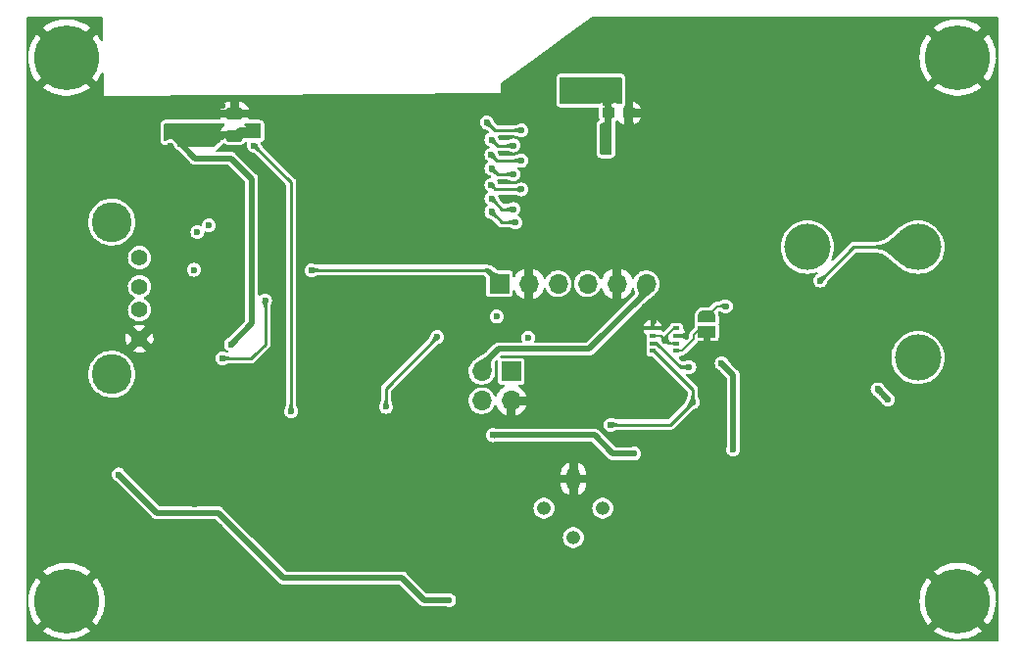
<source format=gbr>
%TF.GenerationSoftware,KiCad,Pcbnew,(6.0.9)*%
%TF.CreationDate,2023-03-08T15:18:45+02:00*%
%TF.ProjectId,GMWPY,474d5750-592e-46b6-9963-61645f706362,rev?*%
%TF.SameCoordinates,Original*%
%TF.FileFunction,Copper,L4,Bot*%
%TF.FilePolarity,Positive*%
%FSLAX46Y46*%
G04 Gerber Fmt 4.6, Leading zero omitted, Abs format (unit mm)*
G04 Created by KiCad (PCBNEW (6.0.9)) date 2023-03-08 15:18:45*
%MOMM*%
%LPD*%
G01*
G04 APERTURE LIST*
G04 Aperture macros list*
%AMRoundRect*
0 Rectangle with rounded corners*
0 $1 Rounding radius*
0 $2 $3 $4 $5 $6 $7 $8 $9 X,Y pos of 4 corners*
0 Add a 4 corners polygon primitive as box body*
4,1,4,$2,$3,$4,$5,$6,$7,$8,$9,$2,$3,0*
0 Add four circle primitives for the rounded corners*
1,1,$1+$1,$2,$3*
1,1,$1+$1,$4,$5*
1,1,$1+$1,$6,$7*
1,1,$1+$1,$8,$9*
0 Add four rect primitives between the rounded corners*
20,1,$1+$1,$2,$3,$4,$5,0*
20,1,$1+$1,$4,$5,$6,$7,0*
20,1,$1+$1,$6,$7,$8,$9,0*
20,1,$1+$1,$8,$9,$2,$3,0*%
%AMFreePoly0*
4,1,22,0.550000,-0.750000,0.000000,-0.750000,0.000000,-0.745033,-0.079941,-0.743568,-0.215256,-0.701293,-0.333266,-0.622738,-0.424486,-0.514219,-0.481581,-0.384460,-0.499164,-0.250000,-0.500000,-0.250000,-0.500000,0.250000,-0.499164,0.250000,-0.499963,0.256109,-0.478152,0.396186,-0.417904,0.524511,-0.324060,0.630769,-0.204165,0.706417,-0.067858,0.745374,0.000000,0.744959,0.000000,0.750000,
0.550000,0.750000,0.550000,-0.750000,0.550000,-0.750000,$1*%
%AMFreePoly1*
4,1,20,0.000000,0.744959,0.073905,0.744508,0.209726,0.703889,0.328688,0.626782,0.421226,0.519385,0.479903,0.390333,0.500000,0.250000,0.500000,-0.250000,0.499851,-0.262216,0.476331,-0.402017,0.414519,-0.529596,0.319384,-0.634700,0.198574,-0.708877,0.061801,-0.746166,0.000000,-0.745033,0.000000,-0.750000,-0.550000,-0.750000,-0.550000,0.750000,0.000000,0.750000,0.000000,0.744959,
0.000000,0.744959,$1*%
G04 Aperture macros list end*
%TA.AperFunction,ComponentPad*%
%ADD10R,1.700000X1.700000*%
%TD*%
%TA.AperFunction,ComponentPad*%
%ADD11O,1.700000X1.700000*%
%TD*%
%TA.AperFunction,ComponentPad*%
%ADD12C,3.600000*%
%TD*%
%TA.AperFunction,ConnectorPad*%
%ADD13C,5.600000*%
%TD*%
%TA.AperFunction,ComponentPad*%
%ADD14C,1.400000*%
%TD*%
%TA.AperFunction,ComponentPad*%
%ADD15C,3.450000*%
%TD*%
%TA.AperFunction,SMDPad,CuDef*%
%ADD16RoundRect,0.237500X-0.300000X-0.237500X0.300000X-0.237500X0.300000X0.237500X-0.300000X0.237500X0*%
%TD*%
%TA.AperFunction,SMDPad,CuDef*%
%ADD17RoundRect,0.250000X0.475000X-0.250000X0.475000X0.250000X-0.475000X0.250000X-0.475000X-0.250000X0*%
%TD*%
%TA.AperFunction,SMDPad,CuDef*%
%ADD18R,0.500000X0.350000*%
%TD*%
%TA.AperFunction,SMDPad,CuDef*%
%ADD19FreePoly0,90.000000*%
%TD*%
%TA.AperFunction,SMDPad,CuDef*%
%ADD20R,1.500000X1.000000*%
%TD*%
%TA.AperFunction,SMDPad,CuDef*%
%ADD21FreePoly1,90.000000*%
%TD*%
%TA.AperFunction,ComponentPad*%
%ADD22C,4.000000*%
%TD*%
%TA.AperFunction,ComponentPad*%
%ADD23O,1.200000X2.000000*%
%TD*%
%TA.AperFunction,ComponentPad*%
%ADD24O,1.200000X1.200000*%
%TD*%
%TA.AperFunction,ViaPad*%
%ADD25C,0.600000*%
%TD*%
%TA.AperFunction,Conductor*%
%ADD26C,0.293300*%
%TD*%
%TA.AperFunction,Conductor*%
%ADD27C,0.500000*%
%TD*%
%TA.AperFunction,Conductor*%
%ADD28C,0.200000*%
%TD*%
%TA.AperFunction,Conductor*%
%ADD29C,0.293370*%
%TD*%
G04 APERTURE END LIST*
%TO.C,JP1*%
G36*
X109600000Y-78600000D02*
G01*
X109000000Y-78600000D01*
X109000000Y-78100000D01*
X109600000Y-78100000D01*
X109600000Y-78600000D01*
G37*
%TD*%
D10*
%TO.P,J3,1,Pin_1*%
%TO.N,VBUS*%
X91400000Y-73550000D03*
D11*
%TO.P,J3,2,Pin_2*%
%TO.N,GND*%
X93940000Y-73550000D03*
%TO.P,J3,3,Pin_3*%
%TO.N,GPIO_6*%
X96480000Y-73550000D03*
%TO.P,J3,4,Pin_4*%
%TO.N,GPIO_5*%
X99020000Y-73550000D03*
%TO.P,J3,5,Pin_5*%
%TO.N,GND*%
X101560000Y-73550000D03*
%TO.P,J3,6,Pin_6*%
%TO.N,+3V3*%
X104100000Y-73550000D03*
%TD*%
D12*
%TO.P,H3,1,1*%
%TO.N,GND*%
X131000000Y-101000000D03*
D13*
X131000000Y-101000000D03*
%TD*%
D14*
%TO.P,J1,1,VBUS*%
%TO.N,VBUS*%
X60300000Y-71300000D03*
%TO.P,J1,2,D-*%
%TO.N,D-*%
X60300000Y-73800000D03*
%TO.P,J1,3,D+*%
%TO.N,D+*%
X60300000Y-75800000D03*
%TO.P,J1,4,GND*%
%TO.N,GND*%
X60300000Y-78300000D03*
D15*
%TO.P,J1,MH1*%
%TO.N,N/C*%
X57900000Y-68230000D03*
%TO.P,J1,MH2*%
X57900000Y-81370000D03*
%TD*%
D12*
%TO.P,H2,1,1*%
%TO.N,GND*%
X131000000Y-54000000D03*
D13*
X131000000Y-54000000D03*
%TD*%
D12*
%TO.P,H4,1,1*%
%TO.N,GND*%
X54000000Y-101000000D03*
D13*
X54000000Y-101000000D03*
%TD*%
D12*
%TO.P,H1,1,1*%
%TO.N,GND*%
X54000000Y-54000000D03*
D13*
X54000000Y-54000000D03*
%TD*%
D16*
%TO.P,C34,1*%
%TO.N,+3V3*%
X100837500Y-58800000D03*
%TO.P,C34,2*%
%TO.N,GND*%
X102562500Y-58800000D03*
%TD*%
D17*
%TO.P,C30,1*%
%TO.N,+3V3*%
X68500000Y-60750000D03*
%TO.P,C30,2*%
%TO.N,GND*%
X68500000Y-58850000D03*
%TD*%
D18*
%TO.P,U7,1,GND*%
%TO.N,GND*%
X104650000Y-77400000D03*
%TO.P,U7,2,CSB*%
%TO.N,+3.3VA*%
X104650000Y-78050000D03*
%TO.P,U7,3,SDI*%
%TO.N,GPIO_6*%
X104650000Y-78700000D03*
%TO.P,U7,4,SCK*%
%TO.N,GPIO_5*%
X104650000Y-79350000D03*
%TO.P,U7,5,SDO*%
%TO.N,/GAS_Measurements/ADRESS_BME280*%
X106700000Y-79350000D03*
%TO.P,U7,6,VDDIO*%
%TO.N,+3.3VA*%
X106700000Y-78700000D03*
%TO.P,U7,7,GND*%
%TO.N,GND*%
X106700000Y-78050000D03*
%TO.P,U7,8,VDD*%
%TO.N,+3.3VA*%
X106700000Y-77400000D03*
%TD*%
D19*
%TO.P,JP1,1,A*%
%TO.N,GND*%
X109300000Y-79000000D03*
D20*
%TO.P,JP1,2,C*%
%TO.N,/GAS_Measurements/ADRESS_BME280*%
X109300000Y-77700000D03*
D21*
%TO.P,JP1,3,B*%
%TO.N,+3.3VA*%
X109300000Y-76400000D03*
%TD*%
D22*
%TO.P,U9,1,REFERENCE*%
%TO.N,/GAS_Measurements/H2_reference*%
X127557971Y-79937971D03*
%TO.P,U9,2,SENSING*%
%TO.N,/GAS_Measurements/H2_sensing*%
X127557971Y-70392029D03*
%TO.P,U9,3,COUNTER*%
%TO.N,/GAS_Measurements/H2_counter*%
X118012029Y-70392029D03*
%TD*%
D10*
%TO.P,J2,1,Pin_1*%
%TO.N,GPIO_5*%
X92425000Y-81125000D03*
D11*
%TO.P,J2,2,Pin_2*%
%TO.N,+3V3*%
X89885000Y-81125000D03*
%TO.P,J2,3,Pin_3*%
%TO.N,GND*%
X92425000Y-83665000D03*
%TO.P,J2,4,Pin_4*%
%TO.N,GPIO_6*%
X89885000Y-83665000D03*
%TD*%
D23*
%TO.P,U3,1,GND*%
%TO.N,GND*%
X97785000Y-90420000D03*
D24*
%TO.P,U3,2,REF*%
%TO.N,/GAS_Measurements/CH4_Ref*%
X100325000Y-92960000D03*
%TO.P,U3,3,V+*%
%TO.N,+5V*%
X97785000Y-95500000D03*
%TO.P,U3,4,GAS*%
%TO.N,/GAS_Measurements/CH4_Gas*%
X95245000Y-92960000D03*
%TD*%
D25*
%TO.N,GND*%
X71650000Y-70700000D03*
X100927970Y-96330910D03*
X104710000Y-89410000D03*
X123100000Y-96510000D03*
X80050000Y-74400000D03*
X51100000Y-87510000D03*
X120100000Y-66510000D03*
X89800000Y-67300000D03*
X72100000Y-66510000D03*
X124400000Y-84250000D03*
X102100000Y-54510000D03*
X114100000Y-54510000D03*
X84700000Y-59100000D03*
X132100000Y-81510000D03*
X114100000Y-60510000D03*
X78100000Y-81510000D03*
X111100000Y-57510000D03*
X123100000Y-60510000D03*
X51100000Y-60510000D03*
X114100000Y-96510000D03*
X105100000Y-102510000D03*
X84100000Y-69510000D03*
X114100000Y-66510000D03*
X120100000Y-60510000D03*
X114100000Y-69510000D03*
X99810000Y-90710000D03*
X117100000Y-54510000D03*
X129100000Y-57510000D03*
X60950000Y-87600000D03*
X114100000Y-51510000D03*
X90100000Y-102510000D03*
X108100000Y-51510000D03*
X111100000Y-93510000D03*
X84100000Y-63510000D03*
X85750000Y-98587500D03*
X117100000Y-60510000D03*
X111100000Y-60510000D03*
X69700000Y-58800000D03*
X105100000Y-51510000D03*
X65100000Y-91500000D03*
X108100000Y-54510000D03*
X78100000Y-63510000D03*
X95750000Y-81700000D03*
X65100000Y-92600000D03*
X63000000Y-61650000D03*
X89800000Y-66000000D03*
X126100000Y-102510000D03*
X93700000Y-59400000D03*
X120310000Y-88115000D03*
X52150000Y-93500000D03*
X125585000Y-75665000D03*
X129100000Y-90510000D03*
X54100000Y-72510000D03*
X111100000Y-99510000D03*
X119100000Y-74250000D03*
X114100000Y-57510000D03*
X75100000Y-63510000D03*
X111100000Y-54510000D03*
X117100000Y-63510000D03*
X108810000Y-85910000D03*
X105100000Y-54510000D03*
X129100000Y-87510000D03*
X75300000Y-74150000D03*
X64900000Y-90100000D03*
X81100000Y-66510000D03*
X75100000Y-67450000D03*
X77000000Y-99900000D03*
X102100000Y-81510000D03*
X51100000Y-75510000D03*
X109404894Y-80252635D03*
X92910000Y-88110000D03*
X84100000Y-84510000D03*
X111100000Y-96510000D03*
X108100000Y-99510000D03*
X129100000Y-60510000D03*
X132100000Y-96510000D03*
X98200000Y-68600000D03*
X51100000Y-78510000D03*
X89850000Y-60950000D03*
X120100000Y-99510000D03*
X120760000Y-91265000D03*
X67200000Y-94600000D03*
X123100000Y-51510000D03*
X64550000Y-77150000D03*
X117300000Y-83800000D03*
X89799999Y-63442031D03*
X132100000Y-93510000D03*
X81100000Y-63510000D03*
X87400000Y-59000000D03*
X120100000Y-102510000D03*
X108100000Y-96510000D03*
X51100000Y-57510000D03*
X126100000Y-66510000D03*
X51100000Y-66510000D03*
X62200000Y-88850000D03*
X111100000Y-72510000D03*
X102100000Y-51510000D03*
X99100000Y-102510000D03*
X131285000Y-77365000D03*
X103600000Y-65950000D03*
X122885000Y-77465000D03*
X81100000Y-102510000D03*
X79500000Y-99950000D03*
X112600000Y-87900000D03*
X129100000Y-84510000D03*
X92750000Y-66200000D03*
X93600000Y-58200000D03*
X51100000Y-81510000D03*
X105100000Y-82600000D03*
X114100000Y-93510000D03*
X117100000Y-51510000D03*
X74400000Y-70750000D03*
X99850000Y-63200000D03*
X132100000Y-63510000D03*
X51100000Y-63510000D03*
X79650000Y-85050000D03*
X99650000Y-80350000D03*
X111100000Y-63510000D03*
X78450000Y-58900000D03*
X60100000Y-84510000D03*
X99100000Y-75510000D03*
X102100000Y-69510000D03*
X57100000Y-78510000D03*
X117100000Y-57510000D03*
X93100000Y-99510000D03*
X126100000Y-63510000D03*
X123100000Y-63510000D03*
X63100000Y-63510000D03*
X117100000Y-66510000D03*
X132100000Y-60510000D03*
X63100000Y-81510000D03*
X126100000Y-99510000D03*
X114100000Y-102510000D03*
X65950000Y-94600000D03*
X64750000Y-68450000D03*
X117100000Y-93510000D03*
X99710000Y-88210000D03*
X86100000Y-58100000D03*
X120100000Y-54510000D03*
X120100000Y-63510000D03*
X84100000Y-102510000D03*
X108100000Y-90510000D03*
X129100000Y-63510000D03*
X66100000Y-81510000D03*
X123100000Y-66510000D03*
X115485000Y-79365000D03*
X89850000Y-64750000D03*
X88050000Y-98087500D03*
X108100000Y-72510000D03*
X123100000Y-99510000D03*
X107500000Y-78039500D03*
X126100000Y-96510000D03*
X81300000Y-58700000D03*
X132100000Y-84510000D03*
X107700000Y-79800000D03*
X84100000Y-66510000D03*
X102800000Y-59800000D03*
X132100000Y-66510000D03*
X91850000Y-75200000D03*
X106100000Y-60700000D03*
X51100000Y-72510000D03*
X123400000Y-83250000D03*
X96100000Y-102510000D03*
X111100000Y-90510000D03*
X57100000Y-84510000D03*
X132100000Y-87510000D03*
X129100000Y-66510000D03*
X57100000Y-75510000D03*
X72300000Y-58850000D03*
X51100000Y-90510000D03*
X87100000Y-102510000D03*
X90100000Y-69510000D03*
X63100000Y-66510000D03*
X78100000Y-102510000D03*
X98400000Y-61900000D03*
X120100000Y-57510000D03*
X51100000Y-69510000D03*
X101210000Y-99210000D03*
X117100000Y-99510000D03*
X108100000Y-102510000D03*
X72100000Y-90510000D03*
X67500000Y-58200000D03*
X108100000Y-60510000D03*
X92310000Y-94910000D03*
X123100000Y-54510000D03*
X126100000Y-54510000D03*
X84100000Y-93510000D03*
X102600000Y-57900000D03*
X93100000Y-102510000D03*
X129100000Y-93510000D03*
X87100000Y-84510000D03*
X117100000Y-102510000D03*
X96100000Y-99510000D03*
X72100000Y-81510000D03*
X123100000Y-57510000D03*
X62000000Y-87950000D03*
X76450000Y-66050000D03*
X120100000Y-51510000D03*
X126100000Y-57510000D03*
X126100000Y-93510000D03*
X108100000Y-69510000D03*
X67150000Y-68000000D03*
X108100000Y-63510000D03*
X111100000Y-102510000D03*
X132100000Y-72510000D03*
X66450000Y-84500000D03*
X96100000Y-69510000D03*
X63100000Y-84510000D03*
X96100000Y-84510000D03*
X113485000Y-83665000D03*
X111100000Y-69510000D03*
X72100000Y-87510000D03*
X89800000Y-62196150D03*
X75050000Y-66050000D03*
X51100000Y-84510000D03*
X75100000Y-78510000D03*
X104725000Y-76775000D03*
X95800000Y-65000000D03*
X110185000Y-82365000D03*
X108100000Y-66510000D03*
X102100000Y-78510000D03*
X116960000Y-86065000D03*
X89350000Y-59400000D03*
X70300000Y-93700000D03*
X97250000Y-60800000D03*
X114100000Y-63510000D03*
X132100000Y-90510000D03*
X132100000Y-69510000D03*
X107685000Y-76265000D03*
X126100000Y-51510000D03*
X76750000Y-79400000D03*
X120685000Y-75565000D03*
X123100000Y-102510000D03*
X102100000Y-102510000D03*
X96100000Y-54510000D03*
X108100000Y-57510000D03*
X84100000Y-87510000D03*
X99100000Y-54510000D03*
X104100000Y-68500000D03*
X93650000Y-77200000D03*
X126100000Y-60510000D03*
X103310000Y-97910000D03*
X84100000Y-60510000D03*
X68500000Y-57800000D03*
X63100000Y-78510000D03*
X75500000Y-58850000D03*
X66100000Y-78510000D03*
X72200000Y-73800000D03*
X76450000Y-67450000D03*
X129100000Y-96510000D03*
X54100000Y-69510000D03*
X75100000Y-81510000D03*
X77000000Y-93900000D03*
X111100000Y-51510000D03*
%TO.N,+5V*%
X124075000Y-82675000D03*
X124963556Y-83563556D03*
%TO.N,Net-(C1-Pad1)*%
X87050000Y-100900000D03*
X58500000Y-90050000D03*
%TO.N,+3V3*%
X100600000Y-59900000D03*
X100595000Y-57895000D03*
X63200000Y-60800000D03*
X69900000Y-60300000D03*
X68200000Y-78800000D03*
%TO.N,VBUS*%
X65000000Y-72350000D03*
X75150000Y-72400000D03*
%TO.N,/MCU/DATA_2*%
X93300000Y-60300000D03*
X90300000Y-59600000D03*
%TO.N,/MCU/DATA_3*%
X92600000Y-61600000D03*
X90710500Y-61091962D03*
%TO.N,/MCU/CMD*%
X90700000Y-62400000D03*
X93300000Y-62900000D03*
%TO.N,/MCU/CLK*%
X90710500Y-63591962D03*
X92600000Y-64100000D03*
%TO.N,/MCU/DATA_0*%
X90700000Y-65000000D03*
X93300000Y-65400000D03*
%TO.N,/MCU/DATA_1*%
X90710500Y-66173977D03*
X92600000Y-67100000D03*
%TO.N,/GAS_Measurements/H2_sensing*%
X119112132Y-73287868D03*
%TO.N,GPIO_40*%
X92800000Y-68250000D03*
X90710500Y-67350000D03*
%TO.N,+3.3VA*%
X111600000Y-87900000D03*
X90850000Y-86650000D03*
X110950000Y-75500000D03*
X110600000Y-80450000D03*
X103050000Y-88250000D03*
X105725000Y-78450498D03*
%TO.N,/MCU/ESP_EN*%
X70200000Y-61600000D03*
X73400000Y-84600000D03*
%TO.N,GPIO_8*%
X71150000Y-75000000D03*
X67450000Y-80000000D03*
%TO.N,/MCU/ESP_BOOT*%
X81600000Y-84200000D03*
X86025000Y-78175000D03*
%TO.N,GPIO_5*%
X65300000Y-69100000D03*
X101000000Y-85750000D03*
X93875000Y-78225000D03*
X108100000Y-83800000D03*
%TO.N,GPIO_6*%
X66300000Y-68503850D03*
X107800000Y-80750000D03*
X91150000Y-76400000D03*
%TD*%
D26*
%TO.N,VBUS*%
X90200000Y-72350000D02*
X91400000Y-73550000D01*
X75200000Y-72350000D02*
X90200000Y-72350000D01*
X75150000Y-72400000D02*
X75200000Y-72350000D01*
D27*
%TO.N,GND*%
X68500000Y-58850000D02*
X68500000Y-57800000D01*
D28*
X109300000Y-80147741D02*
X109300000Y-79000000D01*
X104725000Y-76775000D02*
X104725000Y-77325000D01*
X104725000Y-77325000D02*
X104650000Y-77400000D01*
D27*
X68500000Y-58850000D02*
X69650000Y-58850000D01*
D28*
X107489500Y-78050000D02*
X106700000Y-78050000D01*
X107500000Y-78039500D02*
X107489500Y-78050000D01*
D26*
X102562500Y-58800000D02*
X102562500Y-57937500D01*
D28*
X109404894Y-80252635D02*
X109300000Y-80147741D01*
D26*
X102562500Y-57937500D02*
X102600000Y-57900000D01*
D27*
X69650000Y-58850000D02*
X69700000Y-58800000D01*
%TO.N,+5V*%
X124963556Y-83563556D02*
X124075000Y-82675000D01*
%TO.N,Net-(C1-Pad1)*%
X72750000Y-99000000D02*
X67100000Y-93350000D01*
X87050000Y-100900000D02*
X84900000Y-100900000D01*
X84900000Y-100900000D02*
X83000000Y-99000000D01*
X67100000Y-93350000D02*
X61800000Y-93350000D01*
X61800000Y-93350000D02*
X58500000Y-90050000D01*
X83000000Y-99000000D02*
X72750000Y-99000000D01*
%TO.N,+3V3*%
X91300000Y-79200000D02*
X99150000Y-79200000D01*
X68950000Y-60300000D02*
X68500000Y-60750000D01*
X89885000Y-81125000D02*
X89885000Y-80615000D01*
X70000000Y-77000000D02*
X70000000Y-64500000D01*
X68200000Y-78800000D02*
X70000000Y-77000000D01*
X89885000Y-80615000D02*
X91300000Y-79200000D01*
X68200000Y-62700000D02*
X65100000Y-62700000D01*
X99150000Y-79200000D02*
X104100000Y-74250000D01*
X70000000Y-64500000D02*
X68200000Y-62700000D01*
D26*
X100837500Y-58137500D02*
X100595000Y-57895000D01*
D27*
X104100000Y-74250000D02*
X104100000Y-73550000D01*
D26*
X100837500Y-58800000D02*
X100837500Y-58137500D01*
D27*
X65100000Y-62700000D02*
X63200000Y-60800000D01*
X69900000Y-60300000D02*
X68950000Y-60300000D01*
D26*
%TO.N,/MCU/DATA_2*%
X91000000Y-60300000D02*
X93300000Y-60300000D01*
X90300000Y-59600000D02*
X91000000Y-60300000D01*
%TO.N,/MCU/DATA_3*%
X92600000Y-61600000D02*
X91218538Y-61600000D01*
X91218538Y-61600000D02*
X90710500Y-61091962D01*
%TO.N,/MCU/CMD*%
X93300000Y-62900000D02*
X91200000Y-62900000D01*
X91200000Y-62900000D02*
X90700000Y-62400000D01*
%TO.N,/MCU/CLK*%
X92600000Y-64100000D02*
X91218538Y-64100000D01*
X91218538Y-64100000D02*
X90710500Y-63591962D01*
%TO.N,/MCU/DATA_0*%
X91100000Y-65400000D02*
X90700000Y-65000000D01*
X93300000Y-65400000D02*
X91100000Y-65400000D01*
%TO.N,/MCU/DATA_1*%
X92600000Y-67100000D02*
X91636523Y-67100000D01*
X91636523Y-67100000D02*
X90710500Y-66173977D01*
%TO.N,/GAS_Measurements/H2_sensing*%
X119112132Y-73287868D02*
X122007971Y-70392029D01*
X122007971Y-70392029D02*
X127557971Y-70392029D01*
%TO.N,GPIO_40*%
X91610500Y-68250000D02*
X92800000Y-68250000D01*
X90710500Y-67350000D02*
X91610500Y-68250000D01*
D27*
%TO.N,+3.3VA*%
X99600000Y-86650000D02*
X101200000Y-88250000D01*
D28*
X105725000Y-78450498D02*
X105974502Y-78700000D01*
X105725000Y-78450498D02*
X105324502Y-78050000D01*
X110200000Y-75500000D02*
X109300000Y-76400000D01*
D27*
X101200000Y-88250000D02*
X103050000Y-88250000D01*
D28*
X105725000Y-78175000D02*
X106500000Y-77400000D01*
X105974502Y-78700000D02*
X106700000Y-78700000D01*
X106500000Y-77400000D02*
X106700000Y-77400000D01*
D27*
X111600000Y-81450000D02*
X111600000Y-87900000D01*
D28*
X105725000Y-78450498D02*
X105725000Y-78175000D01*
X105324502Y-78050000D02*
X104650000Y-78050000D01*
D27*
X110600000Y-80450000D02*
X111600000Y-81450000D01*
X90850000Y-86650000D02*
X99600000Y-86650000D01*
D28*
X110950000Y-75500000D02*
X110200000Y-75500000D01*
D26*
%TO.N,/MCU/ESP_EN*%
X73400000Y-84600000D02*
X73400000Y-64800000D01*
X73400000Y-64800000D02*
X70200000Y-61600000D01*
D29*
%TO.N,GPIO_8*%
X71150000Y-75000000D02*
X71150000Y-78800000D01*
X69950000Y-80000000D02*
X67450000Y-80000000D01*
X71150000Y-78800000D02*
X70300000Y-79650000D01*
X70300000Y-79650000D02*
X69950000Y-80000000D01*
D26*
%TO.N,/MCU/ESP_BOOT*%
X81600000Y-82600000D02*
X81600000Y-84200000D01*
X86025000Y-78175000D02*
X81600000Y-82600000D01*
D28*
%TO.N,/GAS_Measurements/ADRESS_BME280*%
X108200000Y-78350000D02*
X108200000Y-77950000D01*
X108450000Y-77700000D02*
X109300000Y-77700000D01*
X108200000Y-77950000D02*
X108450000Y-77700000D01*
X106700000Y-79350000D02*
X107200000Y-79350000D01*
X107200000Y-79350000D02*
X108200000Y-78350000D01*
D26*
%TO.N,GPIO_5*%
X104750000Y-79350000D02*
X107200000Y-81800000D01*
X104650000Y-79350000D02*
X104750000Y-79350000D01*
X108100000Y-82700000D02*
X108100000Y-83800000D01*
X107200000Y-81800000D02*
X108100000Y-82700000D01*
X101000000Y-85750000D02*
X106150000Y-85750000D01*
X106150000Y-85750000D02*
X108100000Y-83800000D01*
%TO.N,GPIO_6*%
X107800000Y-80750000D02*
X107050000Y-80750000D01*
X105000000Y-78700000D02*
X104650000Y-78700000D01*
X107050000Y-80750000D02*
X105000000Y-78700000D01*
%TD*%
%TA.AperFunction,Conductor*%
%TO.N,VBUS*%
G36*
X90289303Y-72206931D02*
G01*
X90290280Y-72207010D01*
X90372898Y-72217192D01*
X90373932Y-72217367D01*
X90448346Y-72233407D01*
X90449392Y-72233683D01*
X90516607Y-72254840D01*
X90517613Y-72255208D01*
X90578626Y-72280757D01*
X90579536Y-72281185D01*
X90635339Y-72310418D01*
X90636108Y-72310859D01*
X90687710Y-72343097D01*
X90688305Y-72343495D01*
X90736628Y-72378016D01*
X90737050Y-72378332D01*
X90783070Y-72414449D01*
X90783311Y-72414643D01*
X90828018Y-72451675D01*
X90872247Y-72488799D01*
X90916832Y-72525179D01*
X90962722Y-72560068D01*
X91010863Y-72592723D01*
X91062201Y-72622398D01*
X91062425Y-72622503D01*
X91062435Y-72622508D01*
X91117433Y-72648231D01*
X91117440Y-72648234D01*
X91117684Y-72648348D01*
X91139052Y-72655925D01*
X91177970Y-72669726D01*
X91177978Y-72669728D01*
X91178259Y-72669828D01*
X91198474Y-72674764D01*
X91244595Y-72686026D01*
X91244602Y-72686027D01*
X91244871Y-72686093D01*
X91245151Y-72686132D01*
X91245150Y-72686132D01*
X91318189Y-72696360D01*
X91318193Y-72696360D01*
X91318469Y-72696399D01*
X91391377Y-72699619D01*
X91399491Y-72703408D01*
X91402181Y-72708351D01*
X91696613Y-73835563D01*
X91695388Y-73844434D01*
X91688250Y-73849840D01*
X91685065Y-73850218D01*
X90605720Y-73829118D01*
X90597516Y-73825530D01*
X90594700Y-73820636D01*
X90591572Y-73809694D01*
X90572126Y-73741660D01*
X90571861Y-73740517D01*
X90555978Y-73651773D01*
X90555845Y-73650793D01*
X90547473Y-73560605D01*
X90547427Y-73559811D01*
X90545195Y-73468912D01*
X90545195Y-73468301D01*
X90547717Y-73377299D01*
X90547738Y-73376862D01*
X90553621Y-73286601D01*
X90553641Y-73286334D01*
X90561483Y-73197430D01*
X90561492Y-73197332D01*
X90569891Y-73110453D01*
X90577403Y-73026603D01*
X90577412Y-73026508D01*
X90582638Y-72946196D01*
X90584152Y-72870217D01*
X90580538Y-72799268D01*
X90570380Y-72734049D01*
X90552262Y-72675258D01*
X90524766Y-72623595D01*
X90523817Y-72622508D01*
X90486943Y-72580291D01*
X90486941Y-72580289D01*
X90486477Y-72579758D01*
X90435978Y-72544446D01*
X90388759Y-72525236D01*
X90372357Y-72518563D01*
X90372353Y-72518562D01*
X90371852Y-72518358D01*
X90371321Y-72518250D01*
X90371319Y-72518249D01*
X90339165Y-72511684D01*
X90292684Y-72502193D01*
X90292259Y-72502168D01*
X90292256Y-72502168D01*
X90226629Y-72498364D01*
X90208080Y-72497289D01*
X90200019Y-72493390D01*
X90197057Y-72485609D01*
X90197057Y-72215513D01*
X90200484Y-72207240D01*
X90209211Y-72203822D01*
X90289303Y-72206931D01*
G37*
%TD.AperFunction*%
%TD*%
%TA.AperFunction,Conductor*%
%TO.N,VBUS*%
G36*
X75242440Y-72114510D02*
G01*
X75263812Y-72120873D01*
X75263877Y-72120893D01*
X75291041Y-72129153D01*
X75291082Y-72129166D01*
X75316557Y-72137014D01*
X75340631Y-72144453D01*
X75355251Y-72148930D01*
X75363524Y-72151463D01*
X75363531Y-72151465D01*
X75385451Y-72158025D01*
X75385473Y-72158031D01*
X75385529Y-72158048D01*
X75406894Y-72164198D01*
X75427897Y-72169913D01*
X75448808Y-72175189D01*
X75448873Y-72175204D01*
X75448898Y-72175210D01*
X75469786Y-72179998D01*
X75469813Y-72180004D01*
X75469897Y-72180023D01*
X75478886Y-72181855D01*
X75491334Y-72184392D01*
X75491366Y-72184398D01*
X75491434Y-72184412D01*
X75491489Y-72184422D01*
X75491506Y-72184425D01*
X75499078Y-72185766D01*
X75513688Y-72188353D01*
X75513786Y-72188368D01*
X75513806Y-72188371D01*
X75536804Y-72191822D01*
X75536818Y-72191824D01*
X75536932Y-72191841D01*
X75561433Y-72194875D01*
X75587464Y-72197451D01*
X75615293Y-72199566D01*
X75624335Y-72200065D01*
X75645170Y-72201216D01*
X75645210Y-72201218D01*
X75663522Y-72201889D01*
X75677428Y-72202399D01*
X75712274Y-72203111D01*
X75738375Y-72203276D01*
X75746625Y-72206755D01*
X75750000Y-72214976D01*
X75750000Y-72485067D01*
X75746573Y-72493340D01*
X75738417Y-72496766D01*
X75717393Y-72496976D01*
X75717342Y-72496978D01*
X75717323Y-72496978D01*
X75687292Y-72497960D01*
X75687184Y-72497964D01*
X75659170Y-72499629D01*
X75659082Y-72499637D01*
X75659068Y-72499638D01*
X75649557Y-72500499D01*
X75633149Y-72501983D01*
X75633028Y-72501998D01*
X75633021Y-72501999D01*
X75609013Y-72505029D01*
X75609001Y-72505031D01*
X75608920Y-72505041D01*
X75586281Y-72508816D01*
X75586175Y-72508839D01*
X75586167Y-72508840D01*
X75565152Y-72513298D01*
X75565139Y-72513301D01*
X75565031Y-72513324D01*
X75544967Y-72518577D01*
X75525889Y-72524589D01*
X75525767Y-72524634D01*
X75525756Y-72524638D01*
X75514143Y-72528945D01*
X75507594Y-72531374D01*
X75507463Y-72531430D01*
X75489989Y-72538901D01*
X75489981Y-72538905D01*
X75489882Y-72538947D01*
X75472549Y-72547321D01*
X75455395Y-72556511D01*
X75455314Y-72556558D01*
X75455300Y-72556566D01*
X75444616Y-72562797D01*
X75438217Y-72566529D01*
X75420815Y-72577390D01*
X75402987Y-72589108D01*
X75402956Y-72589129D01*
X75402935Y-72589143D01*
X75384530Y-72601697D01*
X75384503Y-72601716D01*
X75365244Y-72615171D01*
X75344926Y-72629543D01*
X75330029Y-72640109D01*
X75321298Y-72642100D01*
X75316647Y-72640218D01*
X75012078Y-72431536D01*
X75007190Y-72424033D01*
X75009305Y-72414899D01*
X75158093Y-72214976D01*
X75229716Y-72118738D01*
X75237403Y-72114148D01*
X75242440Y-72114510D01*
G37*
%TD.AperFunction*%
%TD*%
%TA.AperFunction,Conductor*%
%TO.N,+5V*%
G36*
X124350606Y-82576396D02*
G01*
X124358810Y-82579984D01*
X124361252Y-82583780D01*
X124363465Y-82589359D01*
X124363476Y-82589384D01*
X124363563Y-82589603D01*
X124370024Y-82602750D01*
X124377737Y-82616044D01*
X124386669Y-82629535D01*
X124396787Y-82643278D01*
X124408060Y-82657324D01*
X124420454Y-82671727D01*
X124420509Y-82671787D01*
X124433921Y-82686521D01*
X124433938Y-82686540D01*
X124448480Y-82701814D01*
X124464046Y-82717603D01*
X124480551Y-82733907D01*
X124480605Y-82733960D01*
X124498124Y-82750937D01*
X124516571Y-82768587D01*
X124535914Y-82786963D01*
X124556110Y-82806108D01*
X124556119Y-82806117D01*
X124577131Y-82826079D01*
X124577157Y-82826103D01*
X124598952Y-82846935D01*
X124598992Y-82846973D01*
X124621594Y-82868779D01*
X124621646Y-82868830D01*
X124644867Y-82891514D01*
X124644930Y-82891576D01*
X124660626Y-82907143D01*
X124664087Y-82915402D01*
X124660660Y-82923723D01*
X124323723Y-83260660D01*
X124315450Y-83264087D01*
X124307143Y-83260626D01*
X124291576Y-83244930D01*
X124291514Y-83244867D01*
X124268830Y-83221646D01*
X124268779Y-83221594D01*
X124246973Y-83198992D01*
X124246935Y-83198952D01*
X124226103Y-83177157D01*
X124226079Y-83177131D01*
X124206117Y-83156119D01*
X124206108Y-83156110D01*
X124186963Y-83135914D01*
X124168587Y-83116571D01*
X124150937Y-83098124D01*
X124133960Y-83080605D01*
X124117603Y-83064046D01*
X124101814Y-83048480D01*
X124086540Y-83033938D01*
X124071787Y-83020509D01*
X124071727Y-83020454D01*
X124057324Y-83008060D01*
X124043278Y-82996787D01*
X124029535Y-82986669D01*
X124016044Y-82977737D01*
X124002750Y-82970024D01*
X123989603Y-82963563D01*
X123989384Y-82963476D01*
X123989359Y-82963465D01*
X123983780Y-82961252D01*
X123977353Y-82955016D01*
X123976396Y-82950606D01*
X123969172Y-82581099D01*
X123972437Y-82572760D01*
X123981099Y-82569172D01*
X124350606Y-82576396D01*
G37*
%TD.AperFunction*%
%TD*%
%TA.AperFunction,Conductor*%
%TO.N,+5V*%
G36*
X124731413Y-82977930D02*
G01*
X124741678Y-82988280D01*
X124746979Y-82993625D01*
X124769776Y-83016961D01*
X124791582Y-83039563D01*
X124812452Y-83061398D01*
X124832438Y-83082435D01*
X124851592Y-83102641D01*
X124869968Y-83121984D01*
X124887618Y-83140431D01*
X124904595Y-83157950D01*
X124920952Y-83174509D01*
X124936741Y-83190075D01*
X124952015Y-83204617D01*
X124966828Y-83218101D01*
X124981231Y-83230495D01*
X124995277Y-83241768D01*
X125009020Y-83251886D01*
X125022511Y-83260818D01*
X125035805Y-83268531D01*
X125048952Y-83274992D01*
X125054776Y-83277302D01*
X125061203Y-83283538D01*
X125062160Y-83287949D01*
X125069384Y-83657457D01*
X125066119Y-83665796D01*
X125057457Y-83669384D01*
X124687949Y-83662160D01*
X124679745Y-83658572D01*
X124677302Y-83654776D01*
X124675080Y-83649175D01*
X124674992Y-83648952D01*
X124668531Y-83635805D01*
X124660818Y-83622511D01*
X124651886Y-83609020D01*
X124641768Y-83595277D01*
X124630495Y-83581231D01*
X124618101Y-83566828D01*
X124604617Y-83552015D01*
X124590075Y-83536741D01*
X124574509Y-83520952D01*
X124557950Y-83504595D01*
X124540431Y-83487618D01*
X124521984Y-83469968D01*
X124502641Y-83451592D01*
X124482445Y-83432447D01*
X124482435Y-83432438D01*
X124461398Y-83412452D01*
X124461373Y-83412428D01*
X124439603Y-83391620D01*
X124439563Y-83391582D01*
X124416961Y-83369776D01*
X124416909Y-83369725D01*
X124393625Y-83346979D01*
X124393562Y-83346917D01*
X124377930Y-83331413D01*
X124374469Y-83323154D01*
X124377896Y-83314833D01*
X124714833Y-82977896D01*
X124723106Y-82974469D01*
X124731413Y-82977930D01*
G37*
%TD.AperFunction*%
%TD*%
%TA.AperFunction,Conductor*%
%TO.N,Net-(C1-Pad1)*%
G36*
X86924842Y-100635393D02*
G01*
X87191231Y-100891567D01*
X87194819Y-100899771D01*
X87191231Y-100908433D01*
X86924842Y-101164607D01*
X86916503Y-101167872D01*
X86912091Y-101166914D01*
X86906557Y-101164523D01*
X86906550Y-101164520D01*
X86906341Y-101164430D01*
X86892475Y-101159702D01*
X86885418Y-101157827D01*
X86877784Y-101155799D01*
X86877775Y-101155797D01*
X86877621Y-101155756D01*
X86877452Y-101155722D01*
X86877445Y-101155720D01*
X86861942Y-101152568D01*
X86861765Y-101152532D01*
X86861599Y-101152507D01*
X86861589Y-101152505D01*
X86845011Y-101149987D01*
X86845015Y-101149987D01*
X86844893Y-101149969D01*
X86844778Y-101149956D01*
X86844775Y-101149956D01*
X86827136Y-101148023D01*
X86827130Y-101148022D01*
X86826989Y-101148007D01*
X86820077Y-101147489D01*
X86808136Y-101146594D01*
X86808124Y-101146593D01*
X86808040Y-101146587D01*
X86788032Y-101145648D01*
X86776817Y-101145372D01*
X86767007Y-101145131D01*
X86766949Y-101145130D01*
X86744777Y-101144972D01*
X86721502Y-101145115D01*
X86697109Y-101145499D01*
X86671584Y-101146062D01*
X86644913Y-101146746D01*
X86617081Y-101147489D01*
X86617069Y-101147489D01*
X86588109Y-101148232D01*
X86588073Y-101148233D01*
X86557876Y-101148915D01*
X86526474Y-101149478D01*
X86496161Y-101149832D01*
X86493936Y-101149858D01*
X86493849Y-101149859D01*
X86471749Y-101149951D01*
X86463461Y-101146559D01*
X86460000Y-101138251D01*
X86460000Y-100661749D01*
X86463427Y-100653476D01*
X86471748Y-100650049D01*
X86493848Y-100650140D01*
X86493936Y-100650141D01*
X86496161Y-100650167D01*
X86526474Y-100650521D01*
X86557876Y-100651084D01*
X86588073Y-100651766D01*
X86588109Y-100651767D01*
X86617069Y-100652510D01*
X86617081Y-100652510D01*
X86644913Y-100653253D01*
X86671584Y-100653937D01*
X86697109Y-100654500D01*
X86721502Y-100654884D01*
X86744777Y-100655027D01*
X86766949Y-100654869D01*
X86767007Y-100654868D01*
X86776817Y-100654627D01*
X86788032Y-100654351D01*
X86808040Y-100653412D01*
X86808124Y-100653406D01*
X86808136Y-100653405D01*
X86826842Y-100652003D01*
X86826841Y-100652003D01*
X86826989Y-100651992D01*
X86827130Y-100651977D01*
X86827136Y-100651976D01*
X86844775Y-100650043D01*
X86844778Y-100650043D01*
X86844893Y-100650030D01*
X86848670Y-100649456D01*
X86861589Y-100647494D01*
X86861599Y-100647492D01*
X86861765Y-100647467D01*
X86862674Y-100647282D01*
X86877445Y-100644279D01*
X86877452Y-100644277D01*
X86877621Y-100644243D01*
X86877775Y-100644202D01*
X86877784Y-100644200D01*
X86885418Y-100642172D01*
X86892475Y-100640297D01*
X86898778Y-100638148D01*
X86906113Y-100635647D01*
X86906119Y-100635645D01*
X86906341Y-100635569D01*
X86906557Y-100635476D01*
X86906564Y-100635473D01*
X86912093Y-100633085D01*
X86921047Y-100632951D01*
X86924842Y-100635393D01*
G37*
%TD.AperFunction*%
%TD*%
%TA.AperFunction,Conductor*%
%TO.N,Net-(C1-Pad1)*%
G36*
X58775606Y-89951396D02*
G01*
X58783810Y-89954984D01*
X58786252Y-89958780D01*
X58788465Y-89964359D01*
X58788476Y-89964384D01*
X58788563Y-89964603D01*
X58795024Y-89977750D01*
X58802737Y-89991044D01*
X58811669Y-90004535D01*
X58821787Y-90018278D01*
X58833060Y-90032324D01*
X58845454Y-90046727D01*
X58845509Y-90046787D01*
X58858921Y-90061521D01*
X58858938Y-90061540D01*
X58873480Y-90076814D01*
X58889046Y-90092603D01*
X58905551Y-90108907D01*
X58905605Y-90108960D01*
X58923124Y-90125937D01*
X58941571Y-90143587D01*
X58960914Y-90161963D01*
X58981110Y-90181108D01*
X58981119Y-90181117D01*
X59002131Y-90201079D01*
X59002157Y-90201103D01*
X59023952Y-90221935D01*
X59023992Y-90221973D01*
X59046594Y-90243779D01*
X59046646Y-90243830D01*
X59069867Y-90266514D01*
X59069930Y-90266576D01*
X59085626Y-90282143D01*
X59089087Y-90290402D01*
X59085660Y-90298723D01*
X58748723Y-90635660D01*
X58740450Y-90639087D01*
X58732143Y-90635626D01*
X58716576Y-90619930D01*
X58716514Y-90619867D01*
X58693830Y-90596646D01*
X58693779Y-90596594D01*
X58671973Y-90573992D01*
X58671935Y-90573952D01*
X58651103Y-90552157D01*
X58651079Y-90552131D01*
X58631117Y-90531119D01*
X58631108Y-90531110D01*
X58611963Y-90510914D01*
X58593587Y-90491571D01*
X58575937Y-90473124D01*
X58558960Y-90455605D01*
X58542603Y-90439046D01*
X58526814Y-90423480D01*
X58511540Y-90408938D01*
X58496787Y-90395509D01*
X58496727Y-90395454D01*
X58482324Y-90383060D01*
X58468278Y-90371787D01*
X58454535Y-90361669D01*
X58441044Y-90352737D01*
X58427750Y-90345024D01*
X58414603Y-90338563D01*
X58414384Y-90338476D01*
X58414359Y-90338465D01*
X58408780Y-90336252D01*
X58402353Y-90330016D01*
X58401396Y-90325606D01*
X58394172Y-89956099D01*
X58397437Y-89947760D01*
X58406099Y-89944172D01*
X58775606Y-89951396D01*
G37*
%TD.AperFunction*%
%TD*%
%TA.AperFunction,Conductor*%
%TO.N,+3V3*%
G36*
X68448722Y-78214339D02*
G01*
X68785660Y-78551277D01*
X68789087Y-78559550D01*
X68785625Y-78567858D01*
X68769929Y-78583423D01*
X68769867Y-78583484D01*
X68746646Y-78606169D01*
X68746594Y-78606220D01*
X68723992Y-78628026D01*
X68723952Y-78628064D01*
X68702182Y-78648872D01*
X68702157Y-78648896D01*
X68681120Y-78668882D01*
X68681110Y-78668891D01*
X68660914Y-78688036D01*
X68641571Y-78706412D01*
X68623124Y-78724062D01*
X68605605Y-78741039D01*
X68589046Y-78757396D01*
X68573480Y-78773185D01*
X68558938Y-78788459D01*
X68545454Y-78803272D01*
X68533060Y-78817675D01*
X68521787Y-78831721D01*
X68511669Y-78845464D01*
X68502737Y-78858955D01*
X68495024Y-78872249D01*
X68488563Y-78885396D01*
X68488474Y-78885621D01*
X68486254Y-78891219D01*
X68480019Y-78897646D01*
X68475607Y-78898604D01*
X68106099Y-78905828D01*
X68097760Y-78902563D01*
X68094172Y-78893901D01*
X68101396Y-78524392D01*
X68104984Y-78516188D01*
X68108780Y-78513746D01*
X68114382Y-78511524D01*
X68114389Y-78511521D01*
X68114603Y-78511436D01*
X68127750Y-78504975D01*
X68141044Y-78497262D01*
X68154535Y-78488330D01*
X68168278Y-78478212D01*
X68182324Y-78466939D01*
X68196727Y-78454545D01*
X68211540Y-78441061D01*
X68226814Y-78426519D01*
X68242603Y-78410953D01*
X68258960Y-78394394D01*
X68275937Y-78376875D01*
X68293587Y-78358428D01*
X68311963Y-78339085D01*
X68331108Y-78318889D01*
X68331117Y-78318880D01*
X68351079Y-78297868D01*
X68351103Y-78297842D01*
X68371935Y-78276047D01*
X68371973Y-78276007D01*
X68393779Y-78253405D01*
X68393830Y-78253353D01*
X68416514Y-78230132D01*
X68416576Y-78230069D01*
X68432143Y-78214372D01*
X68440400Y-78210912D01*
X68448722Y-78214339D01*
G37*
%TD.AperFunction*%
%TD*%
%TA.AperFunction,Conductor*%
%TO.N,+3V3*%
G36*
X90607333Y-79555426D02*
G01*
X90944647Y-79892740D01*
X90948074Y-79901013D01*
X90944838Y-79909091D01*
X90910579Y-79944985D01*
X90895326Y-79960966D01*
X90895229Y-79961079D01*
X90895218Y-79961091D01*
X90864853Y-79996423D01*
X90845631Y-80018789D01*
X90803170Y-80074618D01*
X90803064Y-80074779D01*
X90803054Y-80074793D01*
X90767596Y-80128597D01*
X90767473Y-80128784D01*
X90738065Y-80181613D01*
X90737973Y-80181815D01*
X90737968Y-80181825D01*
X90714572Y-80233223D01*
X90714475Y-80233437D01*
X90696230Y-80284582D01*
X90682857Y-80335377D01*
X90673885Y-80386152D01*
X90668840Y-80437236D01*
X90667251Y-80488956D01*
X90668644Y-80541641D01*
X90672547Y-80595621D01*
X90678488Y-80651224D01*
X90678498Y-80651298D01*
X90685995Y-80708779D01*
X90694594Y-80768614D01*
X90703806Y-80831009D01*
X90703813Y-80831059D01*
X90713171Y-80896376D01*
X90713189Y-80896507D01*
X90722207Y-80964972D01*
X90722232Y-80965173D01*
X90729533Y-81029147D01*
X90727066Y-81037756D01*
X90723073Y-81040972D01*
X89751101Y-81519195D01*
X89742166Y-81519773D01*
X89735245Y-81513448D01*
X89295395Y-80523579D01*
X89295167Y-80514627D01*
X89298064Y-80510312D01*
X89364982Y-80447271D01*
X89365282Y-80446998D01*
X89434504Y-80386177D01*
X89434825Y-80385905D01*
X89500909Y-80331924D01*
X89501241Y-80331662D01*
X89564697Y-80283542D01*
X89565027Y-80283301D01*
X89626288Y-80240128D01*
X89626597Y-80239918D01*
X89686135Y-80200748D01*
X89686404Y-80200576D01*
X89744756Y-80164427D01*
X89744965Y-80164301D01*
X89802523Y-80130284D01*
X89802655Y-80130207D01*
X89859949Y-80097347D01*
X89859994Y-80097321D01*
X89917495Y-80064678D01*
X89975557Y-80031374D01*
X89996862Y-80018789D01*
X90034641Y-79996473D01*
X90095206Y-79959035D01*
X90157709Y-79918126D01*
X90157798Y-79918064D01*
X90222534Y-79872862D01*
X90222551Y-79872850D01*
X90222612Y-79872807D01*
X90290373Y-79822142D01*
X90361450Y-79765192D01*
X90436304Y-79701022D01*
X90436376Y-79700956D01*
X90436392Y-79700942D01*
X90515332Y-79628749D01*
X90515340Y-79628741D01*
X90515393Y-79628693D01*
X90590906Y-79555308D01*
X90599227Y-79552000D01*
X90607333Y-79555426D01*
G37*
%TD.AperFunction*%
%TD*%
%TA.AperFunction,Conductor*%
%TO.N,+3V3*%
G36*
X104175791Y-73141480D02*
G01*
X104176774Y-73143051D01*
X104689506Y-74128863D01*
X104697050Y-74143368D01*
X104697827Y-74152289D01*
X104694877Y-74157106D01*
X104632920Y-74218082D01*
X104632779Y-74218218D01*
X104595677Y-74253532D01*
X104569003Y-74278920D01*
X104568934Y-74278984D01*
X104518929Y-74324947D01*
X104508858Y-74334204D01*
X104508722Y-74334327D01*
X104466048Y-74372190D01*
X104451858Y-74384780D01*
X104451707Y-74384911D01*
X104397587Y-74431299D01*
X104397446Y-74431419D01*
X104345304Y-74474700D01*
X104345207Y-74474779D01*
X104297878Y-74512981D01*
X104294659Y-74515579D01*
X104294561Y-74515657D01*
X104245036Y-74554764D01*
X104244972Y-74554814D01*
X104195938Y-74592985D01*
X104195913Y-74593005D01*
X104146763Y-74631053D01*
X104097031Y-74669682D01*
X104046204Y-74709634D01*
X104046178Y-74709655D01*
X103993666Y-74751734D01*
X103938954Y-74796680D01*
X103938938Y-74796693D01*
X103897467Y-74831758D01*
X103881504Y-74845255D01*
X103820777Y-74898221D01*
X103756234Y-74956341D01*
X103756164Y-74956406D01*
X103756152Y-74956417D01*
X103687335Y-75020376D01*
X103613542Y-75091087D01*
X103613495Y-75091133D01*
X103542587Y-75161078D01*
X103534291Y-75164448D01*
X103526098Y-75161021D01*
X103188819Y-74823742D01*
X103185392Y-74815469D01*
X103188602Y-74807418D01*
X103231692Y-74761979D01*
X103231805Y-74761860D01*
X103231911Y-74761734D01*
X103231920Y-74761724D01*
X103275574Y-74709870D01*
X103275702Y-74709718D01*
X103312840Y-74659024D01*
X103343603Y-74609538D01*
X103368378Y-74561024D01*
X103387553Y-74513244D01*
X103401512Y-74465962D01*
X103410642Y-74418939D01*
X103415330Y-74371940D01*
X103415962Y-74324725D01*
X103412924Y-74277059D01*
X103406602Y-74228704D01*
X103397383Y-74179423D01*
X103385653Y-74128977D01*
X103371798Y-74077131D01*
X103356204Y-74023647D01*
X103339258Y-73968287D01*
X103321347Y-73910815D01*
X103302855Y-73850992D01*
X103286524Y-73796443D01*
X103287434Y-73787535D01*
X103290757Y-73783696D01*
X104159425Y-73139056D01*
X104168108Y-73136878D01*
X104175791Y-73141480D01*
G37*
%TD.AperFunction*%
%TD*%
%TA.AperFunction,Conductor*%
%TO.N,/MCU/DATA_2*%
G36*
X93175129Y-60035669D02*
G01*
X93297503Y-60153350D01*
X93441231Y-60291567D01*
X93444819Y-60299771D01*
X93441231Y-60308433D01*
X93277285Y-60466092D01*
X93175130Y-60564330D01*
X93166791Y-60567595D01*
X93161885Y-60566410D01*
X93144347Y-60557844D01*
X93144297Y-60557820D01*
X93120969Y-60546289D01*
X93120956Y-60546282D01*
X93099016Y-60535403D01*
X93078204Y-60525161D01*
X93070777Y-60521578D01*
X93058367Y-60515590D01*
X93058349Y-60515582D01*
X93058300Y-60515558D01*
X93039070Y-60506594D01*
X93039016Y-60506570D01*
X93038992Y-60506559D01*
X93020327Y-60498285D01*
X93020282Y-60498265D01*
X93020240Y-60498248D01*
X93020220Y-60498239D01*
X93001761Y-60490594D01*
X93001701Y-60490569D01*
X92983095Y-60483503D01*
X92983050Y-60483487D01*
X92983029Y-60483480D01*
X92971656Y-60479599D01*
X92964230Y-60477064D01*
X92964147Y-60477039D01*
X92944967Y-60471279D01*
X92944958Y-60471276D01*
X92944873Y-60471251D01*
X92933423Y-60468292D01*
X92924911Y-60466092D01*
X92924899Y-60466089D01*
X92924790Y-60466061D01*
X92903748Y-60461491D01*
X92881514Y-60457538D01*
X92881414Y-60457524D01*
X92881396Y-60457521D01*
X92857984Y-60454218D01*
X92857964Y-60454216D01*
X92857854Y-60454200D01*
X92853754Y-60453759D01*
X92832612Y-60451483D01*
X92832594Y-60451481D01*
X92832535Y-60451475D01*
X92832466Y-60451470D01*
X92832459Y-60451469D01*
X92805362Y-60449363D01*
X92805359Y-60449363D01*
X92805323Y-60449360D01*
X92805300Y-60449359D01*
X92805288Y-60449358D01*
X92776052Y-60447856D01*
X92776025Y-60447855D01*
X92775985Y-60447853D01*
X92775880Y-60447850D01*
X92744328Y-60446951D01*
X92744318Y-60446951D01*
X92744289Y-60446950D01*
X92738061Y-60446896D01*
X92721597Y-60446751D01*
X92713355Y-60443251D01*
X92710000Y-60435051D01*
X92710000Y-60164948D01*
X92713427Y-60156675D01*
X92721597Y-60153248D01*
X92744289Y-60153049D01*
X92744316Y-60153048D01*
X92744331Y-60153048D01*
X92775881Y-60152149D01*
X92775887Y-60152149D01*
X92775985Y-60152146D01*
X92776025Y-60152144D01*
X92776052Y-60152143D01*
X92805288Y-60150641D01*
X92805300Y-60150640D01*
X92805323Y-60150639D01*
X92805362Y-60150636D01*
X92832459Y-60148530D01*
X92832466Y-60148529D01*
X92832535Y-60148524D01*
X92832594Y-60148518D01*
X92832612Y-60148516D01*
X92853754Y-60146240D01*
X92857854Y-60145799D01*
X92857964Y-60145783D01*
X92857984Y-60145781D01*
X92881396Y-60142478D01*
X92881414Y-60142475D01*
X92881514Y-60142461D01*
X92903748Y-60138508D01*
X92924790Y-60133938D01*
X92924899Y-60133910D01*
X92924911Y-60133907D01*
X92933423Y-60131707D01*
X92944873Y-60128748D01*
X92944958Y-60128723D01*
X92944967Y-60128720D01*
X92964147Y-60122960D01*
X92964150Y-60122959D01*
X92964230Y-60122935D01*
X92971656Y-60120400D01*
X92983029Y-60116519D01*
X92983050Y-60116512D01*
X92983095Y-60116496D01*
X93001701Y-60109430D01*
X93007615Y-60106981D01*
X93020220Y-60101760D01*
X93020240Y-60101751D01*
X93020282Y-60101734D01*
X93022336Y-60100823D01*
X93038992Y-60093440D01*
X93039016Y-60093429D01*
X93039070Y-60093405D01*
X93058300Y-60084441D01*
X93058349Y-60084417D01*
X93058367Y-60084409D01*
X93078158Y-60074860D01*
X93078204Y-60074838D01*
X93099016Y-60064596D01*
X93120956Y-60053717D01*
X93120969Y-60053710D01*
X93144297Y-60042179D01*
X93144347Y-60042155D01*
X93157626Y-60035669D01*
X93161886Y-60033589D01*
X93170822Y-60033037D01*
X93175129Y-60035669D01*
G37*
%TD.AperFunction*%
%TD*%
%TA.AperFunction,Conductor*%
%TO.N,/MCU/DATA_2*%
G36*
X90410358Y-59498165D02*
G01*
X90575208Y-59501388D01*
X90583412Y-59504976D01*
X90586043Y-59509281D01*
X90592405Y-59527792D01*
X90600746Y-59552441D01*
X90608572Y-59575661D01*
X90616046Y-59597620D01*
X90623330Y-59618484D01*
X90630589Y-59638420D01*
X90637984Y-59657595D01*
X90645681Y-59676176D01*
X90653841Y-59694328D01*
X90662628Y-59712220D01*
X90672205Y-59730018D01*
X90672259Y-59730110D01*
X90672271Y-59730131D01*
X90682687Y-59747808D01*
X90682735Y-59747889D01*
X90694383Y-59765999D01*
X90707310Y-59784516D01*
X90707350Y-59784569D01*
X90707365Y-59784590D01*
X90721619Y-59803525D01*
X90721680Y-59803606D01*
X90721729Y-59803667D01*
X90721747Y-59803690D01*
X90737612Y-59823382D01*
X90737656Y-59823436D01*
X90737684Y-59823469D01*
X90737705Y-59823494D01*
X90755304Y-59844059D01*
X90755402Y-59844173D01*
X90775080Y-59865984D01*
X90796855Y-59889035D01*
X90812761Y-59905222D01*
X90816115Y-59913525D01*
X90812688Y-59921695D01*
X90621695Y-60112688D01*
X90613422Y-60116115D01*
X90605222Y-60112761D01*
X90605148Y-60112688D01*
X90589035Y-60096855D01*
X90565984Y-60075080D01*
X90544173Y-60055402D01*
X90544102Y-60055341D01*
X90544079Y-60055321D01*
X90523494Y-60037705D01*
X90523469Y-60037684D01*
X90523436Y-60037656D01*
X90523402Y-60037629D01*
X90523382Y-60037612D01*
X90503690Y-60021747D01*
X90503667Y-60021729D01*
X90503606Y-60021680D01*
X90503525Y-60021619D01*
X90484590Y-60007365D01*
X90484569Y-60007350D01*
X90484516Y-60007310D01*
X90465999Y-59994383D01*
X90447889Y-59982735D01*
X90447808Y-59982687D01*
X90430131Y-59972271D01*
X90430110Y-59972259D01*
X90430018Y-59972205D01*
X90412220Y-59962628D01*
X90394328Y-59953841D01*
X90394247Y-59953804D01*
X90394233Y-59953798D01*
X90376249Y-59945714D01*
X90376176Y-59945681D01*
X90357595Y-59937984D01*
X90350364Y-59935195D01*
X90338504Y-59930621D01*
X90338420Y-59930589D01*
X90338341Y-59930560D01*
X90338314Y-59930550D01*
X90329778Y-59927442D01*
X90318484Y-59923330D01*
X90297620Y-59916046D01*
X90275661Y-59908572D01*
X90252454Y-59900750D01*
X90252441Y-59900746D01*
X90227833Y-59892419D01*
X90227780Y-59892401D01*
X90209282Y-59886043D01*
X90202573Y-59880114D01*
X90201388Y-59875208D01*
X90194172Y-59506099D01*
X90197437Y-59497760D01*
X90206099Y-59494172D01*
X90410358Y-59498165D01*
G37*
%TD.AperFunction*%
%TD*%
%TA.AperFunction,Conductor*%
%TO.N,/MCU/DATA_3*%
G36*
X92475129Y-61335669D02*
G01*
X92597503Y-61453350D01*
X92741231Y-61591567D01*
X92744819Y-61599771D01*
X92741231Y-61608433D01*
X92577285Y-61766092D01*
X92475130Y-61864330D01*
X92466791Y-61867595D01*
X92461885Y-61866410D01*
X92444347Y-61857844D01*
X92444297Y-61857820D01*
X92420969Y-61846289D01*
X92420956Y-61846282D01*
X92399016Y-61835403D01*
X92378204Y-61825161D01*
X92370777Y-61821578D01*
X92358367Y-61815590D01*
X92358349Y-61815582D01*
X92358300Y-61815558D01*
X92339070Y-61806594D01*
X92339016Y-61806570D01*
X92338992Y-61806559D01*
X92320327Y-61798285D01*
X92320282Y-61798265D01*
X92320240Y-61798248D01*
X92320220Y-61798239D01*
X92301761Y-61790594D01*
X92301701Y-61790569D01*
X92283095Y-61783503D01*
X92283050Y-61783487D01*
X92283029Y-61783480D01*
X92271656Y-61779599D01*
X92264230Y-61777064D01*
X92264147Y-61777039D01*
X92244967Y-61771279D01*
X92244958Y-61771276D01*
X92244873Y-61771251D01*
X92233423Y-61768292D01*
X92224911Y-61766092D01*
X92224899Y-61766089D01*
X92224790Y-61766061D01*
X92203748Y-61761491D01*
X92181514Y-61757538D01*
X92181414Y-61757524D01*
X92181396Y-61757521D01*
X92157984Y-61754218D01*
X92157964Y-61754216D01*
X92157854Y-61754200D01*
X92153754Y-61753759D01*
X92132612Y-61751483D01*
X92132594Y-61751481D01*
X92132535Y-61751475D01*
X92132466Y-61751470D01*
X92132459Y-61751469D01*
X92105362Y-61749363D01*
X92105359Y-61749363D01*
X92105323Y-61749360D01*
X92105300Y-61749359D01*
X92105288Y-61749358D01*
X92076052Y-61747856D01*
X92076025Y-61747855D01*
X92075985Y-61747853D01*
X92075880Y-61747850D01*
X92044328Y-61746951D01*
X92044318Y-61746951D01*
X92044289Y-61746950D01*
X92038061Y-61746896D01*
X92021597Y-61746751D01*
X92013355Y-61743251D01*
X92010000Y-61735051D01*
X92010000Y-61464948D01*
X92013427Y-61456675D01*
X92021597Y-61453248D01*
X92044289Y-61453049D01*
X92044316Y-61453048D01*
X92044331Y-61453048D01*
X92075881Y-61452149D01*
X92075887Y-61452149D01*
X92075985Y-61452146D01*
X92076025Y-61452144D01*
X92076052Y-61452143D01*
X92105288Y-61450641D01*
X92105300Y-61450640D01*
X92105323Y-61450639D01*
X92105362Y-61450636D01*
X92132459Y-61448530D01*
X92132466Y-61448529D01*
X92132535Y-61448524D01*
X92132594Y-61448518D01*
X92132612Y-61448516D01*
X92153754Y-61446240D01*
X92157854Y-61445799D01*
X92157964Y-61445783D01*
X92157984Y-61445781D01*
X92181396Y-61442478D01*
X92181414Y-61442475D01*
X92181514Y-61442461D01*
X92203748Y-61438508D01*
X92224790Y-61433938D01*
X92224899Y-61433910D01*
X92224911Y-61433907D01*
X92233423Y-61431707D01*
X92244873Y-61428748D01*
X92244958Y-61428723D01*
X92244967Y-61428720D01*
X92264147Y-61422960D01*
X92264150Y-61422959D01*
X92264230Y-61422935D01*
X92271656Y-61420400D01*
X92283029Y-61416519D01*
X92283050Y-61416512D01*
X92283095Y-61416496D01*
X92301701Y-61409430D01*
X92307615Y-61406981D01*
X92320220Y-61401760D01*
X92320240Y-61401751D01*
X92320282Y-61401734D01*
X92322336Y-61400823D01*
X92338992Y-61393440D01*
X92339016Y-61393429D01*
X92339070Y-61393405D01*
X92358300Y-61384441D01*
X92358349Y-61384417D01*
X92358367Y-61384409D01*
X92378158Y-61374860D01*
X92378204Y-61374838D01*
X92399016Y-61364596D01*
X92420956Y-61353717D01*
X92420969Y-61353710D01*
X92444297Y-61342179D01*
X92444347Y-61342155D01*
X92457626Y-61335669D01*
X92461886Y-61333589D01*
X92470822Y-61333037D01*
X92475129Y-61335669D01*
G37*
%TD.AperFunction*%
%TD*%
%TA.AperFunction,Conductor*%
%TO.N,/MCU/DATA_3*%
G36*
X90820858Y-60990127D02*
G01*
X90985708Y-60993350D01*
X90993912Y-60996938D01*
X90996543Y-61001243D01*
X91002905Y-61019754D01*
X91011246Y-61044403D01*
X91019072Y-61067623D01*
X91026546Y-61089582D01*
X91033830Y-61110446D01*
X91041089Y-61130382D01*
X91048484Y-61149557D01*
X91056181Y-61168138D01*
X91064341Y-61186290D01*
X91073128Y-61204182D01*
X91082705Y-61221980D01*
X91082759Y-61222072D01*
X91082771Y-61222093D01*
X91093187Y-61239770D01*
X91093235Y-61239851D01*
X91104883Y-61257961D01*
X91117810Y-61276478D01*
X91117850Y-61276531D01*
X91117865Y-61276552D01*
X91132119Y-61295487D01*
X91132180Y-61295568D01*
X91132229Y-61295629D01*
X91132247Y-61295652D01*
X91148112Y-61315344D01*
X91148156Y-61315398D01*
X91148184Y-61315431D01*
X91148205Y-61315456D01*
X91165804Y-61336021D01*
X91165902Y-61336135D01*
X91185580Y-61357946D01*
X91207355Y-61380997D01*
X91223261Y-61397184D01*
X91226615Y-61405487D01*
X91223188Y-61413657D01*
X91032195Y-61604650D01*
X91023922Y-61608077D01*
X91015722Y-61604723D01*
X91015648Y-61604650D01*
X90999535Y-61588817D01*
X90976484Y-61567042D01*
X90954673Y-61547364D01*
X90954602Y-61547303D01*
X90954579Y-61547283D01*
X90933994Y-61529667D01*
X90933969Y-61529646D01*
X90933936Y-61529618D01*
X90933902Y-61529591D01*
X90933882Y-61529574D01*
X90914190Y-61513709D01*
X90914167Y-61513691D01*
X90914106Y-61513642D01*
X90914025Y-61513581D01*
X90895090Y-61499327D01*
X90895069Y-61499312D01*
X90895016Y-61499272D01*
X90876499Y-61486345D01*
X90858389Y-61474697D01*
X90858308Y-61474649D01*
X90840631Y-61464233D01*
X90840610Y-61464221D01*
X90840518Y-61464167D01*
X90822720Y-61454590D01*
X90804828Y-61445803D01*
X90804747Y-61445766D01*
X90804733Y-61445760D01*
X90786749Y-61437676D01*
X90786676Y-61437643D01*
X90768095Y-61429946D01*
X90760864Y-61427157D01*
X90749004Y-61422583D01*
X90748920Y-61422551D01*
X90748841Y-61422522D01*
X90748814Y-61422512D01*
X90740278Y-61419404D01*
X90728984Y-61415292D01*
X90708120Y-61408008D01*
X90686161Y-61400534D01*
X90662954Y-61392712D01*
X90662941Y-61392708D01*
X90638333Y-61384381D01*
X90638280Y-61384363D01*
X90619782Y-61378005D01*
X90613073Y-61372076D01*
X90611888Y-61367170D01*
X90604672Y-60998061D01*
X90607937Y-60989722D01*
X90616599Y-60986134D01*
X90820858Y-60990127D01*
G37*
%TD.AperFunction*%
%TD*%
%TA.AperFunction,Conductor*%
%TO.N,/MCU/CMD*%
G36*
X93175129Y-62635669D02*
G01*
X93297503Y-62753350D01*
X93441231Y-62891567D01*
X93444819Y-62899771D01*
X93441231Y-62908433D01*
X93277285Y-63066092D01*
X93175130Y-63164330D01*
X93166791Y-63167595D01*
X93161885Y-63166410D01*
X93144347Y-63157844D01*
X93144297Y-63157820D01*
X93120969Y-63146289D01*
X93120956Y-63146282D01*
X93099016Y-63135403D01*
X93078204Y-63125161D01*
X93070777Y-63121578D01*
X93058367Y-63115590D01*
X93058349Y-63115582D01*
X93058300Y-63115558D01*
X93039070Y-63106594D01*
X93039016Y-63106570D01*
X93038992Y-63106559D01*
X93020327Y-63098285D01*
X93020282Y-63098265D01*
X93020240Y-63098248D01*
X93020220Y-63098239D01*
X93001761Y-63090594D01*
X93001701Y-63090569D01*
X92983095Y-63083503D01*
X92983050Y-63083487D01*
X92983029Y-63083480D01*
X92971656Y-63079599D01*
X92964230Y-63077064D01*
X92964147Y-63077039D01*
X92944967Y-63071279D01*
X92944958Y-63071276D01*
X92944873Y-63071251D01*
X92933423Y-63068292D01*
X92924911Y-63066092D01*
X92924899Y-63066089D01*
X92924790Y-63066061D01*
X92903748Y-63061491D01*
X92881514Y-63057538D01*
X92881414Y-63057524D01*
X92881396Y-63057521D01*
X92857984Y-63054218D01*
X92857964Y-63054216D01*
X92857854Y-63054200D01*
X92853754Y-63053759D01*
X92832612Y-63051483D01*
X92832594Y-63051481D01*
X92832535Y-63051475D01*
X92832466Y-63051470D01*
X92832459Y-63051469D01*
X92805362Y-63049363D01*
X92805359Y-63049363D01*
X92805323Y-63049360D01*
X92805300Y-63049359D01*
X92805288Y-63049358D01*
X92776052Y-63047856D01*
X92776025Y-63047855D01*
X92775985Y-63047853D01*
X92775880Y-63047850D01*
X92744328Y-63046951D01*
X92744318Y-63046951D01*
X92744289Y-63046950D01*
X92738061Y-63046896D01*
X92721597Y-63046751D01*
X92713355Y-63043251D01*
X92710000Y-63035051D01*
X92710000Y-62764948D01*
X92713427Y-62756675D01*
X92721597Y-62753248D01*
X92744289Y-62753049D01*
X92744316Y-62753048D01*
X92744331Y-62753048D01*
X92775881Y-62752149D01*
X92775887Y-62752149D01*
X92775985Y-62752146D01*
X92776025Y-62752144D01*
X92776052Y-62752143D01*
X92805288Y-62750641D01*
X92805300Y-62750640D01*
X92805323Y-62750639D01*
X92805362Y-62750636D01*
X92832459Y-62748530D01*
X92832466Y-62748529D01*
X92832535Y-62748524D01*
X92832594Y-62748518D01*
X92832612Y-62748516D01*
X92853754Y-62746240D01*
X92857854Y-62745799D01*
X92857964Y-62745783D01*
X92857984Y-62745781D01*
X92881396Y-62742478D01*
X92881414Y-62742475D01*
X92881514Y-62742461D01*
X92903748Y-62738508D01*
X92924790Y-62733938D01*
X92924899Y-62733910D01*
X92924911Y-62733907D01*
X92933423Y-62731707D01*
X92944873Y-62728748D01*
X92944958Y-62728723D01*
X92944967Y-62728720D01*
X92964147Y-62722960D01*
X92964150Y-62722959D01*
X92964230Y-62722935D01*
X92971656Y-62720400D01*
X92983029Y-62716519D01*
X92983050Y-62716512D01*
X92983095Y-62716496D01*
X93001701Y-62709430D01*
X93007615Y-62706981D01*
X93020220Y-62701760D01*
X93020240Y-62701751D01*
X93020282Y-62701734D01*
X93022336Y-62700823D01*
X93038992Y-62693440D01*
X93039016Y-62693429D01*
X93039070Y-62693405D01*
X93058300Y-62684441D01*
X93058349Y-62684417D01*
X93058367Y-62684409D01*
X93078158Y-62674860D01*
X93078204Y-62674838D01*
X93099016Y-62664596D01*
X93120956Y-62653717D01*
X93120969Y-62653710D01*
X93144297Y-62642179D01*
X93144347Y-62642155D01*
X93157626Y-62635669D01*
X93161886Y-62633589D01*
X93170822Y-62633037D01*
X93175129Y-62635669D01*
G37*
%TD.AperFunction*%
%TD*%
%TA.AperFunction,Conductor*%
%TO.N,/MCU/CMD*%
G36*
X90810358Y-62298165D02*
G01*
X90975208Y-62301388D01*
X90983412Y-62304976D01*
X90986043Y-62309281D01*
X90992405Y-62327792D01*
X91000746Y-62352441D01*
X91008572Y-62375661D01*
X91016046Y-62397620D01*
X91023330Y-62418484D01*
X91030589Y-62438420D01*
X91037984Y-62457595D01*
X91045681Y-62476176D01*
X91053841Y-62494328D01*
X91062628Y-62512220D01*
X91072205Y-62530018D01*
X91072259Y-62530110D01*
X91072271Y-62530131D01*
X91082687Y-62547808D01*
X91082735Y-62547889D01*
X91094383Y-62565999D01*
X91107310Y-62584516D01*
X91107350Y-62584569D01*
X91107365Y-62584590D01*
X91121619Y-62603525D01*
X91121680Y-62603606D01*
X91121729Y-62603667D01*
X91121747Y-62603690D01*
X91137612Y-62623382D01*
X91137656Y-62623436D01*
X91137684Y-62623469D01*
X91137705Y-62623494D01*
X91155304Y-62644059D01*
X91155402Y-62644173D01*
X91175080Y-62665984D01*
X91196855Y-62689035D01*
X91212761Y-62705222D01*
X91216115Y-62713525D01*
X91212688Y-62721695D01*
X91021695Y-62912688D01*
X91013422Y-62916115D01*
X91005222Y-62912761D01*
X91005148Y-62912688D01*
X90989035Y-62896855D01*
X90965984Y-62875080D01*
X90944173Y-62855402D01*
X90944102Y-62855341D01*
X90944079Y-62855321D01*
X90923494Y-62837705D01*
X90923469Y-62837684D01*
X90923436Y-62837656D01*
X90923402Y-62837629D01*
X90923382Y-62837612D01*
X90903690Y-62821747D01*
X90903667Y-62821729D01*
X90903606Y-62821680D01*
X90903525Y-62821619D01*
X90884590Y-62807365D01*
X90884569Y-62807350D01*
X90884516Y-62807310D01*
X90865999Y-62794383D01*
X90847889Y-62782735D01*
X90847808Y-62782687D01*
X90830131Y-62772271D01*
X90830110Y-62772259D01*
X90830018Y-62772205D01*
X90812220Y-62762628D01*
X90794328Y-62753841D01*
X90794247Y-62753804D01*
X90794233Y-62753798D01*
X90776249Y-62745714D01*
X90776176Y-62745681D01*
X90757595Y-62737984D01*
X90750364Y-62735195D01*
X90738504Y-62730621D01*
X90738420Y-62730589D01*
X90738341Y-62730560D01*
X90738314Y-62730550D01*
X90729778Y-62727442D01*
X90718484Y-62723330D01*
X90697620Y-62716046D01*
X90675661Y-62708572D01*
X90652454Y-62700750D01*
X90652441Y-62700746D01*
X90627833Y-62692419D01*
X90627780Y-62692401D01*
X90609282Y-62686043D01*
X90602573Y-62680114D01*
X90601388Y-62675208D01*
X90594172Y-62306099D01*
X90597437Y-62297760D01*
X90606099Y-62294172D01*
X90810358Y-62298165D01*
G37*
%TD.AperFunction*%
%TD*%
%TA.AperFunction,Conductor*%
%TO.N,/MCU/CLK*%
G36*
X92475129Y-63835669D02*
G01*
X92597503Y-63953350D01*
X92741231Y-64091567D01*
X92744819Y-64099771D01*
X92741231Y-64108433D01*
X92577285Y-64266092D01*
X92475130Y-64364330D01*
X92466791Y-64367595D01*
X92461885Y-64366410D01*
X92444347Y-64357844D01*
X92444297Y-64357820D01*
X92420969Y-64346289D01*
X92420956Y-64346282D01*
X92399016Y-64335403D01*
X92378204Y-64325161D01*
X92370777Y-64321578D01*
X92358367Y-64315590D01*
X92358349Y-64315582D01*
X92358300Y-64315558D01*
X92339070Y-64306594D01*
X92339016Y-64306570D01*
X92338992Y-64306559D01*
X92320327Y-64298285D01*
X92320282Y-64298265D01*
X92320240Y-64298248D01*
X92320220Y-64298239D01*
X92301761Y-64290594D01*
X92301701Y-64290569D01*
X92283095Y-64283503D01*
X92283050Y-64283487D01*
X92283029Y-64283480D01*
X92271656Y-64279599D01*
X92264230Y-64277064D01*
X92264147Y-64277039D01*
X92244967Y-64271279D01*
X92244958Y-64271276D01*
X92244873Y-64271251D01*
X92233423Y-64268292D01*
X92224911Y-64266092D01*
X92224899Y-64266089D01*
X92224790Y-64266061D01*
X92203748Y-64261491D01*
X92181514Y-64257538D01*
X92181414Y-64257524D01*
X92181396Y-64257521D01*
X92157984Y-64254218D01*
X92157964Y-64254216D01*
X92157854Y-64254200D01*
X92153754Y-64253759D01*
X92132612Y-64251483D01*
X92132594Y-64251481D01*
X92132535Y-64251475D01*
X92132466Y-64251470D01*
X92132459Y-64251469D01*
X92105362Y-64249363D01*
X92105359Y-64249363D01*
X92105323Y-64249360D01*
X92105300Y-64249359D01*
X92105288Y-64249358D01*
X92076052Y-64247856D01*
X92076025Y-64247855D01*
X92075985Y-64247853D01*
X92075880Y-64247850D01*
X92044328Y-64246951D01*
X92044318Y-64246951D01*
X92044289Y-64246950D01*
X92038061Y-64246896D01*
X92021597Y-64246751D01*
X92013355Y-64243251D01*
X92010000Y-64235051D01*
X92010000Y-63964948D01*
X92013427Y-63956675D01*
X92021597Y-63953248D01*
X92044289Y-63953049D01*
X92044316Y-63953048D01*
X92044331Y-63953048D01*
X92075881Y-63952149D01*
X92075887Y-63952149D01*
X92075985Y-63952146D01*
X92076025Y-63952144D01*
X92076052Y-63952143D01*
X92105288Y-63950641D01*
X92105300Y-63950640D01*
X92105323Y-63950639D01*
X92105362Y-63950636D01*
X92132459Y-63948530D01*
X92132466Y-63948529D01*
X92132535Y-63948524D01*
X92132594Y-63948518D01*
X92132612Y-63948516D01*
X92153754Y-63946240D01*
X92157854Y-63945799D01*
X92157964Y-63945783D01*
X92157984Y-63945781D01*
X92181396Y-63942478D01*
X92181414Y-63942475D01*
X92181514Y-63942461D01*
X92203748Y-63938508D01*
X92224790Y-63933938D01*
X92224899Y-63933910D01*
X92224911Y-63933907D01*
X92233423Y-63931707D01*
X92244873Y-63928748D01*
X92244958Y-63928723D01*
X92244967Y-63928720D01*
X92264147Y-63922960D01*
X92264150Y-63922959D01*
X92264230Y-63922935D01*
X92271656Y-63920400D01*
X92283029Y-63916519D01*
X92283050Y-63916512D01*
X92283095Y-63916496D01*
X92301701Y-63909430D01*
X92307615Y-63906981D01*
X92320220Y-63901760D01*
X92320240Y-63901751D01*
X92320282Y-63901734D01*
X92322336Y-63900823D01*
X92338992Y-63893440D01*
X92339016Y-63893429D01*
X92339070Y-63893405D01*
X92358300Y-63884441D01*
X92358349Y-63884417D01*
X92358367Y-63884409D01*
X92378158Y-63874860D01*
X92378204Y-63874838D01*
X92399016Y-63864596D01*
X92420956Y-63853717D01*
X92420969Y-63853710D01*
X92444297Y-63842179D01*
X92444347Y-63842155D01*
X92457626Y-63835669D01*
X92461886Y-63833589D01*
X92470822Y-63833037D01*
X92475129Y-63835669D01*
G37*
%TD.AperFunction*%
%TD*%
%TA.AperFunction,Conductor*%
%TO.N,/MCU/CLK*%
G36*
X90820858Y-63490127D02*
G01*
X90985708Y-63493350D01*
X90993912Y-63496938D01*
X90996543Y-63501243D01*
X91002905Y-63519754D01*
X91011246Y-63544403D01*
X91019072Y-63567623D01*
X91026546Y-63589582D01*
X91033830Y-63610446D01*
X91041089Y-63630382D01*
X91048484Y-63649557D01*
X91056181Y-63668138D01*
X91064341Y-63686290D01*
X91073128Y-63704182D01*
X91082705Y-63721980D01*
X91082759Y-63722072D01*
X91082771Y-63722093D01*
X91093187Y-63739770D01*
X91093235Y-63739851D01*
X91104883Y-63757961D01*
X91117810Y-63776478D01*
X91117850Y-63776531D01*
X91117865Y-63776552D01*
X91132119Y-63795487D01*
X91132180Y-63795568D01*
X91132229Y-63795629D01*
X91132247Y-63795652D01*
X91148112Y-63815344D01*
X91148156Y-63815398D01*
X91148184Y-63815431D01*
X91148205Y-63815456D01*
X91165804Y-63836021D01*
X91165902Y-63836135D01*
X91185580Y-63857946D01*
X91207355Y-63880997D01*
X91223261Y-63897184D01*
X91226615Y-63905487D01*
X91223188Y-63913657D01*
X91032195Y-64104650D01*
X91023922Y-64108077D01*
X91015722Y-64104723D01*
X91015648Y-64104650D01*
X90999535Y-64088817D01*
X90976484Y-64067042D01*
X90954673Y-64047364D01*
X90954602Y-64047303D01*
X90954579Y-64047283D01*
X90933994Y-64029667D01*
X90933969Y-64029646D01*
X90933936Y-64029618D01*
X90933902Y-64029591D01*
X90933882Y-64029574D01*
X90914190Y-64013709D01*
X90914167Y-64013691D01*
X90914106Y-64013642D01*
X90914025Y-64013581D01*
X90895090Y-63999327D01*
X90895069Y-63999312D01*
X90895016Y-63999272D01*
X90876499Y-63986345D01*
X90858389Y-63974697D01*
X90858308Y-63974649D01*
X90840631Y-63964233D01*
X90840610Y-63964221D01*
X90840518Y-63964167D01*
X90822720Y-63954590D01*
X90804828Y-63945803D01*
X90804747Y-63945766D01*
X90804733Y-63945760D01*
X90786749Y-63937676D01*
X90786676Y-63937643D01*
X90768095Y-63929946D01*
X90760864Y-63927157D01*
X90749004Y-63922583D01*
X90748920Y-63922551D01*
X90748841Y-63922522D01*
X90748814Y-63922512D01*
X90740278Y-63919404D01*
X90728984Y-63915292D01*
X90708120Y-63908008D01*
X90686161Y-63900534D01*
X90662954Y-63892712D01*
X90662941Y-63892708D01*
X90638333Y-63884381D01*
X90638280Y-63884363D01*
X90619782Y-63878005D01*
X90613073Y-63872076D01*
X90611888Y-63867170D01*
X90604672Y-63498061D01*
X90607937Y-63489722D01*
X90616599Y-63486134D01*
X90820858Y-63490127D01*
G37*
%TD.AperFunction*%
%TD*%
%TA.AperFunction,Conductor*%
%TO.N,/MCU/DATA_0*%
G36*
X90711165Y-64896226D02*
G01*
X90974820Y-64901381D01*
X90983024Y-64904969D01*
X90985811Y-64909764D01*
X90989818Y-64923325D01*
X90990054Y-64924262D01*
X90994644Y-64946371D01*
X90994775Y-64947130D01*
X90997958Y-64969908D01*
X90998025Y-64970494D01*
X91000088Y-64993762D01*
X91000118Y-64994179D01*
X91001359Y-65017730D01*
X91001369Y-65017958D01*
X91002091Y-65041673D01*
X91002601Y-65065186D01*
X91003214Y-65088209D01*
X91004247Y-65110543D01*
X91006019Y-65131986D01*
X91008848Y-65152339D01*
X91013051Y-65171400D01*
X91018946Y-65188970D01*
X91026852Y-65204847D01*
X91037087Y-65218832D01*
X91049968Y-65230724D01*
X91065813Y-65240322D01*
X91066330Y-65240514D01*
X91066332Y-65240515D01*
X91075434Y-65243895D01*
X91084940Y-65247426D01*
X91107668Y-65251835D01*
X91115583Y-65252285D01*
X91123278Y-65252723D01*
X91131344Y-65256614D01*
X91134314Y-65264404D01*
X91134314Y-65534346D01*
X91130887Y-65542619D01*
X91122026Y-65546031D01*
X91099425Y-65544893D01*
X91098159Y-65544760D01*
X91067559Y-65539850D01*
X91066245Y-65539561D01*
X91038915Y-65531851D01*
X91037635Y-65531407D01*
X91013152Y-65521255D01*
X91011950Y-65520674D01*
X90989873Y-65508404D01*
X90988838Y-65507755D01*
X90968767Y-65493676D01*
X90967935Y-65493035D01*
X90949465Y-65477428D01*
X90948841Y-65476861D01*
X90931620Y-65460041D01*
X90931191Y-65459599D01*
X90914890Y-65441909D01*
X90914638Y-65441627D01*
X90898878Y-65423373D01*
X90898791Y-65423271D01*
X90883283Y-65404887D01*
X90867799Y-65386896D01*
X90867734Y-65386820D01*
X90851827Y-65369493D01*
X90851730Y-65369398D01*
X90851717Y-65369385D01*
X90835367Y-65353440D01*
X90835199Y-65353276D01*
X90817487Y-65338539D01*
X90798331Y-65325651D01*
X90777366Y-65314983D01*
X90754231Y-65306906D01*
X90753834Y-65306827D01*
X90753831Y-65306826D01*
X90728954Y-65301866D01*
X90728955Y-65301866D01*
X90728563Y-65301788D01*
X90728166Y-65301763D01*
X90728165Y-65301763D01*
X90719324Y-65301210D01*
X90708449Y-65300529D01*
X90700406Y-65296592D01*
X90697860Y-65291809D01*
X90687815Y-65253350D01*
X90601856Y-64924262D01*
X90597841Y-64908891D01*
X90599066Y-64900020D01*
X90606204Y-64894614D01*
X90609389Y-64894236D01*
X90711165Y-64896226D01*
G37*
%TD.AperFunction*%
%TD*%
%TA.AperFunction,Conductor*%
%TO.N,/MCU/DATA_0*%
G36*
X93175129Y-65135669D02*
G01*
X93297503Y-65253350D01*
X93441231Y-65391567D01*
X93444819Y-65399771D01*
X93441231Y-65408433D01*
X93277285Y-65566092D01*
X93175130Y-65664330D01*
X93166791Y-65667595D01*
X93161885Y-65666410D01*
X93144347Y-65657844D01*
X93144297Y-65657820D01*
X93120969Y-65646289D01*
X93120956Y-65646282D01*
X93099016Y-65635403D01*
X93078204Y-65625161D01*
X93070777Y-65621578D01*
X93058367Y-65615590D01*
X93058349Y-65615582D01*
X93058300Y-65615558D01*
X93039070Y-65606594D01*
X93039016Y-65606570D01*
X93038992Y-65606559D01*
X93020327Y-65598285D01*
X93020282Y-65598265D01*
X93020240Y-65598248D01*
X93020220Y-65598239D01*
X93001761Y-65590594D01*
X93001701Y-65590569D01*
X92983095Y-65583503D01*
X92983050Y-65583487D01*
X92983029Y-65583480D01*
X92971656Y-65579599D01*
X92964230Y-65577064D01*
X92964147Y-65577039D01*
X92944967Y-65571279D01*
X92944958Y-65571276D01*
X92944873Y-65571251D01*
X92933423Y-65568292D01*
X92924911Y-65566092D01*
X92924899Y-65566089D01*
X92924790Y-65566061D01*
X92903748Y-65561491D01*
X92881514Y-65557538D01*
X92881414Y-65557524D01*
X92881396Y-65557521D01*
X92857984Y-65554218D01*
X92857964Y-65554216D01*
X92857854Y-65554200D01*
X92853754Y-65553759D01*
X92832612Y-65551483D01*
X92832594Y-65551481D01*
X92832535Y-65551475D01*
X92832466Y-65551470D01*
X92832459Y-65551469D01*
X92805362Y-65549363D01*
X92805359Y-65549363D01*
X92805323Y-65549360D01*
X92805300Y-65549359D01*
X92805288Y-65549358D01*
X92776052Y-65547856D01*
X92776025Y-65547855D01*
X92775985Y-65547853D01*
X92775880Y-65547850D01*
X92744328Y-65546951D01*
X92744318Y-65546951D01*
X92744289Y-65546950D01*
X92738061Y-65546896D01*
X92721597Y-65546751D01*
X92713355Y-65543251D01*
X92710000Y-65535051D01*
X92710000Y-65264948D01*
X92713427Y-65256675D01*
X92721597Y-65253248D01*
X92744289Y-65253049D01*
X92744316Y-65253048D01*
X92744331Y-65253048D01*
X92775881Y-65252149D01*
X92775887Y-65252149D01*
X92775985Y-65252146D01*
X92776025Y-65252144D01*
X92776052Y-65252143D01*
X92805288Y-65250641D01*
X92805300Y-65250640D01*
X92805323Y-65250639D01*
X92805362Y-65250636D01*
X92832459Y-65248530D01*
X92832466Y-65248529D01*
X92832535Y-65248524D01*
X92832594Y-65248518D01*
X92832612Y-65248516D01*
X92853754Y-65246240D01*
X92857854Y-65245799D01*
X92857964Y-65245783D01*
X92857984Y-65245781D01*
X92881396Y-65242478D01*
X92881414Y-65242475D01*
X92881514Y-65242461D01*
X92903748Y-65238508D01*
X92924790Y-65233938D01*
X92924899Y-65233910D01*
X92924911Y-65233907D01*
X92933423Y-65231707D01*
X92944873Y-65228748D01*
X92944958Y-65228723D01*
X92944967Y-65228720D01*
X92964147Y-65222960D01*
X92964150Y-65222959D01*
X92964230Y-65222935D01*
X92971656Y-65220400D01*
X92983029Y-65216519D01*
X92983050Y-65216512D01*
X92983095Y-65216496D01*
X93001701Y-65209430D01*
X93007615Y-65206981D01*
X93020220Y-65201760D01*
X93020240Y-65201751D01*
X93020282Y-65201734D01*
X93022336Y-65200823D01*
X93038992Y-65193440D01*
X93039016Y-65193429D01*
X93039070Y-65193405D01*
X93058300Y-65184441D01*
X93058349Y-65184417D01*
X93058367Y-65184409D01*
X93078158Y-65174860D01*
X93078204Y-65174838D01*
X93099016Y-65164596D01*
X93120956Y-65153717D01*
X93120969Y-65153710D01*
X93144297Y-65142179D01*
X93144347Y-65142155D01*
X93157626Y-65135669D01*
X93161886Y-65133589D01*
X93170822Y-65133037D01*
X93175129Y-65135669D01*
G37*
%TD.AperFunction*%
%TD*%
%TA.AperFunction,Conductor*%
%TO.N,/MCU/DATA_1*%
G36*
X92475129Y-66835669D02*
G01*
X92597503Y-66953350D01*
X92741231Y-67091567D01*
X92744819Y-67099771D01*
X92741231Y-67108433D01*
X92577285Y-67266092D01*
X92475130Y-67364330D01*
X92466791Y-67367595D01*
X92461885Y-67366410D01*
X92444347Y-67357844D01*
X92444297Y-67357820D01*
X92420969Y-67346289D01*
X92420956Y-67346282D01*
X92399016Y-67335403D01*
X92378204Y-67325161D01*
X92370777Y-67321578D01*
X92358367Y-67315590D01*
X92358349Y-67315582D01*
X92358300Y-67315558D01*
X92339070Y-67306594D01*
X92339016Y-67306570D01*
X92338992Y-67306559D01*
X92320327Y-67298285D01*
X92320282Y-67298265D01*
X92320240Y-67298248D01*
X92320220Y-67298239D01*
X92301761Y-67290594D01*
X92301701Y-67290569D01*
X92283095Y-67283503D01*
X92283050Y-67283487D01*
X92283029Y-67283480D01*
X92271656Y-67279599D01*
X92264230Y-67277064D01*
X92264147Y-67277039D01*
X92244967Y-67271279D01*
X92244958Y-67271276D01*
X92244873Y-67271251D01*
X92233423Y-67268292D01*
X92224911Y-67266092D01*
X92224899Y-67266089D01*
X92224790Y-67266061D01*
X92203748Y-67261491D01*
X92181514Y-67257538D01*
X92181414Y-67257524D01*
X92181396Y-67257521D01*
X92157984Y-67254218D01*
X92157964Y-67254216D01*
X92157854Y-67254200D01*
X92153754Y-67253759D01*
X92132612Y-67251483D01*
X92132594Y-67251481D01*
X92132535Y-67251475D01*
X92132466Y-67251470D01*
X92132459Y-67251469D01*
X92105362Y-67249363D01*
X92105359Y-67249363D01*
X92105323Y-67249360D01*
X92105300Y-67249359D01*
X92105288Y-67249358D01*
X92076052Y-67247856D01*
X92076025Y-67247855D01*
X92075985Y-67247853D01*
X92075880Y-67247850D01*
X92044328Y-67246951D01*
X92044318Y-67246951D01*
X92044289Y-67246950D01*
X92038061Y-67246896D01*
X92021597Y-67246751D01*
X92013355Y-67243251D01*
X92010000Y-67235051D01*
X92010000Y-66964948D01*
X92013427Y-66956675D01*
X92021597Y-66953248D01*
X92044289Y-66953049D01*
X92044316Y-66953048D01*
X92044331Y-66953048D01*
X92075881Y-66952149D01*
X92075887Y-66952149D01*
X92075985Y-66952146D01*
X92076025Y-66952144D01*
X92076052Y-66952143D01*
X92105288Y-66950641D01*
X92105300Y-66950640D01*
X92105323Y-66950639D01*
X92105362Y-66950636D01*
X92132459Y-66948530D01*
X92132466Y-66948529D01*
X92132535Y-66948524D01*
X92132594Y-66948518D01*
X92132612Y-66948516D01*
X92153754Y-66946240D01*
X92157854Y-66945799D01*
X92157964Y-66945783D01*
X92157984Y-66945781D01*
X92181396Y-66942478D01*
X92181414Y-66942475D01*
X92181514Y-66942461D01*
X92203748Y-66938508D01*
X92224790Y-66933938D01*
X92224899Y-66933910D01*
X92224911Y-66933907D01*
X92233423Y-66931707D01*
X92244873Y-66928748D01*
X92244958Y-66928723D01*
X92244967Y-66928720D01*
X92264147Y-66922960D01*
X92264150Y-66922959D01*
X92264230Y-66922935D01*
X92271656Y-66920400D01*
X92283029Y-66916519D01*
X92283050Y-66916512D01*
X92283095Y-66916496D01*
X92301701Y-66909430D01*
X92307615Y-66906981D01*
X92320220Y-66901760D01*
X92320240Y-66901751D01*
X92320282Y-66901734D01*
X92322336Y-66900823D01*
X92338992Y-66893440D01*
X92339016Y-66893429D01*
X92339070Y-66893405D01*
X92358300Y-66884441D01*
X92358349Y-66884417D01*
X92358367Y-66884409D01*
X92378158Y-66874860D01*
X92378204Y-66874838D01*
X92399016Y-66864596D01*
X92420956Y-66853717D01*
X92420969Y-66853710D01*
X92444297Y-66842179D01*
X92444347Y-66842155D01*
X92457626Y-66835669D01*
X92461886Y-66833589D01*
X92470822Y-66833037D01*
X92475129Y-66835669D01*
G37*
%TD.AperFunction*%
%TD*%
%TA.AperFunction,Conductor*%
%TO.N,/MCU/DATA_1*%
G36*
X90820858Y-66072142D02*
G01*
X90985708Y-66075365D01*
X90993912Y-66078953D01*
X90996543Y-66083258D01*
X91002905Y-66101769D01*
X91011246Y-66126418D01*
X91019072Y-66149638D01*
X91026546Y-66171597D01*
X91033830Y-66192461D01*
X91041089Y-66212397D01*
X91048484Y-66231572D01*
X91056181Y-66250153D01*
X91064341Y-66268305D01*
X91073128Y-66286197D01*
X91082705Y-66303995D01*
X91082759Y-66304087D01*
X91082771Y-66304108D01*
X91093187Y-66321785D01*
X91093235Y-66321866D01*
X91104883Y-66339976D01*
X91117810Y-66358493D01*
X91117850Y-66358546D01*
X91117865Y-66358567D01*
X91132119Y-66377502D01*
X91132180Y-66377583D01*
X91132229Y-66377644D01*
X91132247Y-66377667D01*
X91148112Y-66397359D01*
X91148156Y-66397413D01*
X91148184Y-66397446D01*
X91148205Y-66397471D01*
X91165804Y-66418036D01*
X91165902Y-66418150D01*
X91185580Y-66439961D01*
X91207355Y-66463012D01*
X91223261Y-66479199D01*
X91226615Y-66487502D01*
X91223188Y-66495672D01*
X91032195Y-66686665D01*
X91023922Y-66690092D01*
X91015722Y-66686738D01*
X91015648Y-66686665D01*
X90999535Y-66670832D01*
X90976484Y-66649057D01*
X90954673Y-66629379D01*
X90954602Y-66629318D01*
X90954579Y-66629298D01*
X90933994Y-66611682D01*
X90933969Y-66611661D01*
X90933936Y-66611633D01*
X90933902Y-66611606D01*
X90933882Y-66611589D01*
X90914190Y-66595724D01*
X90914167Y-66595706D01*
X90914106Y-66595657D01*
X90914025Y-66595596D01*
X90895090Y-66581342D01*
X90895069Y-66581327D01*
X90895016Y-66581287D01*
X90876499Y-66568360D01*
X90858389Y-66556712D01*
X90858308Y-66556664D01*
X90840631Y-66546248D01*
X90840610Y-66546236D01*
X90840518Y-66546182D01*
X90822720Y-66536605D01*
X90804828Y-66527818D01*
X90804747Y-66527781D01*
X90804733Y-66527775D01*
X90786749Y-66519691D01*
X90786676Y-66519658D01*
X90768095Y-66511961D01*
X90760864Y-66509172D01*
X90749004Y-66504598D01*
X90748920Y-66504566D01*
X90748841Y-66504537D01*
X90748814Y-66504527D01*
X90740278Y-66501419D01*
X90728984Y-66497307D01*
X90708120Y-66490023D01*
X90686161Y-66482549D01*
X90662954Y-66474727D01*
X90662941Y-66474723D01*
X90638333Y-66466396D01*
X90638280Y-66466378D01*
X90619782Y-66460020D01*
X90613073Y-66454091D01*
X90611888Y-66449185D01*
X90604672Y-66080076D01*
X90607937Y-66071737D01*
X90616599Y-66068149D01*
X90820858Y-66072142D01*
G37*
%TD.AperFunction*%
%TD*%
%TA.AperFunction,Conductor*%
%TO.N,/GAS_Measurements/H2_sensing*%
G36*
X119433827Y-72775180D02*
G01*
X119624820Y-72966173D01*
X119628247Y-72974446D01*
X119624892Y-72982646D01*
X119608987Y-72998832D01*
X119587212Y-73021883D01*
X119567534Y-73043694D01*
X119567454Y-73043787D01*
X119567436Y-73043808D01*
X119549837Y-73064373D01*
X119549816Y-73064398D01*
X119549788Y-73064431D01*
X119549761Y-73064465D01*
X119549744Y-73064485D01*
X119533879Y-73084177D01*
X119533861Y-73084200D01*
X119533812Y-73084261D01*
X119533752Y-73084341D01*
X119533751Y-73084342D01*
X119519497Y-73103277D01*
X119519482Y-73103298D01*
X119519442Y-73103351D01*
X119506515Y-73121868D01*
X119494867Y-73139978D01*
X119494825Y-73140049D01*
X119494819Y-73140059D01*
X119484403Y-73157736D01*
X119484391Y-73157757D01*
X119484337Y-73157849D01*
X119474760Y-73175647D01*
X119465973Y-73193539D01*
X119457813Y-73211691D01*
X119450116Y-73230272D01*
X119450085Y-73230353D01*
X119442753Y-73249363D01*
X119442721Y-73249447D01*
X119442682Y-73249553D01*
X119442676Y-73249570D01*
X119435462Y-73269383D01*
X119435446Y-73269429D01*
X119428178Y-73290247D01*
X119428149Y-73290331D01*
X119420704Y-73312206D01*
X119412882Y-73335413D01*
X119412878Y-73335426D01*
X119404555Y-73360022D01*
X119404537Y-73360075D01*
X119398175Y-73378585D01*
X119392245Y-73385295D01*
X119387340Y-73386480D01*
X119236641Y-73389426D01*
X119018231Y-73393696D01*
X119009892Y-73390431D01*
X119006304Y-73381769D01*
X119011747Y-73103351D01*
X119013520Y-73012660D01*
X119017108Y-73004456D01*
X119021414Y-73001824D01*
X119039924Y-72995462D01*
X119064573Y-72987121D01*
X119064586Y-72987117D01*
X119087793Y-72979295D01*
X119109752Y-72971821D01*
X119130616Y-72964537D01*
X119141910Y-72960425D01*
X119150446Y-72957317D01*
X119150473Y-72957307D01*
X119150552Y-72957278D01*
X119150636Y-72957246D01*
X119162496Y-72952672D01*
X119169727Y-72949883D01*
X119188308Y-72942186D01*
X119195299Y-72939043D01*
X119206365Y-72934069D01*
X119206379Y-72934063D01*
X119206460Y-72934026D01*
X119224352Y-72925239D01*
X119242150Y-72915662D01*
X119242242Y-72915608D01*
X119242263Y-72915596D01*
X119259940Y-72905180D01*
X119259950Y-72905174D01*
X119260021Y-72905132D01*
X119278131Y-72893484D01*
X119296648Y-72880557D01*
X119296701Y-72880517D01*
X119296722Y-72880502D01*
X119315657Y-72866248D01*
X119315658Y-72866247D01*
X119315738Y-72866187D01*
X119315799Y-72866138D01*
X119315822Y-72866120D01*
X119335514Y-72850255D01*
X119335534Y-72850238D01*
X119335568Y-72850211D01*
X119335601Y-72850183D01*
X119335626Y-72850162D01*
X119356211Y-72832546D01*
X119356234Y-72832526D01*
X119356305Y-72832465D01*
X119378116Y-72812787D01*
X119401167Y-72791012D01*
X119401169Y-72791010D01*
X119401188Y-72790992D01*
X119417354Y-72775107D01*
X119425657Y-72771753D01*
X119433827Y-72775180D01*
G37*
%TD.AperFunction*%
%TD*%
%TA.AperFunction,Conductor*%
%TO.N,/GAS_Measurements/H2_sensing*%
G36*
X126692245Y-68597850D02*
G01*
X126907916Y-68805250D01*
X128398076Y-70238265D01*
X128549202Y-70383596D01*
X128552790Y-70391800D01*
X128549202Y-70400462D01*
X128005796Y-70923029D01*
X126692245Y-72186208D01*
X126683906Y-72189473D01*
X126678741Y-72188157D01*
X126484640Y-72087296D01*
X126484067Y-72086977D01*
X126302508Y-71979148D01*
X126301968Y-71978807D01*
X126137596Y-71868644D01*
X126137117Y-71868305D01*
X125987428Y-71756717D01*
X125987052Y-71756423D01*
X125931606Y-71711220D01*
X125849557Y-71644326D01*
X125849250Y-71644067D01*
X125721454Y-71532371D01*
X125721254Y-71532192D01*
X125600654Y-71421800D01*
X125600571Y-71421723D01*
X125484736Y-71313606D01*
X125371227Y-71208738D01*
X125371197Y-71208710D01*
X125304596Y-71149715D01*
X125257621Y-71108104D01*
X125257602Y-71108088D01*
X125257530Y-71108024D01*
X125141254Y-71012485D01*
X125019888Y-70923029D01*
X124946979Y-70876414D01*
X124891148Y-70840717D01*
X124891137Y-70840711D01*
X124890950Y-70840591D01*
X124853503Y-70820524D01*
X124752177Y-70766224D01*
X124752172Y-70766221D01*
X124751960Y-70766108D01*
X124600437Y-70700516D01*
X124600219Y-70700443D01*
X124434132Y-70644829D01*
X124434125Y-70644827D01*
X124433898Y-70644751D01*
X124319456Y-70616766D01*
X124250093Y-70599804D01*
X124250087Y-70599803D01*
X124249863Y-70599748D01*
X124045851Y-70566445D01*
X124045650Y-70566427D01*
X124045645Y-70566426D01*
X123819560Y-70545792D01*
X123819550Y-70545791D01*
X123819381Y-70545776D01*
X123579341Y-70539000D01*
X123571168Y-70535341D01*
X123567971Y-70527305D01*
X123567971Y-70256753D01*
X123571398Y-70248480D01*
X123579341Y-70245058D01*
X123583286Y-70244947D01*
X123819381Y-70238281D01*
X123819550Y-70238266D01*
X123819560Y-70238265D01*
X124045645Y-70217631D01*
X124045650Y-70217630D01*
X124045851Y-70217612D01*
X124249863Y-70184309D01*
X124250087Y-70184254D01*
X124250093Y-70184253D01*
X124319456Y-70167291D01*
X124433898Y-70139306D01*
X124434125Y-70139230D01*
X124434132Y-70139228D01*
X124600219Y-70083614D01*
X124600437Y-70083541D01*
X124751960Y-70017949D01*
X124752172Y-70017836D01*
X124752177Y-70017833D01*
X124890752Y-69943572D01*
X124890950Y-69943466D01*
X124891137Y-69943346D01*
X124891148Y-69943340D01*
X124946979Y-69907643D01*
X125019888Y-69861028D01*
X125141254Y-69771572D01*
X125257530Y-69676033D01*
X125257602Y-69675969D01*
X125257621Y-69675953D01*
X125304596Y-69634342D01*
X125371197Y-69575347D01*
X125484736Y-69470451D01*
X125600628Y-69362281D01*
X125632951Y-69332693D01*
X125721254Y-69251865D01*
X125721454Y-69251686D01*
X125849250Y-69139990D01*
X125849557Y-69139731D01*
X125931606Y-69072837D01*
X125987052Y-69027634D01*
X125987428Y-69027340D01*
X126137121Y-68915749D01*
X126137596Y-68915413D01*
X126301968Y-68805250D01*
X126302508Y-68804909D01*
X126484067Y-68697080D01*
X126484646Y-68696758D01*
X126678741Y-68595901D01*
X126687661Y-68595127D01*
X126692245Y-68597850D01*
G37*
%TD.AperFunction*%
%TD*%
%TA.AperFunction,Conductor*%
%TO.N,GPIO_40*%
G36*
X92675129Y-67985669D02*
G01*
X92797503Y-68103350D01*
X92941231Y-68241567D01*
X92944819Y-68249771D01*
X92941231Y-68258433D01*
X92777285Y-68416092D01*
X92675130Y-68514330D01*
X92666791Y-68517595D01*
X92661885Y-68516410D01*
X92644347Y-68507844D01*
X92644297Y-68507820D01*
X92620969Y-68496289D01*
X92620956Y-68496282D01*
X92599016Y-68485403D01*
X92578204Y-68475161D01*
X92570777Y-68471578D01*
X92558367Y-68465590D01*
X92558349Y-68465582D01*
X92558300Y-68465558D01*
X92539070Y-68456594D01*
X92539016Y-68456570D01*
X92538992Y-68456559D01*
X92520327Y-68448285D01*
X92520282Y-68448265D01*
X92520240Y-68448248D01*
X92520220Y-68448239D01*
X92501761Y-68440594D01*
X92501701Y-68440569D01*
X92483095Y-68433503D01*
X92483050Y-68433487D01*
X92483029Y-68433480D01*
X92471656Y-68429599D01*
X92464230Y-68427064D01*
X92464147Y-68427039D01*
X92444967Y-68421279D01*
X92444958Y-68421276D01*
X92444873Y-68421251D01*
X92433423Y-68418292D01*
X92424911Y-68416092D01*
X92424899Y-68416089D01*
X92424790Y-68416061D01*
X92403748Y-68411491D01*
X92381514Y-68407538D01*
X92381414Y-68407524D01*
X92381396Y-68407521D01*
X92357984Y-68404218D01*
X92357964Y-68404216D01*
X92357854Y-68404200D01*
X92353754Y-68403759D01*
X92332612Y-68401483D01*
X92332594Y-68401481D01*
X92332535Y-68401475D01*
X92332466Y-68401470D01*
X92332459Y-68401469D01*
X92305362Y-68399363D01*
X92305359Y-68399363D01*
X92305323Y-68399360D01*
X92305300Y-68399359D01*
X92305288Y-68399358D01*
X92276052Y-68397856D01*
X92276025Y-68397855D01*
X92275985Y-68397853D01*
X92275880Y-68397850D01*
X92244328Y-68396951D01*
X92244318Y-68396951D01*
X92244289Y-68396950D01*
X92238061Y-68396896D01*
X92221597Y-68396751D01*
X92213355Y-68393251D01*
X92210000Y-68385051D01*
X92210000Y-68114948D01*
X92213427Y-68106675D01*
X92221597Y-68103248D01*
X92244289Y-68103049D01*
X92244316Y-68103048D01*
X92244331Y-68103048D01*
X92275881Y-68102149D01*
X92275887Y-68102149D01*
X92275985Y-68102146D01*
X92276025Y-68102144D01*
X92276052Y-68102143D01*
X92305288Y-68100641D01*
X92305300Y-68100640D01*
X92305323Y-68100639D01*
X92305362Y-68100636D01*
X92332459Y-68098530D01*
X92332466Y-68098529D01*
X92332535Y-68098524D01*
X92332594Y-68098518D01*
X92332612Y-68098516D01*
X92353754Y-68096240D01*
X92357854Y-68095799D01*
X92357964Y-68095783D01*
X92357984Y-68095781D01*
X92381396Y-68092478D01*
X92381414Y-68092475D01*
X92381514Y-68092461D01*
X92403748Y-68088508D01*
X92424790Y-68083938D01*
X92424899Y-68083910D01*
X92424911Y-68083907D01*
X92433423Y-68081707D01*
X92444873Y-68078748D01*
X92444958Y-68078723D01*
X92444967Y-68078720D01*
X92464147Y-68072960D01*
X92464150Y-68072959D01*
X92464230Y-68072935D01*
X92471656Y-68070400D01*
X92483029Y-68066519D01*
X92483050Y-68066512D01*
X92483095Y-68066496D01*
X92501701Y-68059430D01*
X92507615Y-68056981D01*
X92520220Y-68051760D01*
X92520240Y-68051751D01*
X92520282Y-68051734D01*
X92522336Y-68050823D01*
X92538992Y-68043440D01*
X92539016Y-68043429D01*
X92539070Y-68043405D01*
X92558300Y-68034441D01*
X92558349Y-68034417D01*
X92558367Y-68034409D01*
X92578158Y-68024860D01*
X92578204Y-68024838D01*
X92599016Y-68014596D01*
X92620956Y-68003717D01*
X92620969Y-68003710D01*
X92644297Y-67992179D01*
X92644347Y-67992155D01*
X92657626Y-67985669D01*
X92661886Y-67983589D01*
X92670822Y-67983037D01*
X92675129Y-67985669D01*
G37*
%TD.AperFunction*%
%TD*%
%TA.AperFunction,Conductor*%
%TO.N,GPIO_40*%
G36*
X90820858Y-67248165D02*
G01*
X90985708Y-67251388D01*
X90993912Y-67254976D01*
X90996543Y-67259281D01*
X91002905Y-67277792D01*
X91011246Y-67302441D01*
X91019072Y-67325661D01*
X91026546Y-67347620D01*
X91033830Y-67368484D01*
X91041089Y-67388420D01*
X91048484Y-67407595D01*
X91056181Y-67426176D01*
X91064341Y-67444328D01*
X91073128Y-67462220D01*
X91082705Y-67480018D01*
X91082759Y-67480110D01*
X91082771Y-67480131D01*
X91093187Y-67497808D01*
X91093235Y-67497889D01*
X91104883Y-67515999D01*
X91117810Y-67534516D01*
X91117850Y-67534569D01*
X91117865Y-67534590D01*
X91132119Y-67553525D01*
X91132180Y-67553606D01*
X91132229Y-67553667D01*
X91132247Y-67553690D01*
X91148112Y-67573382D01*
X91148156Y-67573436D01*
X91148184Y-67573469D01*
X91148205Y-67573494D01*
X91165804Y-67594059D01*
X91165902Y-67594173D01*
X91185580Y-67615984D01*
X91207355Y-67639035D01*
X91223261Y-67655222D01*
X91226615Y-67663525D01*
X91223188Y-67671695D01*
X91032195Y-67862688D01*
X91023922Y-67866115D01*
X91015722Y-67862761D01*
X91015648Y-67862688D01*
X90999535Y-67846855D01*
X90976484Y-67825080D01*
X90954673Y-67805402D01*
X90954602Y-67805341D01*
X90954579Y-67805321D01*
X90933994Y-67787705D01*
X90933969Y-67787684D01*
X90933936Y-67787656D01*
X90933902Y-67787629D01*
X90933882Y-67787612D01*
X90914190Y-67771747D01*
X90914167Y-67771729D01*
X90914106Y-67771680D01*
X90914025Y-67771619D01*
X90895090Y-67757365D01*
X90895069Y-67757350D01*
X90895016Y-67757310D01*
X90876499Y-67744383D01*
X90858389Y-67732735D01*
X90858308Y-67732687D01*
X90840631Y-67722271D01*
X90840610Y-67722259D01*
X90840518Y-67722205D01*
X90822720Y-67712628D01*
X90804828Y-67703841D01*
X90804747Y-67703804D01*
X90804733Y-67703798D01*
X90786749Y-67695714D01*
X90786676Y-67695681D01*
X90768095Y-67687984D01*
X90760864Y-67685195D01*
X90749004Y-67680621D01*
X90748920Y-67680589D01*
X90748841Y-67680560D01*
X90748814Y-67680550D01*
X90740278Y-67677442D01*
X90728984Y-67673330D01*
X90708120Y-67666046D01*
X90686161Y-67658572D01*
X90662954Y-67650750D01*
X90662941Y-67650746D01*
X90638333Y-67642419D01*
X90638280Y-67642401D01*
X90619782Y-67636043D01*
X90613073Y-67630114D01*
X90611888Y-67625208D01*
X90604672Y-67256099D01*
X90607937Y-67247760D01*
X90616599Y-67244172D01*
X90820858Y-67248165D01*
G37*
%TD.AperFunction*%
%TD*%
%TA.AperFunction,Conductor*%
%TO.N,+3.3VA*%
G36*
X105998400Y-78351851D02*
G01*
X106000890Y-78351900D01*
X106003146Y-78352959D01*
X106003052Y-78353159D01*
X106008344Y-78355473D01*
X106011005Y-78359867D01*
X106014910Y-78371527D01*
X106014973Y-78371721D01*
X106018332Y-78382363D01*
X106021025Y-78390894D01*
X106026789Y-78409797D01*
X106032382Y-78428252D01*
X106037955Y-78446180D01*
X106043660Y-78463507D01*
X106049646Y-78480154D01*
X106056065Y-78496047D01*
X106063066Y-78511107D01*
X106070801Y-78525260D01*
X106079421Y-78538428D01*
X106089075Y-78550534D01*
X106089289Y-78550751D01*
X106089293Y-78550755D01*
X106092089Y-78553584D01*
X106099915Y-78561503D01*
X106112092Y-78571257D01*
X106125755Y-78579721D01*
X106126077Y-78579870D01*
X106126082Y-78579873D01*
X106140744Y-78586672D01*
X106141057Y-78586817D01*
X106158146Y-78592470D01*
X106177175Y-78596602D01*
X106198293Y-78599137D01*
X106203297Y-78599322D01*
X106210384Y-78599584D01*
X106218525Y-78603314D01*
X106221652Y-78611276D01*
X106221652Y-78788183D01*
X106218225Y-78796456D01*
X106209836Y-78799882D01*
X106198643Y-78799770D01*
X106185907Y-78799642D01*
X106185659Y-78799637D01*
X106152960Y-78798617D01*
X106152700Y-78798606D01*
X106122665Y-78797000D01*
X106122397Y-78796983D01*
X106102296Y-78795445D01*
X106094647Y-78794860D01*
X106094388Y-78794836D01*
X106068697Y-78792275D01*
X106068481Y-78792251D01*
X106044556Y-78789325D01*
X106044333Y-78789296D01*
X106021774Y-78786065D01*
X106021582Y-78786036D01*
X106000221Y-78782592D01*
X106000064Y-78782566D01*
X105979413Y-78778949D01*
X105979316Y-78778931D01*
X105959317Y-78775254D01*
X105959288Y-78775249D01*
X105939443Y-78771548D01*
X105919586Y-78767922D01*
X105899421Y-78764445D01*
X105878656Y-78761190D01*
X105872966Y-78760413D01*
X105857065Y-78758241D01*
X105857040Y-78758238D01*
X105856997Y-78758232D01*
X105834149Y-78755646D01*
X105834090Y-78755641D01*
X105834082Y-78755640D01*
X105809878Y-78753510D01*
X105809863Y-78753509D01*
X105809819Y-78753505D01*
X105783714Y-78751884D01*
X105783675Y-78751883D01*
X105783644Y-78751881D01*
X105755659Y-78750860D01*
X105755633Y-78750859D01*
X105755538Y-78750856D01*
X105733926Y-78750603D01*
X105725695Y-78747080D01*
X105722744Y-78741861D01*
X105720775Y-78734324D01*
X105618934Y-78344432D01*
X105998400Y-78351851D01*
G37*
%TD.AperFunction*%
%TD*%
%TA.AperFunction,Conductor*%
%TO.N,+3.3VA*%
G36*
X105320468Y-77951262D02*
G01*
X105324416Y-77951430D01*
X105325488Y-77951525D01*
X105355086Y-77955536D01*
X105356216Y-77955746D01*
X105382762Y-77962044D01*
X105383895Y-77962374D01*
X105407789Y-77970661D01*
X105408863Y-77971094D01*
X105430517Y-77981101D01*
X105431474Y-77981598D01*
X105451281Y-77993072D01*
X105452078Y-77993578D01*
X105470402Y-78006269D01*
X105471015Y-78006723D01*
X105488249Y-78020412D01*
X105488668Y-78020762D01*
X105505118Y-78035163D01*
X105505366Y-78035387D01*
X105521322Y-78050182D01*
X105521394Y-78050249D01*
X105537250Y-78065200D01*
X105537320Y-78065266D01*
X105553162Y-78079834D01*
X105553258Y-78079922D01*
X105569646Y-78094007D01*
X105586798Y-78107190D01*
X105586979Y-78107309D01*
X105586985Y-78107313D01*
X105604823Y-78119017D01*
X105604831Y-78119022D01*
X105605057Y-78119170D01*
X105624767Y-78129646D01*
X105646272Y-78138317D01*
X105669917Y-78144884D01*
X105696044Y-78149044D01*
X105725000Y-78150498D01*
X105831066Y-78556564D01*
X105673539Y-78553484D01*
X105450203Y-78549118D01*
X105441999Y-78545530D01*
X105439204Y-78540707D01*
X105434134Y-78523374D01*
X105433889Y-78522373D01*
X105428780Y-78496589D01*
X105428645Y-78495746D01*
X105425395Y-78469381D01*
X105425332Y-78468713D01*
X105423584Y-78441942D01*
X105423563Y-78441465D01*
X105422961Y-78414562D01*
X105422958Y-78414226D01*
X105423129Y-78387321D01*
X105423132Y-78387146D01*
X105423698Y-78360602D01*
X105423698Y-78360591D01*
X105424276Y-78334555D01*
X105424276Y-78334545D01*
X105424475Y-78309470D01*
X105424476Y-78309377D01*
X105423911Y-78285270D01*
X105422192Y-78262447D01*
X105418933Y-78241121D01*
X105413746Y-78221505D01*
X105406243Y-78203814D01*
X105396036Y-78188259D01*
X105382739Y-78175054D01*
X105382212Y-78174720D01*
X105382210Y-78174718D01*
X105366459Y-78164726D01*
X105365964Y-78164412D01*
X105365418Y-78164204D01*
X105365414Y-78164202D01*
X105345789Y-78156725D01*
X105345790Y-78156725D01*
X105345322Y-78156547D01*
X105344836Y-78156452D01*
X105344833Y-78156451D01*
X105320820Y-78151749D01*
X105320821Y-78151749D01*
X105320427Y-78151672D01*
X105320027Y-78151649D01*
X105320024Y-78151649D01*
X105307052Y-78150915D01*
X105301931Y-78150625D01*
X105293865Y-78146736D01*
X105290892Y-78138944D01*
X105290892Y-77962209D01*
X105294319Y-77953936D01*
X105303090Y-77950520D01*
X105320468Y-77951262D01*
G37*
%TD.AperFunction*%
%TD*%
%TA.AperFunction,Conductor*%
%TO.N,+3.3VA*%
G36*
X109583934Y-75990971D02*
G01*
X109709029Y-76116066D01*
X109712456Y-76124339D01*
X109709140Y-76132500D01*
X109697077Y-76144891D01*
X109697035Y-76144937D01*
X109697030Y-76144942D01*
X109686754Y-76156148D01*
X109679151Y-76164438D01*
X109663244Y-76183005D01*
X109649185Y-76200732D01*
X109636803Y-76217754D01*
X109625927Y-76234210D01*
X109616386Y-76250236D01*
X109616328Y-76250345D01*
X109616320Y-76250359D01*
X109608071Y-76265856D01*
X109608010Y-76265971D01*
X109600628Y-76281551D01*
X109594068Y-76297115D01*
X109588161Y-76312799D01*
X109582735Y-76328740D01*
X109582699Y-76328854D01*
X109582698Y-76328858D01*
X109577640Y-76345009D01*
X109577619Y-76345077D01*
X109577589Y-76345178D01*
X109577584Y-76345195D01*
X109572643Y-76361947D01*
X109567636Y-76379486D01*
X109562443Y-76397776D01*
X109562427Y-76397833D01*
X109556850Y-76417109D01*
X109556815Y-76417226D01*
X109550755Y-76437378D01*
X109550705Y-76437542D01*
X109543879Y-76459092D01*
X109538781Y-76474239D01*
X109532894Y-76480986D01*
X109527921Y-76482204D01*
X109469421Y-76483348D01*
X109223777Y-76488150D01*
X109215438Y-76484885D01*
X109211850Y-76476223D01*
X109217796Y-76172079D01*
X109221384Y-76163875D01*
X109225761Y-76161219D01*
X109240824Y-76156148D01*
X109241024Y-76156083D01*
X109262457Y-76149294D01*
X109262621Y-76149244D01*
X109277097Y-76144891D01*
X109282874Y-76143154D01*
X109302166Y-76137572D01*
X109302223Y-76137556D01*
X109320513Y-76132363D01*
X109338052Y-76127356D01*
X109354821Y-76122410D01*
X109354837Y-76122405D01*
X109354922Y-76122380D01*
X109354990Y-76122359D01*
X109371145Y-76117300D01*
X109371167Y-76117293D01*
X109371259Y-76117264D01*
X109374779Y-76116066D01*
X109387095Y-76111874D01*
X109387107Y-76111870D01*
X109387200Y-76111838D01*
X109396744Y-76108243D01*
X109402781Y-76105970D01*
X109402790Y-76105966D01*
X109402884Y-76105931D01*
X109418448Y-76099371D01*
X109418573Y-76099312D01*
X109433904Y-76092048D01*
X109433913Y-76092044D01*
X109434028Y-76091989D01*
X109434143Y-76091928D01*
X109449640Y-76083679D01*
X109449654Y-76083671D01*
X109449763Y-76083613D01*
X109465789Y-76074072D01*
X109482245Y-76063196D01*
X109499267Y-76050814D01*
X109516994Y-76036755D01*
X109535561Y-76020848D01*
X109555108Y-76002922D01*
X109555144Y-76002887D01*
X109567500Y-75990860D01*
X109575819Y-75987545D01*
X109583934Y-75990971D01*
G37*
%TD.AperFunction*%
%TD*%
%TA.AperFunction,Conductor*%
%TO.N,+3.3VA*%
G36*
X102924842Y-87985393D02*
G01*
X103191231Y-88241567D01*
X103194819Y-88249771D01*
X103191231Y-88258433D01*
X102924842Y-88514607D01*
X102916503Y-88517872D01*
X102912091Y-88516914D01*
X102906557Y-88514523D01*
X102906550Y-88514520D01*
X102906341Y-88514430D01*
X102892475Y-88509702D01*
X102885418Y-88507827D01*
X102877784Y-88505799D01*
X102877775Y-88505797D01*
X102877621Y-88505756D01*
X102877452Y-88505722D01*
X102877445Y-88505720D01*
X102861942Y-88502568D01*
X102861765Y-88502532D01*
X102861599Y-88502507D01*
X102861589Y-88502505D01*
X102845011Y-88499987D01*
X102845015Y-88499987D01*
X102844893Y-88499969D01*
X102844778Y-88499956D01*
X102844775Y-88499956D01*
X102827136Y-88498023D01*
X102827130Y-88498022D01*
X102826989Y-88498007D01*
X102820077Y-88497489D01*
X102808136Y-88496594D01*
X102808124Y-88496593D01*
X102808040Y-88496587D01*
X102788032Y-88495648D01*
X102776817Y-88495372D01*
X102767007Y-88495131D01*
X102766949Y-88495130D01*
X102744777Y-88494972D01*
X102721502Y-88495115D01*
X102697109Y-88495499D01*
X102671584Y-88496062D01*
X102644913Y-88496746D01*
X102617081Y-88497489D01*
X102617069Y-88497489D01*
X102588109Y-88498232D01*
X102588073Y-88498233D01*
X102557876Y-88498915D01*
X102526474Y-88499478D01*
X102496161Y-88499832D01*
X102493936Y-88499858D01*
X102493849Y-88499859D01*
X102471749Y-88499951D01*
X102463461Y-88496559D01*
X102460000Y-88488251D01*
X102460000Y-88011749D01*
X102463427Y-88003476D01*
X102471748Y-88000049D01*
X102493848Y-88000140D01*
X102493936Y-88000141D01*
X102496161Y-88000167D01*
X102526474Y-88000521D01*
X102557876Y-88001084D01*
X102588073Y-88001766D01*
X102588109Y-88001767D01*
X102617069Y-88002510D01*
X102617081Y-88002510D01*
X102644913Y-88003253D01*
X102671584Y-88003937D01*
X102697109Y-88004500D01*
X102721502Y-88004884D01*
X102744777Y-88005027D01*
X102766949Y-88004869D01*
X102767007Y-88004868D01*
X102776817Y-88004627D01*
X102788032Y-88004351D01*
X102808040Y-88003412D01*
X102808124Y-88003406D01*
X102808136Y-88003405D01*
X102826842Y-88002003D01*
X102826841Y-88002003D01*
X102826989Y-88001992D01*
X102827130Y-88001977D01*
X102827136Y-88001976D01*
X102844775Y-88000043D01*
X102844778Y-88000043D01*
X102844893Y-88000030D01*
X102848670Y-87999456D01*
X102861589Y-87997494D01*
X102861599Y-87997492D01*
X102861765Y-87997467D01*
X102862674Y-87997282D01*
X102877445Y-87994279D01*
X102877452Y-87994277D01*
X102877621Y-87994243D01*
X102877775Y-87994202D01*
X102877784Y-87994200D01*
X102885418Y-87992172D01*
X102892475Y-87990297D01*
X102898778Y-87988148D01*
X102906113Y-87985647D01*
X102906119Y-87985645D01*
X102906341Y-87985569D01*
X102906557Y-87985476D01*
X102906564Y-87985473D01*
X102912093Y-87983085D01*
X102921047Y-87982951D01*
X102924842Y-87985393D01*
G37*
%TD.AperFunction*%
%TD*%
%TA.AperFunction,Conductor*%
%TO.N,+3.3VA*%
G36*
X105902970Y-77872139D02*
G01*
X106028068Y-77997237D01*
X106031495Y-78005510D01*
X106028284Y-78013562D01*
X106019206Y-78023130D01*
X106004580Y-78040475D01*
X105992135Y-78057395D01*
X105981760Y-78073959D01*
X105973343Y-78090234D01*
X105966772Y-78106286D01*
X105961935Y-78122183D01*
X105958720Y-78137992D01*
X105958690Y-78138272D01*
X105958689Y-78138277D01*
X105958651Y-78138635D01*
X105957016Y-78153781D01*
X105956710Y-78169616D01*
X105957691Y-78185566D01*
X105959847Y-78201696D01*
X105959878Y-78201852D01*
X105962508Y-78215239D01*
X105963065Y-78218075D01*
X105967235Y-78234769D01*
X105967277Y-78234912D01*
X105970688Y-78246542D01*
X105972243Y-78251846D01*
X105977980Y-78269373D01*
X105984331Y-78287417D01*
X105984355Y-78287483D01*
X105984356Y-78287485D01*
X105991185Y-78306041D01*
X105991186Y-78306045D01*
X105998433Y-78325325D01*
X106003084Y-78337683D01*
X106002791Y-78346633D01*
X106000439Y-78349779D01*
X106000162Y-78350330D01*
X105711095Y-78599852D01*
X105512868Y-78238366D01*
X105536047Y-78215239D01*
X105557510Y-78193928D01*
X105577472Y-78174208D01*
X105596145Y-78155852D01*
X105613745Y-78138635D01*
X105623609Y-78129030D01*
X105624607Y-78128058D01*
X105624609Y-78128057D01*
X105630487Y-78122333D01*
X105630503Y-78122318D01*
X105646572Y-78106731D01*
X105646584Y-78106719D01*
X105662241Y-78091577D01*
X105662250Y-78091568D01*
X105677701Y-78076656D01*
X105677704Y-78076654D01*
X105693150Y-78061756D01*
X105708811Y-78046643D01*
X105724900Y-78031093D01*
X105741630Y-78014878D01*
X105759216Y-77997775D01*
X105777872Y-77979558D01*
X105797812Y-77960002D01*
X105819251Y-77938880D01*
X105842404Y-77915969D01*
X105867483Y-77891042D01*
X105886432Y-77872131D01*
X105894709Y-77868712D01*
X105902970Y-77872139D01*
G37*
%TD.AperFunction*%
%TD*%
%TA.AperFunction,Conductor*%
%TO.N,+3.3VA*%
G36*
X106629575Y-78548131D02*
G01*
X106778731Y-78691567D01*
X106782319Y-78699771D01*
X106778731Y-78708433D01*
X106630618Y-78850867D01*
X106629576Y-78851869D01*
X106621237Y-78855134D01*
X106616399Y-78853982D01*
X106609916Y-78850867D01*
X106596867Y-78844732D01*
X106584454Y-78839078D01*
X106572557Y-78833887D01*
X106561057Y-78829144D01*
X106549835Y-78824830D01*
X106549769Y-78824807D01*
X106549740Y-78824796D01*
X106538885Y-78820969D01*
X106538872Y-78820965D01*
X106538771Y-78820929D01*
X106538697Y-78820906D01*
X106538669Y-78820896D01*
X106527821Y-78817447D01*
X106527812Y-78817444D01*
X106527745Y-78817423D01*
X106516639Y-78814296D01*
X106516557Y-78814276D01*
X106516531Y-78814269D01*
X106505434Y-78811556D01*
X106505332Y-78811531D01*
X106497635Y-78809927D01*
X106493818Y-78809132D01*
X106493810Y-78809130D01*
X106493707Y-78809109D01*
X106493628Y-78809095D01*
X106493611Y-78809092D01*
X106484743Y-78807553D01*
X106481642Y-78807015D01*
X106475574Y-78806158D01*
X106469105Y-78805244D01*
X106469097Y-78805243D01*
X106469019Y-78805232D01*
X106455719Y-78803741D01*
X106455631Y-78803733D01*
X106455617Y-78803732D01*
X106450287Y-78803273D01*
X106441621Y-78802527D01*
X106426607Y-78801571D01*
X106426557Y-78801569D01*
X106426527Y-78801567D01*
X106418166Y-78801196D01*
X106410557Y-78800858D01*
X106393352Y-78800370D01*
X106374873Y-78800089D01*
X106370463Y-78800069D01*
X106366647Y-78800052D01*
X106358390Y-78796588D01*
X106355000Y-78788352D01*
X106355000Y-78611647D01*
X106358427Y-78603374D01*
X106366646Y-78599947D01*
X106374873Y-78599910D01*
X106393352Y-78599629D01*
X106410557Y-78599141D01*
X106418166Y-78598803D01*
X106426527Y-78598432D01*
X106426557Y-78598430D01*
X106426607Y-78598428D01*
X106441621Y-78597472D01*
X106450287Y-78596726D01*
X106455617Y-78596267D01*
X106455631Y-78596266D01*
X106455719Y-78596258D01*
X106469019Y-78594767D01*
X106469097Y-78594756D01*
X106469105Y-78594755D01*
X106475574Y-78593841D01*
X106481642Y-78592984D01*
X106484743Y-78592446D01*
X106493611Y-78590907D01*
X106493628Y-78590904D01*
X106493707Y-78590890D01*
X106493810Y-78590869D01*
X106493818Y-78590867D01*
X106497635Y-78590072D01*
X106505332Y-78588468D01*
X106506413Y-78588204D01*
X106516531Y-78585730D01*
X106516557Y-78585723D01*
X106516639Y-78585703D01*
X106527745Y-78582576D01*
X106527812Y-78582555D01*
X106527821Y-78582552D01*
X106538669Y-78579103D01*
X106538697Y-78579093D01*
X106538771Y-78579070D01*
X106538872Y-78579034D01*
X106538885Y-78579030D01*
X106549740Y-78575203D01*
X106549769Y-78575192D01*
X106549835Y-78575169D01*
X106561057Y-78570855D01*
X106572557Y-78566112D01*
X106572567Y-78566108D01*
X106584433Y-78560930D01*
X106584454Y-78560921D01*
X106596867Y-78555267D01*
X106609916Y-78549132D01*
X106609990Y-78549097D01*
X106616399Y-78546018D01*
X106625340Y-78545524D01*
X106629575Y-78548131D01*
G37*
%TD.AperFunction*%
%TD*%
%TA.AperFunction,Conductor*%
%TO.N,+3.3VA*%
G36*
X106583826Y-77280691D02*
G01*
X106681869Y-77338123D01*
X106774162Y-77392187D01*
X106779568Y-77399325D01*
X106778343Y-77408196D01*
X106776359Y-77410714D01*
X106629520Y-77551922D01*
X106621182Y-77555187D01*
X106616439Y-77554079D01*
X106615285Y-77553537D01*
X106606968Y-77549904D01*
X106602760Y-77548229D01*
X106598888Y-77546687D01*
X106598872Y-77546681D01*
X106598754Y-77546634D01*
X106590628Y-77543763D01*
X106587005Y-77542666D01*
X106582702Y-77541363D01*
X106582697Y-77541362D01*
X106582576Y-77541325D01*
X106574585Y-77539355D01*
X106570136Y-77538533D01*
X106566849Y-77537926D01*
X106566837Y-77537924D01*
X106566641Y-77537888D01*
X106566446Y-77537865D01*
X106566439Y-77537864D01*
X106558944Y-77536982D01*
X106558933Y-77536981D01*
X106558728Y-77536957D01*
X106558511Y-77536947D01*
X106558509Y-77536947D01*
X106557568Y-77536904D01*
X106550833Y-77536599D01*
X106550607Y-77536606D01*
X106550597Y-77536606D01*
X106543194Y-77536838D01*
X106543192Y-77536838D01*
X106542941Y-77536846D01*
X106538902Y-77537301D01*
X106535303Y-77537706D01*
X106535297Y-77537707D01*
X106535039Y-77537736D01*
X106534783Y-77537786D01*
X106534780Y-77537787D01*
X106527364Y-77539251D01*
X106527354Y-77539253D01*
X106527113Y-77539301D01*
X106526879Y-77539368D01*
X106526870Y-77539370D01*
X106519391Y-77541506D01*
X106519384Y-77541508D01*
X106519147Y-77541576D01*
X106518924Y-77541660D01*
X106518915Y-77541663D01*
X106513435Y-77543728D01*
X106511128Y-77544597D01*
X106506879Y-77546594D01*
X106503236Y-77548306D01*
X106503230Y-77548309D01*
X106503043Y-77548397D01*
X106502853Y-77548505D01*
X106502846Y-77548508D01*
X106500296Y-77549949D01*
X106494875Y-77553012D01*
X106486613Y-77558477D01*
X106478240Y-77564825D01*
X106469744Y-77572092D01*
X106469650Y-77572182D01*
X106469635Y-77572195D01*
X106469385Y-77572434D01*
X106461033Y-77575664D01*
X106453038Y-77572240D01*
X106328145Y-77447347D01*
X106324718Y-77439074D01*
X106328329Y-77430621D01*
X106335300Y-77423950D01*
X106335698Y-77423586D01*
X106350544Y-77410637D01*
X106350977Y-77410278D01*
X106364825Y-77399325D01*
X106365236Y-77398999D01*
X106365689Y-77398658D01*
X106379486Y-77388797D01*
X106379950Y-77388483D01*
X106393286Y-77379891D01*
X106393718Y-77379625D01*
X106406723Y-77372067D01*
X106407127Y-77371844D01*
X106419788Y-77365177D01*
X106420082Y-77365029D01*
X106432586Y-77359007D01*
X106432783Y-77358915D01*
X106445051Y-77353422D01*
X106445196Y-77353359D01*
X106457325Y-77348194D01*
X106457408Y-77348159D01*
X106469410Y-77343157D01*
X106481243Y-77338169D01*
X106481305Y-77338143D01*
X106493096Y-77332951D01*
X106493165Y-77332919D01*
X106493179Y-77332912D01*
X106498456Y-77330413D01*
X106504825Y-77327398D01*
X106504878Y-77327371D01*
X106504889Y-77327365D01*
X106516403Y-77321370D01*
X106516534Y-77321302D01*
X106528265Y-77314478D01*
X106540061Y-77306745D01*
X106551964Y-77297919D01*
X106564015Y-77287817D01*
X106569880Y-77282279D01*
X106578248Y-77279091D01*
X106583826Y-77280691D01*
G37*
%TD.AperFunction*%
%TD*%
%TA.AperFunction,Conductor*%
%TO.N,+3.3VA*%
G36*
X111846524Y-87313427D02*
G01*
X111849951Y-87321748D01*
X111849859Y-87343853D01*
X111849478Y-87376474D01*
X111848915Y-87407876D01*
X111848233Y-87438073D01*
X111847489Y-87467081D01*
X111846746Y-87494913D01*
X111846062Y-87521584D01*
X111845499Y-87547109D01*
X111845115Y-87571502D01*
X111844972Y-87594777D01*
X111845130Y-87616949D01*
X111845648Y-87638032D01*
X111846587Y-87658040D01*
X111848007Y-87676989D01*
X111849969Y-87694893D01*
X111852532Y-87711765D01*
X111855756Y-87727621D01*
X111859702Y-87742475D01*
X111864430Y-87756341D01*
X111864520Y-87756550D01*
X111864523Y-87756557D01*
X111866914Y-87762091D01*
X111867050Y-87771045D01*
X111864607Y-87774842D01*
X111608433Y-88041231D01*
X111600229Y-88044819D01*
X111591567Y-88041231D01*
X111335393Y-87774842D01*
X111332128Y-87766503D01*
X111333085Y-87762093D01*
X111335473Y-87756564D01*
X111335476Y-87756557D01*
X111335569Y-87756341D01*
X111340297Y-87742475D01*
X111344243Y-87727621D01*
X111347467Y-87711765D01*
X111350030Y-87694893D01*
X111351992Y-87676989D01*
X111353412Y-87658040D01*
X111354351Y-87638032D01*
X111354869Y-87616949D01*
X111355027Y-87594777D01*
X111354884Y-87571502D01*
X111354500Y-87547109D01*
X111353937Y-87521584D01*
X111353253Y-87494913D01*
X111352510Y-87467081D01*
X111351766Y-87438073D01*
X111351084Y-87407876D01*
X111350521Y-87376474D01*
X111350140Y-87343853D01*
X111350049Y-87321748D01*
X111353442Y-87313461D01*
X111361749Y-87310000D01*
X111838251Y-87310000D01*
X111846524Y-87313427D01*
G37*
%TD.AperFunction*%
%TD*%
%TA.AperFunction,Conductor*%
%TO.N,+3.3VA*%
G36*
X104733602Y-77896018D02*
G01*
X104740074Y-77899128D01*
X104740083Y-77899132D01*
X104753132Y-77905267D01*
X104765545Y-77910921D01*
X104765566Y-77910930D01*
X104777432Y-77916108D01*
X104777442Y-77916112D01*
X104788942Y-77920855D01*
X104800164Y-77925169D01*
X104800230Y-77925192D01*
X104800259Y-77925203D01*
X104811114Y-77929030D01*
X104811127Y-77929034D01*
X104811228Y-77929070D01*
X104811302Y-77929093D01*
X104811330Y-77929103D01*
X104822178Y-77932552D01*
X104822187Y-77932555D01*
X104822254Y-77932576D01*
X104833360Y-77935703D01*
X104833442Y-77935723D01*
X104833468Y-77935730D01*
X104843586Y-77938204D01*
X104844667Y-77938468D01*
X104852364Y-77940072D01*
X104856181Y-77940867D01*
X104856189Y-77940869D01*
X104856292Y-77940890D01*
X104856371Y-77940904D01*
X104856388Y-77940907D01*
X104865256Y-77942446D01*
X104868357Y-77942984D01*
X104874425Y-77943841D01*
X104880894Y-77944755D01*
X104880902Y-77944756D01*
X104880980Y-77944767D01*
X104894280Y-77946258D01*
X104894368Y-77946266D01*
X104894382Y-77946267D01*
X104899712Y-77946726D01*
X104908378Y-77947472D01*
X104923392Y-77948428D01*
X104923442Y-77948430D01*
X104923472Y-77948432D01*
X104931833Y-77948803D01*
X104939442Y-77949141D01*
X104956647Y-77949629D01*
X104975126Y-77949910D01*
X104983354Y-77949947D01*
X104991610Y-77953411D01*
X104995000Y-77961647D01*
X104995000Y-78138352D01*
X104991573Y-78146625D01*
X104983353Y-78150052D01*
X104979570Y-78150069D01*
X104975126Y-78150089D01*
X104956647Y-78150370D01*
X104939442Y-78150858D01*
X104931833Y-78151196D01*
X104923472Y-78151567D01*
X104923442Y-78151569D01*
X104923392Y-78151571D01*
X104908378Y-78152527D01*
X104899712Y-78153273D01*
X104894382Y-78153732D01*
X104894368Y-78153733D01*
X104894280Y-78153741D01*
X104880980Y-78155232D01*
X104880902Y-78155243D01*
X104880894Y-78155244D01*
X104874425Y-78156158D01*
X104868357Y-78157015D01*
X104865256Y-78157553D01*
X104856388Y-78159092D01*
X104856371Y-78159095D01*
X104856292Y-78159109D01*
X104856189Y-78159130D01*
X104856181Y-78159132D01*
X104852364Y-78159927D01*
X104844667Y-78161531D01*
X104844565Y-78161556D01*
X104833468Y-78164269D01*
X104833442Y-78164276D01*
X104833360Y-78164296D01*
X104822254Y-78167423D01*
X104822187Y-78167444D01*
X104822178Y-78167447D01*
X104811330Y-78170896D01*
X104811302Y-78170906D01*
X104811228Y-78170929D01*
X104811127Y-78170965D01*
X104811114Y-78170969D01*
X104800259Y-78174796D01*
X104800230Y-78174807D01*
X104800164Y-78174830D01*
X104788942Y-78179144D01*
X104777442Y-78183887D01*
X104765545Y-78189078D01*
X104753132Y-78194732D01*
X104740083Y-78200867D01*
X104740048Y-78200883D01*
X104733601Y-78203981D01*
X104724660Y-78204475D01*
X104720424Y-78201868D01*
X104571269Y-78058433D01*
X104567681Y-78050229D01*
X104571269Y-78041567D01*
X104720425Y-77898131D01*
X104728764Y-77894866D01*
X104733602Y-77896018D01*
G37*
%TD.AperFunction*%
%TD*%
%TA.AperFunction,Conductor*%
%TO.N,+3.3VA*%
G36*
X110875606Y-80351396D02*
G01*
X110883810Y-80354984D01*
X110886252Y-80358780D01*
X110888465Y-80364359D01*
X110888476Y-80364384D01*
X110888563Y-80364603D01*
X110895024Y-80377750D01*
X110902737Y-80391044D01*
X110911669Y-80404535D01*
X110921787Y-80418278D01*
X110933060Y-80432324D01*
X110945454Y-80446727D01*
X110945509Y-80446787D01*
X110958921Y-80461521D01*
X110958938Y-80461540D01*
X110973480Y-80476814D01*
X110989046Y-80492603D01*
X111005551Y-80508907D01*
X111005605Y-80508960D01*
X111023124Y-80525937D01*
X111041571Y-80543587D01*
X111060914Y-80561963D01*
X111081110Y-80581108D01*
X111081119Y-80581117D01*
X111102131Y-80601079D01*
X111102157Y-80601103D01*
X111123952Y-80621935D01*
X111123992Y-80621973D01*
X111146594Y-80643779D01*
X111146646Y-80643830D01*
X111169867Y-80666514D01*
X111169930Y-80666576D01*
X111185626Y-80682143D01*
X111189087Y-80690402D01*
X111185660Y-80698723D01*
X110848723Y-81035660D01*
X110840450Y-81039087D01*
X110832143Y-81035626D01*
X110816576Y-81019930D01*
X110816514Y-81019867D01*
X110793830Y-80996646D01*
X110793779Y-80996594D01*
X110771973Y-80973992D01*
X110771935Y-80973952D01*
X110751103Y-80952157D01*
X110751079Y-80952131D01*
X110731117Y-80931119D01*
X110731108Y-80931110D01*
X110711963Y-80910914D01*
X110693587Y-80891571D01*
X110675937Y-80873124D01*
X110658960Y-80855605D01*
X110642603Y-80839046D01*
X110626814Y-80823480D01*
X110611540Y-80808938D01*
X110596787Y-80795509D01*
X110596727Y-80795454D01*
X110582324Y-80783060D01*
X110568278Y-80771787D01*
X110554535Y-80761669D01*
X110541044Y-80752737D01*
X110527750Y-80745024D01*
X110514603Y-80738563D01*
X110514384Y-80738476D01*
X110514359Y-80738465D01*
X110508780Y-80736252D01*
X110502353Y-80730016D01*
X110501396Y-80725606D01*
X110494172Y-80356099D01*
X110497437Y-80347760D01*
X110506099Y-80344172D01*
X110875606Y-80351396D01*
G37*
%TD.AperFunction*%
%TD*%
%TA.AperFunction,Conductor*%
%TO.N,+3.3VA*%
G36*
X90987908Y-86383085D02*
G01*
X90993251Y-86385393D01*
X90993658Y-86385569D01*
X91007524Y-86390297D01*
X91014581Y-86392172D01*
X91022215Y-86394200D01*
X91022224Y-86394202D01*
X91022378Y-86394243D01*
X91022547Y-86394277D01*
X91022554Y-86394279D01*
X91037325Y-86397282D01*
X91038234Y-86397467D01*
X91038400Y-86397492D01*
X91038410Y-86397494D01*
X91051329Y-86399456D01*
X91055106Y-86400030D01*
X91055221Y-86400043D01*
X91055224Y-86400043D01*
X91072863Y-86401976D01*
X91072869Y-86401977D01*
X91073010Y-86401992D01*
X91073158Y-86402003D01*
X91073157Y-86402003D01*
X91091863Y-86403405D01*
X91091875Y-86403406D01*
X91091959Y-86403412D01*
X91111967Y-86404351D01*
X91123182Y-86404627D01*
X91132992Y-86404868D01*
X91133050Y-86404869D01*
X91155222Y-86405027D01*
X91178497Y-86404884D01*
X91202890Y-86404500D01*
X91228415Y-86403937D01*
X91255086Y-86403253D01*
X91282918Y-86402510D01*
X91282930Y-86402510D01*
X91311890Y-86401767D01*
X91311926Y-86401766D01*
X91342123Y-86401084D01*
X91373525Y-86400521D01*
X91403838Y-86400167D01*
X91406063Y-86400141D01*
X91406151Y-86400140D01*
X91428252Y-86400049D01*
X91436539Y-86403442D01*
X91440000Y-86411749D01*
X91440000Y-86888251D01*
X91436573Y-86896524D01*
X91428251Y-86899951D01*
X91406150Y-86899859D01*
X91406063Y-86899858D01*
X91403838Y-86899832D01*
X91373525Y-86899478D01*
X91342123Y-86898915D01*
X91311926Y-86898233D01*
X91311890Y-86898232D01*
X91282930Y-86897489D01*
X91282918Y-86897489D01*
X91255086Y-86896746D01*
X91228415Y-86896062D01*
X91202890Y-86895499D01*
X91178497Y-86895115D01*
X91155222Y-86894972D01*
X91133050Y-86895130D01*
X91132992Y-86895131D01*
X91123182Y-86895372D01*
X91111967Y-86895648D01*
X91091959Y-86896587D01*
X91091875Y-86896593D01*
X91091863Y-86896594D01*
X91079922Y-86897489D01*
X91073010Y-86898007D01*
X91072869Y-86898022D01*
X91072863Y-86898023D01*
X91055224Y-86899956D01*
X91055221Y-86899956D01*
X91055106Y-86899969D01*
X91054984Y-86899987D01*
X91054988Y-86899987D01*
X91038410Y-86902505D01*
X91038400Y-86902507D01*
X91038234Y-86902532D01*
X91038057Y-86902568D01*
X91022554Y-86905720D01*
X91022547Y-86905722D01*
X91022378Y-86905756D01*
X91022224Y-86905797D01*
X91022215Y-86905799D01*
X91014581Y-86907827D01*
X91007524Y-86909702D01*
X91001504Y-86911755D01*
X90993883Y-86914353D01*
X90993877Y-86914355D01*
X90993658Y-86914430D01*
X90987906Y-86916915D01*
X90978954Y-86917050D01*
X90975158Y-86914607D01*
X90708769Y-86658433D01*
X90705181Y-86650229D01*
X90708769Y-86641567D01*
X90975158Y-86385393D01*
X90983497Y-86382128D01*
X90987908Y-86383085D01*
G37*
%TD.AperFunction*%
%TD*%
%TA.AperFunction,Conductor*%
%TO.N,+3.3VA*%
G36*
X110825195Y-75235732D02*
G01*
X111091231Y-75491567D01*
X111094819Y-75499771D01*
X111091231Y-75508433D01*
X110825196Y-75764266D01*
X110816857Y-75767531D01*
X110811840Y-75766291D01*
X110792449Y-75756565D01*
X110792172Y-75756422D01*
X110767565Y-75743247D01*
X110767368Y-75743138D01*
X110744520Y-75730198D01*
X110744435Y-75730148D01*
X110723053Y-75717485D01*
X110702890Y-75705166D01*
X110683713Y-75693274D01*
X110665238Y-75681858D01*
X110647182Y-75670970D01*
X110647163Y-75670959D01*
X110647148Y-75670950D01*
X110638395Y-75665915D01*
X110629262Y-75660661D01*
X110629201Y-75660628D01*
X110629179Y-75660616D01*
X110611285Y-75651030D01*
X110611275Y-75651025D01*
X110611193Y-75650981D01*
X110605445Y-75648185D01*
X110592839Y-75642052D01*
X110592822Y-75642044D01*
X110592694Y-75641982D01*
X110573479Y-75633713D01*
X110573343Y-75633662D01*
X110573329Y-75633657D01*
X110553400Y-75626277D01*
X110553265Y-75626227D01*
X110531770Y-75619574D01*
X110531599Y-75619531D01*
X110531584Y-75619527D01*
X110508881Y-75613848D01*
X110508880Y-75613848D01*
X110508709Y-75613805D01*
X110483799Y-75608971D01*
X110483648Y-75608949D01*
X110483639Y-75608948D01*
X110470164Y-75607030D01*
X110456756Y-75605122D01*
X110427298Y-75602310D01*
X110427173Y-75602303D01*
X110427169Y-75602303D01*
X110419007Y-75601865D01*
X110395140Y-75600586D01*
X110371505Y-75600192D01*
X110363290Y-75596628D01*
X110360000Y-75588494D01*
X110360000Y-75411506D01*
X110363427Y-75403233D01*
X110371504Y-75399808D01*
X110382650Y-75399622D01*
X110395140Y-75399413D01*
X110419007Y-75398134D01*
X110427169Y-75397696D01*
X110427173Y-75397696D01*
X110427298Y-75397689D01*
X110456756Y-75394877D01*
X110470164Y-75392969D01*
X110483639Y-75391051D01*
X110483648Y-75391050D01*
X110483799Y-75391028D01*
X110508709Y-75386194D01*
X110508881Y-75386151D01*
X110531584Y-75380472D01*
X110531599Y-75380468D01*
X110531770Y-75380425D01*
X110553265Y-75373772D01*
X110553596Y-75373650D01*
X110573329Y-75366342D01*
X110573343Y-75366337D01*
X110573479Y-75366286D01*
X110592694Y-75358017D01*
X110592822Y-75357955D01*
X110592839Y-75357947D01*
X110611100Y-75349063D01*
X110611193Y-75349018D01*
X110611275Y-75348974D01*
X110611285Y-75348969D01*
X110629179Y-75339383D01*
X110629201Y-75339371D01*
X110629262Y-75339338D01*
X110638395Y-75334084D01*
X110647148Y-75329049D01*
X110647163Y-75329040D01*
X110647182Y-75329029D01*
X110665238Y-75318141D01*
X110683713Y-75306725D01*
X110702890Y-75294833D01*
X110723053Y-75282514D01*
X110744435Y-75269851D01*
X110744520Y-75269801D01*
X110767368Y-75256861D01*
X110767565Y-75256752D01*
X110792197Y-75243564D01*
X110792465Y-75243426D01*
X110811841Y-75233708D01*
X110820772Y-75233062D01*
X110825195Y-75235732D01*
G37*
%TD.AperFunction*%
%TD*%
%TA.AperFunction,Conductor*%
%TO.N,/MCU/ESP_EN*%
G36*
X73543324Y-84013427D02*
G01*
X73546751Y-84021597D01*
X73546950Y-84044289D01*
X73547853Y-84075985D01*
X73549360Y-84105323D01*
X73551475Y-84132535D01*
X73554200Y-84157854D01*
X73557538Y-84181514D01*
X73561491Y-84203748D01*
X73566061Y-84224790D01*
X73571251Y-84244873D01*
X73577064Y-84264230D01*
X73583503Y-84283095D01*
X73590569Y-84301701D01*
X73598265Y-84320282D01*
X73606594Y-84339070D01*
X73614390Y-84355794D01*
X73615550Y-84358283D01*
X73615558Y-84358300D01*
X73615582Y-84358349D01*
X73615590Y-84358367D01*
X73625139Y-84378158D01*
X73625161Y-84378204D01*
X73635403Y-84399016D01*
X73646282Y-84420956D01*
X73646289Y-84420969D01*
X73657820Y-84444297D01*
X73657844Y-84444347D01*
X73666410Y-84461885D01*
X73666962Y-84470823D01*
X73664330Y-84475130D01*
X73408433Y-84741231D01*
X73400229Y-84744819D01*
X73391567Y-84741231D01*
X73135669Y-84475129D01*
X73132404Y-84466790D01*
X73133589Y-84461885D01*
X73142179Y-84444297D01*
X73153710Y-84420969D01*
X73153717Y-84420956D01*
X73164596Y-84399016D01*
X73174838Y-84378204D01*
X73174860Y-84378158D01*
X73184409Y-84358367D01*
X73184417Y-84358349D01*
X73184441Y-84358300D01*
X73193405Y-84339070D01*
X73201734Y-84320282D01*
X73209430Y-84301701D01*
X73216496Y-84283095D01*
X73222935Y-84264230D01*
X73228748Y-84244873D01*
X73233938Y-84224790D01*
X73238508Y-84203748D01*
X73242461Y-84181514D01*
X73245799Y-84157854D01*
X73248524Y-84132535D01*
X73250639Y-84105323D01*
X73252146Y-84075985D01*
X73253049Y-84044289D01*
X73253248Y-84021597D01*
X73256748Y-84013355D01*
X73264948Y-84010000D01*
X73535051Y-84010000D01*
X73543324Y-84013427D01*
G37*
%TD.AperFunction*%
%TD*%
%TA.AperFunction,Conductor*%
%TO.N,/MCU/ESP_EN*%
G36*
X70310358Y-61498165D02*
G01*
X70475208Y-61501388D01*
X70483412Y-61504976D01*
X70486043Y-61509281D01*
X70492405Y-61527792D01*
X70500746Y-61552441D01*
X70508572Y-61575661D01*
X70516046Y-61597620D01*
X70523330Y-61618484D01*
X70530589Y-61638420D01*
X70537984Y-61657595D01*
X70545681Y-61676176D01*
X70553841Y-61694328D01*
X70562628Y-61712220D01*
X70572205Y-61730018D01*
X70572259Y-61730110D01*
X70572271Y-61730131D01*
X70582687Y-61747808D01*
X70582735Y-61747889D01*
X70594383Y-61765999D01*
X70607310Y-61784516D01*
X70607350Y-61784569D01*
X70607365Y-61784590D01*
X70621619Y-61803525D01*
X70621680Y-61803606D01*
X70621729Y-61803667D01*
X70621747Y-61803690D01*
X70637612Y-61823382D01*
X70637656Y-61823436D01*
X70637684Y-61823469D01*
X70637705Y-61823494D01*
X70655304Y-61844059D01*
X70655402Y-61844173D01*
X70675080Y-61865984D01*
X70696855Y-61889035D01*
X70712761Y-61905222D01*
X70716115Y-61913525D01*
X70712688Y-61921695D01*
X70521695Y-62112688D01*
X70513422Y-62116115D01*
X70505222Y-62112761D01*
X70505148Y-62112688D01*
X70489035Y-62096855D01*
X70465984Y-62075080D01*
X70444173Y-62055402D01*
X70444102Y-62055341D01*
X70444079Y-62055321D01*
X70423494Y-62037705D01*
X70423469Y-62037684D01*
X70423436Y-62037656D01*
X70423402Y-62037629D01*
X70423382Y-62037612D01*
X70403690Y-62021747D01*
X70403667Y-62021729D01*
X70403606Y-62021680D01*
X70403525Y-62021619D01*
X70384590Y-62007365D01*
X70384569Y-62007350D01*
X70384516Y-62007310D01*
X70365999Y-61994383D01*
X70347889Y-61982735D01*
X70347808Y-61982687D01*
X70330131Y-61972271D01*
X70330110Y-61972259D01*
X70330018Y-61972205D01*
X70312220Y-61962628D01*
X70294328Y-61953841D01*
X70294247Y-61953804D01*
X70294233Y-61953798D01*
X70276249Y-61945714D01*
X70276176Y-61945681D01*
X70257595Y-61937984D01*
X70250364Y-61935195D01*
X70238504Y-61930621D01*
X70238420Y-61930589D01*
X70238341Y-61930560D01*
X70238314Y-61930550D01*
X70229778Y-61927442D01*
X70218484Y-61923330D01*
X70197620Y-61916046D01*
X70175661Y-61908572D01*
X70152454Y-61900750D01*
X70152441Y-61900746D01*
X70127833Y-61892419D01*
X70127780Y-61892401D01*
X70109282Y-61886043D01*
X70102573Y-61880114D01*
X70101388Y-61875208D01*
X70094172Y-61506099D01*
X70097437Y-61497760D01*
X70106099Y-61494172D01*
X70310358Y-61498165D01*
G37*
%TD.AperFunction*%
%TD*%
%TA.AperFunction,Conductor*%
%TO.N,GPIO_8*%
G36*
X71158433Y-74858769D02*
G01*
X71414330Y-75124870D01*
X71417595Y-75133209D01*
X71416410Y-75138115D01*
X71407845Y-75155651D01*
X71407821Y-75155700D01*
X71396292Y-75179027D01*
X71396285Y-75179040D01*
X71385408Y-75200979D01*
X71375167Y-75221790D01*
X71365566Y-75241694D01*
X71356604Y-75260924D01*
X71348277Y-75279712D01*
X71348243Y-75279795D01*
X71348234Y-75279815D01*
X71340612Y-75298224D01*
X71340601Y-75298253D01*
X71340584Y-75298293D01*
X71333520Y-75316900D01*
X71327084Y-75335766D01*
X71321273Y-75355124D01*
X71316085Y-75375207D01*
X71311517Y-75396250D01*
X71307567Y-75418485D01*
X71304231Y-75442145D01*
X71301507Y-75467465D01*
X71299393Y-75494677D01*
X71297887Y-75524014D01*
X71297884Y-75524117D01*
X71297884Y-75524119D01*
X71296985Y-75555711D01*
X71296985Y-75555712D01*
X71296786Y-75578403D01*
X71293286Y-75586645D01*
X71285086Y-75590000D01*
X71014913Y-75590000D01*
X71006640Y-75586573D01*
X71003213Y-75578403D01*
X71003014Y-75555711D01*
X71002115Y-75524119D01*
X71002115Y-75524117D01*
X71002112Y-75524014D01*
X71000606Y-75494677D01*
X70998492Y-75467465D01*
X70995768Y-75442145D01*
X70992432Y-75418485D01*
X70988482Y-75396250D01*
X70983914Y-75375207D01*
X70978726Y-75355124D01*
X70972915Y-75335766D01*
X70966479Y-75316900D01*
X70959415Y-75298293D01*
X70959398Y-75298253D01*
X70959387Y-75298224D01*
X70951765Y-75279815D01*
X70951756Y-75279795D01*
X70951722Y-75279712D01*
X70943395Y-75260924D01*
X70934433Y-75241694D01*
X70924832Y-75221790D01*
X70914591Y-75200979D01*
X70903714Y-75179040D01*
X70903707Y-75179027D01*
X70892178Y-75155700D01*
X70892154Y-75155650D01*
X70883590Y-75138114D01*
X70883038Y-75129177D01*
X70885670Y-75124870D01*
X71141567Y-74858769D01*
X71149771Y-74855181D01*
X71158433Y-74858769D01*
G37*
%TD.AperFunction*%
%TD*%
%TA.AperFunction,Conductor*%
%TO.N,GPIO_8*%
G36*
X67588114Y-79733590D02*
G01*
X67605650Y-79742154D01*
X67605700Y-79742178D01*
X67629027Y-79753707D01*
X67629040Y-79753714D01*
X67650979Y-79764591D01*
X67671783Y-79774829D01*
X67671786Y-79774830D01*
X67671790Y-79774832D01*
X67691694Y-79784433D01*
X67710924Y-79793395D01*
X67711009Y-79793433D01*
X67723899Y-79799146D01*
X67729712Y-79801722D01*
X67729795Y-79801756D01*
X67729815Y-79801765D01*
X67748224Y-79809387D01*
X67748253Y-79809398D01*
X67748293Y-79809415D01*
X67748347Y-79809435D01*
X67748366Y-79809443D01*
X67758233Y-79813189D01*
X67766900Y-79816479D01*
X67785766Y-79822915D01*
X67795419Y-79825813D01*
X67805016Y-79828694D01*
X67805035Y-79828699D01*
X67805124Y-79828726D01*
X67805224Y-79828752D01*
X67805239Y-79828756D01*
X67814154Y-79831059D01*
X67825207Y-79833914D01*
X67846250Y-79838482D01*
X67855605Y-79840144D01*
X67868394Y-79842416D01*
X67868402Y-79842417D01*
X67868485Y-79842432D01*
X67884902Y-79844747D01*
X67892045Y-79845754D01*
X67892050Y-79845755D01*
X67892145Y-79845768D01*
X67917465Y-79848492D01*
X67938107Y-79850096D01*
X67944624Y-79850602D01*
X67944631Y-79850602D01*
X67944677Y-79850606D01*
X67958878Y-79851335D01*
X67973947Y-79852109D01*
X67973974Y-79852110D01*
X67974014Y-79852112D01*
X67974112Y-79852115D01*
X67974118Y-79852115D01*
X68005669Y-79853013D01*
X68005684Y-79853013D01*
X68005711Y-79853014D01*
X68028403Y-79853213D01*
X68036645Y-79856713D01*
X68040000Y-79864913D01*
X68040000Y-80135086D01*
X68036573Y-80143359D01*
X68028403Y-80146786D01*
X68011939Y-80146931D01*
X68005711Y-80146985D01*
X68005682Y-80146986D01*
X68005672Y-80146986D01*
X67974119Y-80147884D01*
X67974014Y-80147887D01*
X67973974Y-80147889D01*
X67973947Y-80147890D01*
X67958878Y-80148664D01*
X67944677Y-80149393D01*
X67944631Y-80149397D01*
X67944624Y-80149397D01*
X67938107Y-80149903D01*
X67917465Y-80151507D01*
X67892145Y-80154231D01*
X67892050Y-80154244D01*
X67892045Y-80154245D01*
X67884902Y-80155252D01*
X67868485Y-80157567D01*
X67868402Y-80157582D01*
X67868394Y-80157583D01*
X67855605Y-80159855D01*
X67846250Y-80161517D01*
X67825207Y-80166085D01*
X67814154Y-80168940D01*
X67805239Y-80171243D01*
X67805224Y-80171247D01*
X67805124Y-80171273D01*
X67805035Y-80171300D01*
X67805016Y-80171305D01*
X67795419Y-80174186D01*
X67785766Y-80177084D01*
X67766900Y-80183520D01*
X67758233Y-80186810D01*
X67748366Y-80190556D01*
X67748347Y-80190564D01*
X67748293Y-80190584D01*
X67748253Y-80190601D01*
X67748224Y-80190612D01*
X67729815Y-80198234D01*
X67729795Y-80198243D01*
X67729712Y-80198277D01*
X67729595Y-80198329D01*
X67711009Y-80206566D01*
X67710924Y-80206604D01*
X67691694Y-80215566D01*
X67691632Y-80215596D01*
X67671790Y-80225167D01*
X67650979Y-80235408D01*
X67629040Y-80246285D01*
X67629027Y-80246292D01*
X67605749Y-80257797D01*
X67605700Y-80257821D01*
X67588115Y-80266410D01*
X67579177Y-80266962D01*
X67574870Y-80264330D01*
X67460371Y-80154222D01*
X67308769Y-80008433D01*
X67305181Y-80000229D01*
X67308769Y-79991567D01*
X67463868Y-79842416D01*
X67534148Y-79774830D01*
X67574870Y-79735670D01*
X67583209Y-79732405D01*
X67588114Y-79733590D01*
G37*
%TD.AperFunction*%
%TD*%
%TA.AperFunction,Conductor*%
%TO.N,/MCU/ESP_BOOT*%
G36*
X81743324Y-83613427D02*
G01*
X81746751Y-83621597D01*
X81746950Y-83644289D01*
X81747853Y-83675985D01*
X81749360Y-83705323D01*
X81751475Y-83732535D01*
X81754200Y-83757854D01*
X81757538Y-83781514D01*
X81761491Y-83803748D01*
X81766061Y-83824790D01*
X81771251Y-83844873D01*
X81777064Y-83864230D01*
X81783503Y-83883095D01*
X81790569Y-83901701D01*
X81798265Y-83920282D01*
X81806594Y-83939070D01*
X81814390Y-83955794D01*
X81815550Y-83958283D01*
X81815558Y-83958300D01*
X81815582Y-83958349D01*
X81815590Y-83958367D01*
X81825139Y-83978158D01*
X81825161Y-83978204D01*
X81835403Y-83999016D01*
X81846282Y-84020956D01*
X81846289Y-84020969D01*
X81857820Y-84044297D01*
X81857844Y-84044347D01*
X81866410Y-84061885D01*
X81866962Y-84070823D01*
X81864330Y-84075130D01*
X81608433Y-84341231D01*
X81600229Y-84344819D01*
X81591567Y-84341231D01*
X81335669Y-84075129D01*
X81332404Y-84066790D01*
X81333589Y-84061885D01*
X81342179Y-84044297D01*
X81353710Y-84020969D01*
X81353717Y-84020956D01*
X81364596Y-83999016D01*
X81374838Y-83978204D01*
X81374860Y-83978158D01*
X81384409Y-83958367D01*
X81384417Y-83958349D01*
X81384441Y-83958300D01*
X81393405Y-83939070D01*
X81401734Y-83920282D01*
X81409430Y-83901701D01*
X81416496Y-83883095D01*
X81422935Y-83864230D01*
X81428748Y-83844873D01*
X81433938Y-83824790D01*
X81438508Y-83803748D01*
X81442461Y-83781514D01*
X81445799Y-83757854D01*
X81448524Y-83732535D01*
X81450639Y-83705323D01*
X81452146Y-83675985D01*
X81453049Y-83644289D01*
X81453248Y-83621597D01*
X81456748Y-83613355D01*
X81464948Y-83610000D01*
X81735051Y-83610000D01*
X81743324Y-83613427D01*
G37*
%TD.AperFunction*%
%TD*%
%TA.AperFunction,Conductor*%
%TO.N,/MCU/ESP_BOOT*%
G36*
X86127240Y-78072437D02*
G01*
X86130828Y-78081099D01*
X86123612Y-78450207D01*
X86120024Y-78458411D01*
X86115717Y-78461043D01*
X86097219Y-78467401D01*
X86097166Y-78467419D01*
X86072558Y-78475746D01*
X86072545Y-78475750D01*
X86049338Y-78483572D01*
X86027379Y-78491046D01*
X86006515Y-78498330D01*
X85995221Y-78502442D01*
X85986685Y-78505550D01*
X85986658Y-78505560D01*
X85986579Y-78505589D01*
X85986495Y-78505621D01*
X85974635Y-78510195D01*
X85967404Y-78512984D01*
X85948823Y-78520681D01*
X85948750Y-78520714D01*
X85930766Y-78528798D01*
X85930752Y-78528804D01*
X85930671Y-78528841D01*
X85912779Y-78537628D01*
X85894981Y-78547205D01*
X85894889Y-78547259D01*
X85894868Y-78547271D01*
X85877191Y-78557687D01*
X85877110Y-78557735D01*
X85859000Y-78569383D01*
X85840483Y-78582310D01*
X85840430Y-78582350D01*
X85840409Y-78582365D01*
X85821474Y-78596619D01*
X85821393Y-78596680D01*
X85821332Y-78596729D01*
X85821309Y-78596747D01*
X85801617Y-78612612D01*
X85801597Y-78612629D01*
X85801563Y-78612656D01*
X85801530Y-78612684D01*
X85801505Y-78612705D01*
X85780920Y-78630321D01*
X85780897Y-78630341D01*
X85780826Y-78630402D01*
X85759015Y-78650080D01*
X85735964Y-78671855D01*
X85735884Y-78671934D01*
X85719778Y-78687760D01*
X85711476Y-78691115D01*
X85703305Y-78687688D01*
X85512312Y-78496695D01*
X85508885Y-78488422D01*
X85512239Y-78480222D01*
X85528124Y-78464056D01*
X85528200Y-78463976D01*
X85549830Y-78441078D01*
X85549919Y-78440984D01*
X85569597Y-78419173D01*
X85569695Y-78419059D01*
X85587294Y-78398494D01*
X85587315Y-78398469D01*
X85587343Y-78398436D01*
X85587387Y-78398382D01*
X85603252Y-78378690D01*
X85603270Y-78378667D01*
X85603319Y-78378606D01*
X85603380Y-78378525D01*
X85617634Y-78359590D01*
X85617649Y-78359569D01*
X85617689Y-78359516D01*
X85630616Y-78340999D01*
X85642264Y-78322889D01*
X85642312Y-78322808D01*
X85652728Y-78305131D01*
X85652740Y-78305110D01*
X85652794Y-78305018D01*
X85662371Y-78287220D01*
X85671158Y-78269328D01*
X85679318Y-78251176D01*
X85687015Y-78232595D01*
X85694410Y-78213420D01*
X85701669Y-78193484D01*
X85708953Y-78172620D01*
X85716427Y-78150661D01*
X85724253Y-78127441D01*
X85732594Y-78102792D01*
X85738956Y-78084283D01*
X85744886Y-78077573D01*
X85749791Y-78076388D01*
X85914642Y-78073165D01*
X86118901Y-78069172D01*
X86127240Y-78072437D01*
G37*
%TD.AperFunction*%
%TD*%
%TA.AperFunction,Conductor*%
%TO.N,/GAS_Measurements/ADRESS_BME280*%
G36*
X108954006Y-77350875D02*
G01*
X109536662Y-77692187D01*
X109542068Y-77699325D01*
X109540843Y-77708196D01*
X109538859Y-77710714D01*
X109377173Y-77866200D01*
X109088214Y-78144078D01*
X109079875Y-78147343D01*
X109074540Y-78145937D01*
X109071102Y-78144078D01*
X109062274Y-78139306D01*
X109041009Y-78127809D01*
X109040203Y-78127331D01*
X109001580Y-78102260D01*
X109000944Y-78101816D01*
X108964056Y-78074236D01*
X108963574Y-78073856D01*
X108928257Y-78044442D01*
X108927913Y-78044144D01*
X108911688Y-78029523D01*
X108893920Y-78013512D01*
X108893755Y-78013360D01*
X108874673Y-77995253D01*
X108860907Y-77982189D01*
X108860803Y-77982089D01*
X108828947Y-77951101D01*
X108797888Y-77920980D01*
X108790061Y-77913640D01*
X108767537Y-77892518D01*
X108767516Y-77892499D01*
X108767469Y-77892455D01*
X108744501Y-77872347D01*
X108737591Y-77866298D01*
X108737590Y-77866297D01*
X108737479Y-77866200D01*
X108707707Y-77842888D01*
X108677941Y-77823194D01*
X108677652Y-77823045D01*
X108677646Y-77823042D01*
X108648351Y-77807988D01*
X108648348Y-77807987D01*
X108647969Y-77807792D01*
X108617580Y-77797356D01*
X108586562Y-77792560D01*
X108585974Y-77792588D01*
X108584674Y-77792650D01*
X108554704Y-77794079D01*
X108521795Y-77802585D01*
X108521295Y-77802821D01*
X108521291Y-77802823D01*
X108488054Y-77818550D01*
X108487623Y-77818754D01*
X108451977Y-77843260D01*
X108451700Y-77843509D01*
X108451692Y-77843515D01*
X108435772Y-77857808D01*
X108422894Y-77869370D01*
X108414450Y-77872347D01*
X108406806Y-77868937D01*
X108281717Y-77743848D01*
X108278290Y-77735575D01*
X108281936Y-77727088D01*
X108301844Y-77708196D01*
X108313378Y-77697251D01*
X108313861Y-77696818D01*
X108352104Y-77664394D01*
X108352647Y-77663960D01*
X108389402Y-77636376D01*
X108389990Y-77635962D01*
X108425410Y-77612637D01*
X108426022Y-77612261D01*
X108460258Y-77592617D01*
X108460864Y-77592292D01*
X108494160Y-77575708D01*
X108494681Y-77575466D01*
X108512169Y-77567888D01*
X108527148Y-77561397D01*
X108527631Y-77561200D01*
X108544073Y-77554930D01*
X108559521Y-77549040D01*
X108559851Y-77548920D01*
X108591272Y-77538126D01*
X108591489Y-77538053D01*
X108622720Y-77528015D01*
X108622777Y-77527997D01*
X108653729Y-77518224D01*
X108653780Y-77518208D01*
X108684733Y-77508081D01*
X108715727Y-77497060D01*
X108735083Y-77489307D01*
X108746774Y-77484624D01*
X108746784Y-77484619D01*
X108746913Y-77484568D01*
X108778441Y-77470028D01*
X108778566Y-77469961D01*
X108778574Y-77469957D01*
X108810279Y-77452961D01*
X108810278Y-77452961D01*
X108810460Y-77452864D01*
X108810643Y-77452750D01*
X108842962Y-77432600D01*
X108842972Y-77432593D01*
X108843120Y-77432501D01*
X108876571Y-77408361D01*
X108876699Y-77408255D01*
X108876708Y-77408248D01*
X108910818Y-77379989D01*
X108910819Y-77379988D01*
X108910964Y-77379868D01*
X108940071Y-77352453D01*
X108948442Y-77349275D01*
X108954006Y-77350875D01*
G37*
%TD.AperFunction*%
%TD*%
%TA.AperFunction,Conductor*%
%TO.N,/GAS_Measurements/ADRESS_BME280*%
G36*
X106783602Y-79196018D02*
G01*
X106790074Y-79199128D01*
X106790083Y-79199132D01*
X106803132Y-79205267D01*
X106815545Y-79210921D01*
X106815566Y-79210930D01*
X106827432Y-79216108D01*
X106827442Y-79216112D01*
X106838942Y-79220855D01*
X106850164Y-79225169D01*
X106850230Y-79225192D01*
X106850259Y-79225203D01*
X106861114Y-79229030D01*
X106861127Y-79229034D01*
X106861228Y-79229070D01*
X106861302Y-79229093D01*
X106861330Y-79229103D01*
X106872178Y-79232552D01*
X106872187Y-79232555D01*
X106872254Y-79232576D01*
X106883360Y-79235703D01*
X106883442Y-79235723D01*
X106883468Y-79235730D01*
X106893586Y-79238204D01*
X106894667Y-79238468D01*
X106902364Y-79240072D01*
X106906181Y-79240867D01*
X106906189Y-79240869D01*
X106906292Y-79240890D01*
X106906371Y-79240904D01*
X106906388Y-79240907D01*
X106915256Y-79242446D01*
X106918357Y-79242984D01*
X106924425Y-79243841D01*
X106930894Y-79244755D01*
X106930902Y-79244756D01*
X106930980Y-79244767D01*
X106944280Y-79246258D01*
X106944368Y-79246266D01*
X106944382Y-79246267D01*
X106949712Y-79246726D01*
X106958378Y-79247472D01*
X106973392Y-79248428D01*
X106973442Y-79248430D01*
X106973472Y-79248432D01*
X106981833Y-79248803D01*
X106989442Y-79249141D01*
X107006647Y-79249629D01*
X107025126Y-79249910D01*
X107033354Y-79249947D01*
X107041610Y-79253411D01*
X107045000Y-79261647D01*
X107045000Y-79438352D01*
X107041573Y-79446625D01*
X107033353Y-79450052D01*
X107029570Y-79450069D01*
X107025126Y-79450089D01*
X107006647Y-79450370D01*
X106989442Y-79450858D01*
X106981833Y-79451196D01*
X106973472Y-79451567D01*
X106973442Y-79451569D01*
X106973392Y-79451571D01*
X106958378Y-79452527D01*
X106949712Y-79453273D01*
X106944382Y-79453732D01*
X106944368Y-79453733D01*
X106944280Y-79453741D01*
X106930980Y-79455232D01*
X106930902Y-79455243D01*
X106930894Y-79455244D01*
X106924425Y-79456158D01*
X106918357Y-79457015D01*
X106915256Y-79457553D01*
X106906388Y-79459092D01*
X106906371Y-79459095D01*
X106906292Y-79459109D01*
X106906189Y-79459130D01*
X106906181Y-79459132D01*
X106902364Y-79459927D01*
X106894667Y-79461531D01*
X106894565Y-79461556D01*
X106883468Y-79464269D01*
X106883442Y-79464276D01*
X106883360Y-79464296D01*
X106872254Y-79467423D01*
X106872187Y-79467444D01*
X106872178Y-79467447D01*
X106861330Y-79470896D01*
X106861302Y-79470906D01*
X106861228Y-79470929D01*
X106861127Y-79470965D01*
X106861114Y-79470969D01*
X106850259Y-79474796D01*
X106850230Y-79474807D01*
X106850164Y-79474830D01*
X106838942Y-79479144D01*
X106827442Y-79483887D01*
X106815545Y-79489078D01*
X106803132Y-79494732D01*
X106790083Y-79500867D01*
X106790048Y-79500883D01*
X106783601Y-79503981D01*
X106774660Y-79504475D01*
X106770424Y-79501868D01*
X106621269Y-79358433D01*
X106617681Y-79350229D01*
X106621269Y-79341567D01*
X106770425Y-79198131D01*
X106778764Y-79194866D01*
X106783602Y-79196018D01*
G37*
%TD.AperFunction*%
%TD*%
%TA.AperFunction,Conductor*%
%TO.N,GPIO_5*%
G36*
X104783722Y-79236409D02*
G01*
X104784969Y-79237658D01*
X104784988Y-79237675D01*
X104785105Y-79237793D01*
X104792883Y-79244677D01*
X104801479Y-79251576D01*
X104810862Y-79258554D01*
X104820998Y-79265675D01*
X104831855Y-79273005D01*
X104831870Y-79273015D01*
X104843367Y-79280587D01*
X104843399Y-79280608D01*
X104843419Y-79280621D01*
X104855597Y-79288549D01*
X104868418Y-79296891D01*
X104868461Y-79296920D01*
X104881747Y-79305649D01*
X104881827Y-79305701D01*
X104895723Y-79314994D01*
X104895837Y-79315072D01*
X104910232Y-79324946D01*
X104910371Y-79325043D01*
X104925189Y-79335526D01*
X104925321Y-79335621D01*
X104932952Y-79341218D01*
X104940590Y-79346821D01*
X104940771Y-79346956D01*
X104956458Y-79358936D01*
X104956654Y-79359089D01*
X104972730Y-79371914D01*
X104972937Y-79372084D01*
X104989307Y-79385770D01*
X104989522Y-79385954D01*
X105006244Y-79400635D01*
X105006434Y-79400806D01*
X105023515Y-79416585D01*
X105023671Y-79416734D01*
X105032586Y-79425415D01*
X105036122Y-79433639D01*
X105032696Y-79442068D01*
X104841927Y-79632837D01*
X104833654Y-79636264D01*
X104825412Y-79632868D01*
X104822965Y-79630439D01*
X104822893Y-79630369D01*
X104822879Y-79630355D01*
X104812356Y-79620089D01*
X104812304Y-79620038D01*
X104801962Y-79610143D01*
X104791854Y-79600691D01*
X104781984Y-79591698D01*
X104772353Y-79583184D01*
X104762965Y-79575167D01*
X104753820Y-79567664D01*
X104744923Y-79560695D01*
X104744896Y-79560675D01*
X104744862Y-79560649D01*
X104736355Y-79554336D01*
X104736351Y-79554333D01*
X104736274Y-79554276D01*
X104731699Y-79551090D01*
X104727948Y-79548477D01*
X104727934Y-79548468D01*
X104727877Y-79548428D01*
X104719734Y-79543167D01*
X104711847Y-79538513D01*
X104711711Y-79538441D01*
X104704355Y-79534554D01*
X104704345Y-79534549D01*
X104704218Y-79534482D01*
X104696850Y-79531095D01*
X104689746Y-79528369D01*
X104689538Y-79528307D01*
X104689533Y-79528305D01*
X104687723Y-79527763D01*
X104682907Y-79526321D01*
X104680596Y-79525847D01*
X104676635Y-79525033D01*
X104676628Y-79525032D01*
X104676336Y-79524972D01*
X104676031Y-79524941D01*
X104676029Y-79524941D01*
X104673455Y-79524682D01*
X104670302Y-79524365D01*
X104662413Y-79520128D01*
X104660858Y-79517644D01*
X104625826Y-79442068D01*
X104573566Y-79329323D01*
X104573196Y-79320377D01*
X104579679Y-79313605D01*
X104770941Y-79233877D01*
X104779896Y-79233857D01*
X104783722Y-79236409D01*
G37*
%TD.AperFunction*%
%TD*%
%TA.AperFunction,Conductor*%
%TO.N,GPIO_5*%
G36*
X108243324Y-83213427D02*
G01*
X108246751Y-83221597D01*
X108246950Y-83244289D01*
X108247853Y-83275985D01*
X108249360Y-83305323D01*
X108251475Y-83332535D01*
X108254200Y-83357854D01*
X108257538Y-83381514D01*
X108261491Y-83403748D01*
X108266061Y-83424790D01*
X108271251Y-83444873D01*
X108277064Y-83464230D01*
X108283503Y-83483095D01*
X108290569Y-83501701D01*
X108298265Y-83520282D01*
X108306594Y-83539070D01*
X108314390Y-83555794D01*
X108315550Y-83558283D01*
X108315558Y-83558300D01*
X108315582Y-83558349D01*
X108315590Y-83558367D01*
X108325139Y-83578158D01*
X108325161Y-83578204D01*
X108335403Y-83599016D01*
X108346282Y-83620956D01*
X108346289Y-83620969D01*
X108357820Y-83644297D01*
X108357844Y-83644347D01*
X108366410Y-83661885D01*
X108366962Y-83670823D01*
X108364330Y-83675130D01*
X108100000Y-83950000D01*
X107835668Y-83675128D01*
X107832404Y-83666791D01*
X107833589Y-83661885D01*
X107842155Y-83644347D01*
X107842179Y-83644297D01*
X107853710Y-83620969D01*
X107853717Y-83620956D01*
X107864596Y-83599016D01*
X107874838Y-83578204D01*
X107874860Y-83578158D01*
X107884409Y-83558367D01*
X107884417Y-83558349D01*
X107884441Y-83558300D01*
X107893405Y-83539070D01*
X107901734Y-83520282D01*
X107909430Y-83501701D01*
X107916496Y-83483095D01*
X107922935Y-83464230D01*
X107928748Y-83444873D01*
X107933938Y-83424790D01*
X107938508Y-83403748D01*
X107942461Y-83381514D01*
X107945799Y-83357854D01*
X107948524Y-83332535D01*
X107950639Y-83305323D01*
X107952146Y-83275985D01*
X107953049Y-83244289D01*
X107953248Y-83221597D01*
X107956748Y-83213355D01*
X107964948Y-83210000D01*
X108235051Y-83210000D01*
X108243324Y-83213427D01*
G37*
%TD.AperFunction*%
%TD*%
%TA.AperFunction,Conductor*%
%TO.N,GPIO_5*%
G36*
X101138115Y-85483590D02*
G01*
X101155652Y-85492155D01*
X101155702Y-85492179D01*
X101179030Y-85503710D01*
X101179043Y-85503717D01*
X101200983Y-85514596D01*
X101221795Y-85524838D01*
X101221841Y-85524860D01*
X101241632Y-85534409D01*
X101241650Y-85534417D01*
X101241699Y-85534441D01*
X101260929Y-85543405D01*
X101260983Y-85543429D01*
X101261007Y-85543440D01*
X101277663Y-85550823D01*
X101279717Y-85551734D01*
X101279759Y-85551751D01*
X101279779Y-85551760D01*
X101292384Y-85556981D01*
X101298298Y-85559430D01*
X101316904Y-85566496D01*
X101316949Y-85566512D01*
X101316970Y-85566519D01*
X101328343Y-85570400D01*
X101335769Y-85572935D01*
X101335849Y-85572959D01*
X101335852Y-85572960D01*
X101355032Y-85578720D01*
X101355041Y-85578723D01*
X101355126Y-85578748D01*
X101366576Y-85581707D01*
X101375088Y-85583907D01*
X101375100Y-85583910D01*
X101375209Y-85583938D01*
X101396251Y-85588508D01*
X101418485Y-85592461D01*
X101418585Y-85592475D01*
X101418603Y-85592478D01*
X101442015Y-85595781D01*
X101442035Y-85595783D01*
X101442145Y-85595799D01*
X101446245Y-85596240D01*
X101467387Y-85598516D01*
X101467405Y-85598518D01*
X101467464Y-85598524D01*
X101467533Y-85598529D01*
X101467540Y-85598530D01*
X101494637Y-85600636D01*
X101494676Y-85600639D01*
X101494699Y-85600640D01*
X101494711Y-85600641D01*
X101523947Y-85602143D01*
X101523974Y-85602144D01*
X101524014Y-85602146D01*
X101524112Y-85602149D01*
X101524118Y-85602149D01*
X101555668Y-85603048D01*
X101555683Y-85603048D01*
X101555710Y-85603049D01*
X101578403Y-85603248D01*
X101586645Y-85606748D01*
X101590000Y-85614948D01*
X101590000Y-85885051D01*
X101586573Y-85893324D01*
X101578403Y-85896751D01*
X101561967Y-85896895D01*
X101555710Y-85896950D01*
X101555681Y-85896951D01*
X101555671Y-85896951D01*
X101524119Y-85897850D01*
X101524014Y-85897853D01*
X101523974Y-85897855D01*
X101523947Y-85897856D01*
X101494711Y-85899358D01*
X101494699Y-85899359D01*
X101494676Y-85899360D01*
X101494640Y-85899363D01*
X101494637Y-85899363D01*
X101467540Y-85901469D01*
X101467533Y-85901470D01*
X101467464Y-85901475D01*
X101467405Y-85901481D01*
X101467387Y-85901483D01*
X101446245Y-85903759D01*
X101442145Y-85904200D01*
X101442035Y-85904216D01*
X101442015Y-85904218D01*
X101418603Y-85907521D01*
X101418585Y-85907524D01*
X101418485Y-85907538D01*
X101396251Y-85911491D01*
X101375209Y-85916061D01*
X101375100Y-85916089D01*
X101375088Y-85916092D01*
X101366576Y-85918292D01*
X101355126Y-85921251D01*
X101355041Y-85921276D01*
X101355032Y-85921279D01*
X101335852Y-85927039D01*
X101335769Y-85927064D01*
X101328343Y-85929599D01*
X101316970Y-85933480D01*
X101316949Y-85933487D01*
X101316904Y-85933503D01*
X101298298Y-85940569D01*
X101298238Y-85940594D01*
X101279779Y-85948239D01*
X101279759Y-85948248D01*
X101279717Y-85948265D01*
X101279672Y-85948285D01*
X101261007Y-85956559D01*
X101260983Y-85956570D01*
X101260929Y-85956594D01*
X101241699Y-85965558D01*
X101241650Y-85965582D01*
X101241632Y-85965590D01*
X101229222Y-85971578D01*
X101221795Y-85975161D01*
X101200983Y-85985403D01*
X101179043Y-85996282D01*
X101179030Y-85996289D01*
X101155702Y-86007820D01*
X101155652Y-86007844D01*
X101138115Y-86016410D01*
X101129177Y-86016962D01*
X101124870Y-86014330D01*
X101022715Y-85916092D01*
X100858769Y-85758433D01*
X100855181Y-85750229D01*
X100858769Y-85741567D01*
X101002498Y-85603350D01*
X101074154Y-85534441D01*
X101124870Y-85485670D01*
X101133209Y-85482405D01*
X101138115Y-85483590D01*
G37*
%TD.AperFunction*%
%TD*%
%TA.AperFunction,Conductor*%
%TO.N,GPIO_5*%
G36*
X108203157Y-83842730D02*
G01*
X108200385Y-83984516D01*
X108198612Y-84075207D01*
X108195024Y-84083411D01*
X108190717Y-84086043D01*
X108172219Y-84092401D01*
X108172166Y-84092419D01*
X108147558Y-84100746D01*
X108147545Y-84100750D01*
X108124338Y-84108572D01*
X108102379Y-84116046D01*
X108081515Y-84123330D01*
X108070221Y-84127442D01*
X108061685Y-84130550D01*
X108061658Y-84130560D01*
X108061579Y-84130589D01*
X108061495Y-84130621D01*
X108049635Y-84135195D01*
X108042404Y-84137984D01*
X108023823Y-84145681D01*
X108023750Y-84145714D01*
X108005766Y-84153798D01*
X108005752Y-84153804D01*
X108005671Y-84153841D01*
X107987779Y-84162628D01*
X107969981Y-84172205D01*
X107969889Y-84172259D01*
X107969868Y-84172271D01*
X107952191Y-84182687D01*
X107952110Y-84182735D01*
X107934000Y-84194383D01*
X107915483Y-84207310D01*
X107915430Y-84207350D01*
X107915409Y-84207365D01*
X107896474Y-84221619D01*
X107896393Y-84221680D01*
X107896332Y-84221729D01*
X107896309Y-84221747D01*
X107876617Y-84237612D01*
X107876597Y-84237629D01*
X107876563Y-84237656D01*
X107876530Y-84237684D01*
X107876505Y-84237705D01*
X107855920Y-84255321D01*
X107855897Y-84255341D01*
X107855826Y-84255402D01*
X107834015Y-84275080D01*
X107810964Y-84296855D01*
X107810884Y-84296934D01*
X107794778Y-84312760D01*
X107786476Y-84316115D01*
X107778305Y-84312688D01*
X107587312Y-84121695D01*
X107583885Y-84113422D01*
X107587239Y-84105222D01*
X107603124Y-84089056D01*
X107603200Y-84088976D01*
X107624830Y-84066078D01*
X107624919Y-84065984D01*
X107644597Y-84044173D01*
X107644695Y-84044059D01*
X107662294Y-84023494D01*
X107662315Y-84023469D01*
X107662343Y-84023436D01*
X107662387Y-84023382D01*
X107678252Y-84003690D01*
X107678270Y-84003667D01*
X107678319Y-84003606D01*
X107678380Y-84003525D01*
X107692634Y-83984590D01*
X107692649Y-83984569D01*
X107692689Y-83984516D01*
X107705616Y-83965999D01*
X107717264Y-83947889D01*
X107717312Y-83947808D01*
X107727728Y-83930131D01*
X107727740Y-83930110D01*
X107727794Y-83930018D01*
X107737371Y-83912220D01*
X107746158Y-83894328D01*
X107754318Y-83876176D01*
X107762015Y-83857595D01*
X107769410Y-83838420D01*
X107776669Y-83818484D01*
X107783953Y-83797620D01*
X107791427Y-83775661D01*
X107799253Y-83752441D01*
X107807594Y-83727792D01*
X107813956Y-83709283D01*
X107819886Y-83702573D01*
X107824791Y-83701388D01*
X107860254Y-83700695D01*
X108206066Y-83693934D01*
X108203157Y-83842730D01*
G37*
%TD.AperFunction*%
%TD*%
%TA.AperFunction,Conductor*%
%TO.N,GPIO_6*%
G36*
X107675129Y-80485669D02*
G01*
X107797503Y-80603350D01*
X107941231Y-80741567D01*
X107944819Y-80749771D01*
X107941231Y-80758433D01*
X107777285Y-80916092D01*
X107675130Y-81014330D01*
X107666791Y-81017595D01*
X107661885Y-81016410D01*
X107644347Y-81007844D01*
X107644297Y-81007820D01*
X107620969Y-80996289D01*
X107620956Y-80996282D01*
X107599016Y-80985403D01*
X107578204Y-80975161D01*
X107570777Y-80971578D01*
X107558367Y-80965590D01*
X107558349Y-80965582D01*
X107558300Y-80965558D01*
X107539070Y-80956594D01*
X107539016Y-80956570D01*
X107538992Y-80956559D01*
X107520327Y-80948285D01*
X107520282Y-80948265D01*
X107520240Y-80948248D01*
X107520220Y-80948239D01*
X107501761Y-80940594D01*
X107501701Y-80940569D01*
X107483095Y-80933503D01*
X107483050Y-80933487D01*
X107483029Y-80933480D01*
X107471656Y-80929599D01*
X107464230Y-80927064D01*
X107464147Y-80927039D01*
X107444967Y-80921279D01*
X107444958Y-80921276D01*
X107444873Y-80921251D01*
X107433423Y-80918292D01*
X107424911Y-80916092D01*
X107424899Y-80916089D01*
X107424790Y-80916061D01*
X107403748Y-80911491D01*
X107381514Y-80907538D01*
X107381414Y-80907524D01*
X107381396Y-80907521D01*
X107357984Y-80904218D01*
X107357964Y-80904216D01*
X107357854Y-80904200D01*
X107353754Y-80903759D01*
X107332612Y-80901483D01*
X107332594Y-80901481D01*
X107332535Y-80901475D01*
X107332466Y-80901470D01*
X107332459Y-80901469D01*
X107305362Y-80899363D01*
X107305359Y-80899363D01*
X107305323Y-80899360D01*
X107305300Y-80899359D01*
X107305288Y-80899358D01*
X107276052Y-80897856D01*
X107276025Y-80897855D01*
X107275985Y-80897853D01*
X107275880Y-80897850D01*
X107244328Y-80896951D01*
X107244318Y-80896951D01*
X107244289Y-80896950D01*
X107238061Y-80896896D01*
X107221597Y-80896751D01*
X107213355Y-80893251D01*
X107210000Y-80885051D01*
X107210000Y-80614948D01*
X107213427Y-80606675D01*
X107221597Y-80603248D01*
X107244289Y-80603049D01*
X107244316Y-80603048D01*
X107244331Y-80603048D01*
X107275881Y-80602149D01*
X107275887Y-80602149D01*
X107275985Y-80602146D01*
X107276025Y-80602144D01*
X107276052Y-80602143D01*
X107305288Y-80600641D01*
X107305300Y-80600640D01*
X107305323Y-80600639D01*
X107305362Y-80600636D01*
X107332459Y-80598530D01*
X107332466Y-80598529D01*
X107332535Y-80598524D01*
X107332594Y-80598518D01*
X107332612Y-80598516D01*
X107353754Y-80596240D01*
X107357854Y-80595799D01*
X107357964Y-80595783D01*
X107357984Y-80595781D01*
X107381396Y-80592478D01*
X107381414Y-80592475D01*
X107381514Y-80592461D01*
X107403748Y-80588508D01*
X107424790Y-80583938D01*
X107424899Y-80583910D01*
X107424911Y-80583907D01*
X107433423Y-80581707D01*
X107444873Y-80578748D01*
X107444958Y-80578723D01*
X107444967Y-80578720D01*
X107464147Y-80572960D01*
X107464150Y-80572959D01*
X107464230Y-80572935D01*
X107471656Y-80570400D01*
X107483029Y-80566519D01*
X107483050Y-80566512D01*
X107483095Y-80566496D01*
X107501701Y-80559430D01*
X107507615Y-80556981D01*
X107520220Y-80551760D01*
X107520240Y-80551751D01*
X107520282Y-80551734D01*
X107522336Y-80550823D01*
X107538992Y-80543440D01*
X107539016Y-80543429D01*
X107539070Y-80543405D01*
X107558300Y-80534441D01*
X107558349Y-80534417D01*
X107558367Y-80534409D01*
X107578158Y-80524860D01*
X107578204Y-80524838D01*
X107599016Y-80514596D01*
X107620956Y-80503717D01*
X107620969Y-80503710D01*
X107644297Y-80492179D01*
X107644347Y-80492155D01*
X107657626Y-80485669D01*
X107661886Y-80483589D01*
X107670822Y-80483037D01*
X107675129Y-80485669D01*
G37*
%TD.AperFunction*%
%TD*%
%TA.AperFunction,Conductor*%
%TO.N,GPIO_6*%
G36*
X104992172Y-78551209D02*
G01*
X105010983Y-78552602D01*
X105012254Y-78552767D01*
X105019476Y-78554107D01*
X105030785Y-78556207D01*
X105032188Y-78556558D01*
X105050387Y-78562333D01*
X105051850Y-78562908D01*
X105069656Y-78571329D01*
X105071078Y-78572127D01*
X105086770Y-78582434D01*
X105088458Y-78583543D01*
X105089732Y-78584511D01*
X105097832Y-78591605D01*
X105101795Y-78599631D01*
X105098394Y-78608677D01*
X104907541Y-78799530D01*
X104899268Y-78802957D01*
X104891606Y-78800098D01*
X104890154Y-78798840D01*
X104880295Y-78792708D01*
X104879830Y-78792519D01*
X104879828Y-78792518D01*
X104870783Y-78788842D01*
X104870781Y-78788841D01*
X104870310Y-78788650D01*
X104869813Y-78788543D01*
X104869810Y-78788542D01*
X104860723Y-78786584D01*
X104860721Y-78786584D01*
X104860244Y-78786481D01*
X104850145Y-78786015D01*
X104849714Y-78786060D01*
X104849713Y-78786060D01*
X104847124Y-78786330D01*
X104840058Y-78787068D01*
X104839694Y-78787155D01*
X104839686Y-78787156D01*
X104832603Y-78788842D01*
X104830031Y-78789454D01*
X104825674Y-78791006D01*
X104820356Y-78792899D01*
X104820348Y-78792902D01*
X104820110Y-78792987D01*
X104819879Y-78793093D01*
X104819870Y-78793097D01*
X104814127Y-78795741D01*
X104810341Y-78797483D01*
X104800772Y-78802757D01*
X104800645Y-78802837D01*
X104800633Y-78802844D01*
X104791565Y-78808549D01*
X104791552Y-78808558D01*
X104791448Y-78808623D01*
X104791359Y-78808685D01*
X104791339Y-78808698D01*
X104784670Y-78813331D01*
X104782417Y-78814896D01*
X104773725Y-78821390D01*
X104765418Y-78827921D01*
X104757543Y-78834303D01*
X104750219Y-78840292D01*
X104750147Y-78840351D01*
X104743385Y-78845791D01*
X104743166Y-78845963D01*
X104737197Y-78850536D01*
X104736752Y-78850860D01*
X104734522Y-78852405D01*
X104725769Y-78854299D01*
X104719750Y-78851220D01*
X104573642Y-78710715D01*
X104570054Y-78702511D01*
X104573319Y-78694172D01*
X104575838Y-78692187D01*
X104718398Y-78608677D01*
X104767229Y-78580073D01*
X104776099Y-78578848D01*
X104779902Y-78580619D01*
X104781442Y-78581709D01*
X104790881Y-78584718D01*
X104791537Y-78584771D01*
X104791541Y-78584772D01*
X104797509Y-78585256D01*
X104801928Y-78585615D01*
X104802368Y-78585584D01*
X104802371Y-78585584D01*
X104806675Y-78585281D01*
X104814449Y-78584733D01*
X104821568Y-78583537D01*
X104828137Y-78582434D01*
X104828151Y-78582431D01*
X104828313Y-78582404D01*
X104843386Y-78578960D01*
X104859536Y-78574734D01*
X104859552Y-78574730D01*
X104876569Y-78570075D01*
X104876631Y-78570058D01*
X104894444Y-78565290D01*
X104894657Y-78565236D01*
X104912918Y-78560738D01*
X104913304Y-78560649D01*
X104931991Y-78556712D01*
X104932541Y-78556610D01*
X104951457Y-78553560D01*
X104952180Y-78553467D01*
X104963851Y-78552326D01*
X104971183Y-78551609D01*
X104972080Y-78551555D01*
X104981127Y-78551376D01*
X104991076Y-78551179D01*
X104992172Y-78551209D01*
G37*
%TD.AperFunction*%
%TD*%
%TA.AperFunction,Conductor*%
%TO.N,+3V3*%
G36*
X67602533Y-59718907D02*
G01*
X67638497Y-59768407D01*
X67638497Y-59829593D01*
X67602533Y-59879093D01*
X67596437Y-59883185D01*
X67560857Y-59905202D01*
X67551906Y-59912297D01*
X67436473Y-60027931D01*
X67429394Y-60036895D01*
X67343659Y-60175983D01*
X67338831Y-60186337D01*
X67287285Y-60341742D01*
X67285032Y-60352255D01*
X67284300Y-60359399D01*
X67287107Y-60372442D01*
X67289014Y-60374149D01*
X67293043Y-60375000D01*
X69701521Y-60375000D01*
X69714206Y-60370878D01*
X69715691Y-60368834D01*
X69716131Y-60364682D01*
X69714708Y-60350973D01*
X69712435Y-60340445D01*
X69660619Y-60185135D01*
X69655776Y-60174798D01*
X69569797Y-60035857D01*
X69562703Y-60026906D01*
X69447069Y-59911473D01*
X69438099Y-59904389D01*
X69403845Y-59883275D01*
X69364230Y-59836646D01*
X69359589Y-59775637D01*
X69391695Y-59723552D01*
X69448284Y-59700285D01*
X69455793Y-59700000D01*
X70701000Y-59700000D01*
X70759191Y-59718907D01*
X70795155Y-59768407D01*
X70800000Y-59799000D01*
X70800000Y-60901000D01*
X70781093Y-60959191D01*
X70731593Y-60995155D01*
X70701000Y-61000000D01*
X70249647Y-61000000D01*
X70236726Y-60999153D01*
X70200000Y-60994318D01*
X70163274Y-60999153D01*
X70150353Y-61000000D01*
X67600000Y-61000000D01*
X67457143Y-61125000D01*
X67298479Y-61125000D01*
X67285794Y-61129122D01*
X67284309Y-61131166D01*
X67283869Y-61135318D01*
X67285292Y-61149027D01*
X67287565Y-61159554D01*
X67296118Y-61185189D01*
X67296599Y-61246372D01*
X67267399Y-61291026D01*
X67120931Y-61419186D01*
X66827994Y-61675505D01*
X66771750Y-61699595D01*
X66762802Y-61700000D01*
X63699085Y-61700000D01*
X63640894Y-61681093D01*
X63604930Y-61631593D01*
X63600932Y-61613922D01*
X63598554Y-61595859D01*
X63585044Y-61493238D01*
X63524536Y-61347159D01*
X63428282Y-61221718D01*
X63302841Y-61125464D01*
X63156762Y-61064956D01*
X63000000Y-61044318D01*
X62843238Y-61064956D01*
X62697159Y-61125464D01*
X62571718Y-61221718D01*
X62568530Y-61225872D01*
X62514487Y-61253408D01*
X62454055Y-61243837D01*
X62410790Y-61200572D01*
X62400000Y-61155627D01*
X62400000Y-59799000D01*
X62418907Y-59740809D01*
X62468407Y-59704845D01*
X62499000Y-59700000D01*
X67544342Y-59700000D01*
X67602533Y-59718907D01*
G37*
%TD.AperFunction*%
%TD*%
%TA.AperFunction,Conductor*%
%TO.N,+3V3*%
G36*
X101959191Y-55718907D02*
G01*
X101995155Y-55768407D01*
X102000000Y-55799000D01*
X102000000Y-57850353D01*
X101999153Y-57863275D01*
X101995224Y-57893122D01*
X101994318Y-57900000D01*
X101994656Y-57902567D01*
X101976258Y-57959191D01*
X101926758Y-57995155D01*
X101896165Y-58000000D01*
X101656597Y-58000000D01*
X101597821Y-57979589D01*
X101597699Y-57979787D01*
X101596807Y-57979237D01*
X101595237Y-57978692D01*
X101592799Y-57976767D01*
X101456198Y-57892564D01*
X101445844Y-57887736D01*
X101293205Y-57837108D01*
X101282694Y-57834855D01*
X101228100Y-57829261D01*
X101215059Y-57832069D01*
X101213350Y-57833977D01*
X101212500Y-57838001D01*
X101212500Y-58000000D01*
X101100000Y-58000000D01*
X101100000Y-62301000D01*
X101081093Y-62359191D01*
X101031593Y-62395155D01*
X101001000Y-62400000D01*
X100199000Y-62400000D01*
X100140809Y-62381093D01*
X100104845Y-62331593D01*
X100100000Y-62301000D01*
X100100000Y-59806565D01*
X100118907Y-59748374D01*
X100168407Y-59712410D01*
X100230167Y-59712599D01*
X100381795Y-59762892D01*
X100392306Y-59765145D01*
X100446900Y-59770739D01*
X100459941Y-59767931D01*
X100461650Y-59766023D01*
X100462500Y-59761999D01*
X100462500Y-57843378D01*
X100458378Y-57830693D01*
X100456334Y-57829207D01*
X100452184Y-57828768D01*
X100391041Y-57835111D01*
X100380518Y-57837385D01*
X100227981Y-57888275D01*
X100217632Y-57893122D01*
X100081179Y-57977562D01*
X100079889Y-57978585D01*
X100079060Y-57978874D01*
X100076285Y-57980591D01*
X100075903Y-57979973D01*
X100018394Y-58000000D01*
X96699000Y-58000000D01*
X96640809Y-57981093D01*
X96604845Y-57931593D01*
X96600000Y-57901000D01*
X96600000Y-55799000D01*
X96618907Y-55740809D01*
X96668407Y-55704845D01*
X96699000Y-55700000D01*
X101901000Y-55700000D01*
X101959191Y-55718907D01*
G37*
%TD.AperFunction*%
%TD*%
%TA.AperFunction,Conductor*%
%TO.N,GND*%
G36*
X57092905Y-50519407D02*
G01*
X57128869Y-50568907D01*
X57133704Y-50598077D01*
X57145603Y-51427081D01*
X57161266Y-52518278D01*
X57143196Y-52576734D01*
X57094217Y-52613405D01*
X57033038Y-52614283D01*
X56983027Y-52579033D01*
X56974783Y-52566024D01*
X56834058Y-52300241D01*
X56831307Y-52295662D01*
X56633914Y-52004113D01*
X56630674Y-51999845D01*
X56594840Y-51957591D01*
X56583491Y-51950582D01*
X56580408Y-51950813D01*
X56577743Y-51952587D01*
X54541416Y-53988914D01*
X54535362Y-54000797D01*
X54536158Y-54005828D01*
X56574188Y-56043858D01*
X56586071Y-56049912D01*
X56589307Y-56049400D01*
X56591576Y-56047618D01*
X56616649Y-56018467D01*
X56619915Y-56014225D01*
X56819334Y-55724070D01*
X56822126Y-55719496D01*
X56989042Y-55409498D01*
X56991323Y-55404652D01*
X57011773Y-55354290D01*
X57051184Y-55307489D01*
X57110578Y-55292790D01*
X57167268Y-55315810D01*
X57199600Y-55367755D01*
X57202489Y-55390115D01*
X57229966Y-57304356D01*
X91500000Y-57050000D01*
X91500000Y-56300228D01*
X91518907Y-56242037D01*
X91540533Y-56220338D01*
X94586723Y-53991134D01*
X127695308Y-53991134D01*
X127713121Y-54342772D01*
X127713681Y-54348098D01*
X127769367Y-54695757D01*
X127770496Y-54700977D01*
X127863402Y-55040585D01*
X127865092Y-55045666D01*
X127994133Y-55373253D01*
X127996358Y-55378114D01*
X128160024Y-55689851D01*
X128162763Y-55694446D01*
X128359138Y-55986684D01*
X128362359Y-55990958D01*
X128405447Y-56042127D01*
X128416771Y-56049176D01*
X128419766Y-56048961D01*
X128422564Y-56047106D01*
X130458584Y-54011086D01*
X130463826Y-54000797D01*
X131535362Y-54000797D01*
X131536158Y-54005828D01*
X133574188Y-56043858D01*
X133586071Y-56049912D01*
X133589307Y-56049400D01*
X133591576Y-56047618D01*
X133616649Y-56018467D01*
X133619915Y-56014225D01*
X133819334Y-55724070D01*
X133822126Y-55719496D01*
X133989042Y-55409498D01*
X133991326Y-55404646D01*
X134123786Y-55078435D01*
X134125528Y-55073377D01*
X134221984Y-54734763D01*
X134223169Y-54729549D01*
X134282493Y-54382492D01*
X134283109Y-54377168D01*
X134301685Y-54073447D01*
X134324109Y-54016519D01*
X134338861Y-54007121D01*
X134320407Y-53993713D01*
X134301645Y-53940876D01*
X134285662Y-53645747D01*
X134285086Y-53640446D01*
X134228185Y-53292979D01*
X134227033Y-53287741D01*
X134132951Y-52948488D01*
X134131234Y-52943386D01*
X134001058Y-52616268D01*
X133998812Y-52611406D01*
X133834058Y-52300241D01*
X133831307Y-52295662D01*
X133633914Y-52004113D01*
X133630674Y-51999845D01*
X133594840Y-51957591D01*
X133583491Y-51950582D01*
X133580408Y-51950813D01*
X133577743Y-51952587D01*
X131541416Y-53988914D01*
X131535362Y-54000797D01*
X130463826Y-54000797D01*
X130464638Y-53999203D01*
X130463842Y-53994172D01*
X128426114Y-51956444D01*
X128414231Y-51950390D01*
X128411085Y-51950888D01*
X128408698Y-51952769D01*
X128376319Y-51990681D01*
X128373072Y-51994929D01*
X128174666Y-52285780D01*
X128171883Y-52290376D01*
X128006054Y-52600946D01*
X128003794Y-52605791D01*
X127872469Y-52932473D01*
X127870742Y-52937547D01*
X127775468Y-53276496D01*
X127774303Y-53281706D01*
X127716193Y-53628961D01*
X127715594Y-53634292D01*
X127695327Y-53985798D01*
X127695308Y-53991134D01*
X94586723Y-53991134D01*
X98103858Y-51417292D01*
X128951017Y-51417292D01*
X128951048Y-51418904D01*
X128954085Y-51423755D01*
X130988914Y-53458584D01*
X131000797Y-53464638D01*
X131005828Y-53463842D01*
X133042589Y-51427081D01*
X133048643Y-51415198D01*
X133048377Y-51413517D01*
X133044807Y-51409239D01*
X132859727Y-51268246D01*
X132855306Y-51265241D01*
X132553828Y-51083378D01*
X132549101Y-51080865D01*
X132229750Y-50932627D01*
X132224774Y-50930636D01*
X131891279Y-50817755D01*
X131886115Y-50816313D01*
X131542385Y-50740110D01*
X131537105Y-50739236D01*
X131187137Y-50700599D01*
X131181814Y-50700301D01*
X130829717Y-50699687D01*
X130824369Y-50699967D01*
X130474288Y-50737381D01*
X130469001Y-50738236D01*
X130124988Y-50813243D01*
X130119840Y-50814661D01*
X129785938Y-50926384D01*
X129780977Y-50928348D01*
X129461106Y-51075472D01*
X129456358Y-51077975D01*
X129154245Y-51258786D01*
X129149826Y-51261767D01*
X128958647Y-51406355D01*
X128951017Y-51417292D01*
X98103858Y-51417292D01*
X99330536Y-50519608D01*
X99389001Y-50500500D01*
X134400500Y-50500500D01*
X134458691Y-50519407D01*
X134494655Y-50568907D01*
X134499500Y-50599500D01*
X134499500Y-53935522D01*
X134480593Y-53993713D01*
X134461391Y-54007664D01*
X134483996Y-54026298D01*
X134499500Y-54079491D01*
X134499500Y-100935522D01*
X134480593Y-100993713D01*
X134461391Y-101007664D01*
X134483996Y-101026298D01*
X134499500Y-101079491D01*
X134499500Y-104400500D01*
X134480593Y-104458691D01*
X134431093Y-104494655D01*
X134400500Y-104499500D01*
X50599500Y-104499500D01*
X50541309Y-104480593D01*
X50505345Y-104431093D01*
X50500500Y-104400500D01*
X50500500Y-103584648D01*
X51951511Y-103584648D01*
X51951791Y-103586421D01*
X51955255Y-103590585D01*
X52130742Y-103725241D01*
X52135165Y-103728269D01*
X52435998Y-103911178D01*
X52440720Y-103913710D01*
X52759547Y-104063060D01*
X52764529Y-104065073D01*
X53097622Y-104179116D01*
X53102762Y-104180570D01*
X53446250Y-104257979D01*
X53451506Y-104258868D01*
X53801343Y-104298727D01*
X53806679Y-104299044D01*
X54158766Y-104300887D01*
X54164102Y-104300626D01*
X54514340Y-104264433D01*
X54519599Y-104263600D01*
X54863883Y-104189792D01*
X54869036Y-104188392D01*
X55203320Y-104077838D01*
X55208297Y-104075887D01*
X55528689Y-103929876D01*
X55533425Y-103927400D01*
X55836172Y-103747642D01*
X55840607Y-103744674D01*
X56041532Y-103593815D01*
X56047975Y-103584648D01*
X128951511Y-103584648D01*
X128951791Y-103586421D01*
X128955255Y-103590585D01*
X129130742Y-103725241D01*
X129135165Y-103728269D01*
X129435998Y-103911178D01*
X129440720Y-103913710D01*
X129759547Y-104063060D01*
X129764529Y-104065073D01*
X130097622Y-104179116D01*
X130102762Y-104180570D01*
X130446250Y-104257979D01*
X130451506Y-104258868D01*
X130801343Y-104298727D01*
X130806679Y-104299044D01*
X131158766Y-104300887D01*
X131164102Y-104300626D01*
X131514340Y-104264433D01*
X131519599Y-104263600D01*
X131863883Y-104189792D01*
X131869036Y-104188392D01*
X132203320Y-104077838D01*
X132208297Y-104075887D01*
X132528689Y-103929876D01*
X132533425Y-103927400D01*
X132836172Y-103747642D01*
X132840607Y-103744674D01*
X133041532Y-103593815D01*
X133049201Y-103582904D01*
X133049177Y-103581386D01*
X133046064Y-103576394D01*
X131011086Y-101541416D01*
X130999203Y-101535362D01*
X130994172Y-101536158D01*
X128957565Y-103572765D01*
X128951511Y-103584648D01*
X56047975Y-103584648D01*
X56049201Y-103582904D01*
X56049177Y-103581386D01*
X56046064Y-103576394D01*
X54011086Y-101541416D01*
X53999203Y-101535362D01*
X53994172Y-101536158D01*
X51957565Y-103572765D01*
X51951511Y-103584648D01*
X50500500Y-103584648D01*
X50500500Y-101056643D01*
X50519407Y-100998452D01*
X50526768Y-100993104D01*
X50672232Y-100993104D01*
X50679593Y-100998452D01*
X50698373Y-101051634D01*
X50713121Y-101342772D01*
X50713681Y-101348098D01*
X50769367Y-101695757D01*
X50770496Y-101700977D01*
X50863402Y-102040585D01*
X50865092Y-102045666D01*
X50994133Y-102373253D01*
X50996358Y-102378114D01*
X51160024Y-102689851D01*
X51162763Y-102694446D01*
X51359138Y-102986684D01*
X51362359Y-102990958D01*
X51405447Y-103042127D01*
X51416771Y-103049176D01*
X51419766Y-103048961D01*
X51422564Y-103047106D01*
X53458584Y-101011086D01*
X53463826Y-101000797D01*
X54535362Y-101000797D01*
X54536158Y-101005828D01*
X56574188Y-103043858D01*
X56586071Y-103049912D01*
X56589307Y-103049400D01*
X56591576Y-103047618D01*
X56616649Y-103018467D01*
X56619915Y-103014225D01*
X56819334Y-102724070D01*
X56822126Y-102719496D01*
X56989042Y-102409498D01*
X56991326Y-102404646D01*
X57123786Y-102078435D01*
X57125528Y-102073377D01*
X57221984Y-101734763D01*
X57223169Y-101729549D01*
X57282493Y-101382492D01*
X57283109Y-101377168D01*
X57304679Y-101024493D01*
X57304771Y-101021648D01*
X57304842Y-101001422D01*
X57304770Y-100998585D01*
X57285662Y-100645747D01*
X57285086Y-100640446D01*
X57228185Y-100292979D01*
X57227033Y-100287741D01*
X57132951Y-99948488D01*
X57131234Y-99943386D01*
X57001058Y-99616268D01*
X56998812Y-99611406D01*
X56834058Y-99300241D01*
X56831307Y-99295662D01*
X56633914Y-99004113D01*
X56630674Y-98999845D01*
X56594840Y-98957591D01*
X56583491Y-98950582D01*
X56580408Y-98950813D01*
X56577743Y-98952587D01*
X54541416Y-100988914D01*
X54535362Y-101000797D01*
X53463826Y-101000797D01*
X53464638Y-100999203D01*
X53463842Y-100994172D01*
X51426114Y-98956444D01*
X51414231Y-98950390D01*
X51411085Y-98950888D01*
X51408698Y-98952769D01*
X51376319Y-98990681D01*
X51373072Y-98994929D01*
X51174666Y-99285780D01*
X51171883Y-99290376D01*
X51006054Y-99600946D01*
X51003794Y-99605791D01*
X50872469Y-99932473D01*
X50870742Y-99937547D01*
X50775468Y-100276496D01*
X50774303Y-100281706D01*
X50716193Y-100628961D01*
X50715594Y-100634292D01*
X50698336Y-100933608D01*
X50676110Y-100990614D01*
X50672232Y-100993104D01*
X50526768Y-100993104D01*
X50528744Y-100991668D01*
X50516190Y-100981393D01*
X50500500Y-100927909D01*
X50500500Y-98417292D01*
X51951017Y-98417292D01*
X51951048Y-98418904D01*
X51954085Y-98423755D01*
X53988914Y-100458584D01*
X54000797Y-100464638D01*
X54005828Y-100463842D01*
X56042589Y-98427081D01*
X56048643Y-98415198D01*
X56048377Y-98413517D01*
X56044807Y-98409239D01*
X55859727Y-98268246D01*
X55855306Y-98265241D01*
X55553828Y-98083378D01*
X55549101Y-98080865D01*
X55229750Y-97932627D01*
X55224774Y-97930636D01*
X54891279Y-97817755D01*
X54886115Y-97816313D01*
X54542385Y-97740110D01*
X54537105Y-97739236D01*
X54187137Y-97700599D01*
X54181814Y-97700301D01*
X53829717Y-97699687D01*
X53824369Y-97699967D01*
X53474288Y-97737381D01*
X53469001Y-97738236D01*
X53124988Y-97813243D01*
X53119840Y-97814661D01*
X52785938Y-97926384D01*
X52780977Y-97928348D01*
X52461106Y-98075472D01*
X52456358Y-98077975D01*
X52154245Y-98258786D01*
X52149826Y-98261767D01*
X51958647Y-98406355D01*
X51951017Y-98417292D01*
X50500500Y-98417292D01*
X50500500Y-90050000D01*
X57894318Y-90050000D01*
X57914956Y-90206762D01*
X57975464Y-90352841D01*
X58071718Y-90478282D01*
X58197159Y-90574536D01*
X58203150Y-90577018D01*
X58203156Y-90577021D01*
X58256449Y-90599095D01*
X58273224Y-90608017D01*
X58274627Y-90608946D01*
X58274438Y-90609270D01*
X58274003Y-90609928D01*
X58279461Y-90612722D01*
X58279739Y-90612345D01*
X58279971Y-90612516D01*
X58279721Y-90612855D01*
X58282042Y-90614043D01*
X58282940Y-90614763D01*
X58283009Y-90614869D01*
X58283198Y-90614970D01*
X58285722Y-90616996D01*
X58288294Y-90619134D01*
X58293205Y-90623360D01*
X58295275Y-90625192D01*
X58302546Y-90631811D01*
X58304165Y-90633318D01*
X58313633Y-90642332D01*
X58314873Y-90643534D01*
X58324136Y-90652666D01*
X58324637Y-90653162D01*
X58329071Y-90657596D01*
X58329501Y-90658030D01*
X58340214Y-90668876D01*
X58340876Y-90669552D01*
X58355679Y-90684828D01*
X58356113Y-90685279D01*
X58372408Y-90702309D01*
X58372652Y-90702565D01*
X58390250Y-90721089D01*
X58409395Y-90741285D01*
X58409626Y-90741529D01*
X58429597Y-90762550D01*
X58430230Y-90763214D01*
X58451040Y-90784987D01*
X58451086Y-90785035D01*
X58452074Y-90786064D01*
X58468648Y-90803243D01*
X58473918Y-90808706D01*
X58475247Y-90810074D01*
X58497982Y-90833347D01*
X58499600Y-90834992D01*
X58515229Y-90850751D01*
X58519278Y-90853475D01*
X58519282Y-90853478D01*
X58528641Y-90859773D01*
X58543388Y-90871913D01*
X61400524Y-93729048D01*
X61403394Y-93732041D01*
X61445799Y-93778156D01*
X61451536Y-93781713D01*
X61483864Y-93801757D01*
X61491551Y-93807041D01*
X61521834Y-93830027D01*
X61521839Y-93830030D01*
X61527217Y-93834112D01*
X61543434Y-93840533D01*
X61559155Y-93848440D01*
X61568248Y-93854078D01*
X61568253Y-93854080D01*
X61573986Y-93857635D01*
X61583848Y-93860500D01*
X61616988Y-93870128D01*
X61625813Y-93873150D01*
X61661174Y-93887151D01*
X61661181Y-93887153D01*
X61667453Y-93889636D01*
X61684806Y-93891460D01*
X61702068Y-93894847D01*
X61718825Y-93899715D01*
X61723998Y-93900095D01*
X61723999Y-93900095D01*
X61727714Y-93900368D01*
X61727721Y-93900368D01*
X61729515Y-93900500D01*
X61765631Y-93900500D01*
X61775979Y-93901042D01*
X61810745Y-93904696D01*
X61810746Y-93904696D01*
X61817454Y-93905401D01*
X61838237Y-93901886D01*
X61854746Y-93900500D01*
X66830967Y-93900500D01*
X66889158Y-93919407D01*
X66900971Y-93929496D01*
X72350536Y-99379061D01*
X72353406Y-99382054D01*
X72395799Y-99428156D01*
X72401532Y-99431711D01*
X72401535Y-99431713D01*
X72433861Y-99451755D01*
X72441547Y-99457037D01*
X72477217Y-99484112D01*
X72493434Y-99490533D01*
X72509155Y-99498440D01*
X72518248Y-99504078D01*
X72518253Y-99504080D01*
X72523986Y-99507635D01*
X72530464Y-99509517D01*
X72566988Y-99520128D01*
X72575813Y-99523150D01*
X72611174Y-99537151D01*
X72611181Y-99537153D01*
X72617453Y-99539636D01*
X72624161Y-99540341D01*
X72624169Y-99540343D01*
X72634805Y-99541461D01*
X72652072Y-99544848D01*
X72668825Y-99549715D01*
X72673995Y-99550095D01*
X72673997Y-99550095D01*
X72677714Y-99550368D01*
X72677721Y-99550368D01*
X72679515Y-99550500D01*
X72715624Y-99550500D01*
X72725971Y-99551042D01*
X72767454Y-99555402D01*
X72788241Y-99551886D01*
X72804752Y-99550500D01*
X82730967Y-99550500D01*
X82789158Y-99569407D01*
X82800971Y-99579496D01*
X84500524Y-101279048D01*
X84503394Y-101282041D01*
X84545799Y-101328156D01*
X84577963Y-101348098D01*
X84583864Y-101351757D01*
X84591551Y-101357041D01*
X84621834Y-101380027D01*
X84621839Y-101380030D01*
X84627217Y-101384112D01*
X84643434Y-101390533D01*
X84659155Y-101398440D01*
X84668248Y-101404078D01*
X84668253Y-101404080D01*
X84673986Y-101407635D01*
X84680464Y-101409517D01*
X84716988Y-101420128D01*
X84725813Y-101423150D01*
X84761174Y-101437151D01*
X84761181Y-101437153D01*
X84767453Y-101439636D01*
X84784806Y-101441460D01*
X84802068Y-101444847D01*
X84818825Y-101449715D01*
X84823998Y-101450095D01*
X84823999Y-101450095D01*
X84827714Y-101450368D01*
X84827721Y-101450368D01*
X84829515Y-101450500D01*
X84865631Y-101450500D01*
X84875979Y-101451042D01*
X84910745Y-101454696D01*
X84910746Y-101454696D01*
X84917454Y-101455401D01*
X84938237Y-101451886D01*
X84954746Y-101450500D01*
X86438047Y-101450500D01*
X86456953Y-101452322D01*
X86473021Y-101455448D01*
X86477882Y-101455428D01*
X86477884Y-101455428D01*
X86494989Y-101455357D01*
X86495121Y-101455356D01*
X86497416Y-101455338D01*
X86497530Y-101455337D01*
X86520981Y-101455063D01*
X86530041Y-101454957D01*
X86531950Y-101454929D01*
X86563352Y-101454366D01*
X86564774Y-101454337D01*
X86594971Y-101453655D01*
X86595909Y-101453632D01*
X86624896Y-101452888D01*
X86624905Y-101452891D01*
X86624905Y-101452888D01*
X86625218Y-101452880D01*
X86652641Y-101452148D01*
X86652746Y-101452147D01*
X86652746Y-101452146D01*
X86678595Y-101451483D01*
X86678953Y-101451474D01*
X86702602Y-101450953D01*
X86703222Y-101450941D01*
X86724420Y-101450607D01*
X86725368Y-101450597D01*
X86740286Y-101450505D01*
X86740739Y-101450502D01*
X86741349Y-101450500D01*
X86747410Y-101450500D01*
X86748116Y-101450503D01*
X86748689Y-101450507D01*
X86761201Y-101450597D01*
X86762921Y-101450624D01*
X86776030Y-101450946D01*
X86778223Y-101451024D01*
X86783188Y-101451257D01*
X86788059Y-101451486D01*
X86790793Y-101451652D01*
X86793823Y-101451878D01*
X86796670Y-101452092D01*
X86819561Y-101456558D01*
X86837551Y-101462336D01*
X86845160Y-101465129D01*
X86887238Y-101482559D01*
X86887240Y-101482560D01*
X86893238Y-101485044D01*
X87050000Y-101505682D01*
X87206762Y-101485044D01*
X87352841Y-101424536D01*
X87478282Y-101328282D01*
X87574536Y-101202841D01*
X87635044Y-101056762D01*
X87643684Y-100991134D01*
X127695308Y-100991134D01*
X127713121Y-101342772D01*
X127713681Y-101348098D01*
X127769367Y-101695757D01*
X127770496Y-101700977D01*
X127863402Y-102040585D01*
X127865092Y-102045666D01*
X127994133Y-102373253D01*
X127996358Y-102378114D01*
X128160024Y-102689851D01*
X128162763Y-102694446D01*
X128359138Y-102986684D01*
X128362359Y-102990958D01*
X128405447Y-103042127D01*
X128416771Y-103049176D01*
X128419766Y-103048961D01*
X128422564Y-103047106D01*
X130458584Y-101011086D01*
X130463826Y-101000797D01*
X131535362Y-101000797D01*
X131536158Y-101005828D01*
X133574188Y-103043858D01*
X133586071Y-103049912D01*
X133589307Y-103049400D01*
X133591576Y-103047618D01*
X133616649Y-103018467D01*
X133619915Y-103014225D01*
X133819334Y-102724070D01*
X133822126Y-102719496D01*
X133989042Y-102409498D01*
X133991326Y-102404646D01*
X134123786Y-102078435D01*
X134125528Y-102073377D01*
X134221984Y-101734763D01*
X134223169Y-101729549D01*
X134282493Y-101382492D01*
X134283109Y-101377168D01*
X134301685Y-101073447D01*
X134324109Y-101016519D01*
X134338861Y-101007121D01*
X134320407Y-100993713D01*
X134301645Y-100940876D01*
X134285662Y-100645747D01*
X134285086Y-100640446D01*
X134228185Y-100292979D01*
X134227033Y-100287741D01*
X134132951Y-99948488D01*
X134131234Y-99943386D01*
X134001058Y-99616268D01*
X133998812Y-99611406D01*
X133834058Y-99300241D01*
X133831307Y-99295662D01*
X133633914Y-99004113D01*
X133630674Y-98999845D01*
X133594840Y-98957591D01*
X133583491Y-98950582D01*
X133580408Y-98950813D01*
X133577743Y-98952587D01*
X131541416Y-100988914D01*
X131535362Y-101000797D01*
X130463826Y-101000797D01*
X130464638Y-100999203D01*
X130463842Y-100994172D01*
X128426114Y-98956444D01*
X128414231Y-98950390D01*
X128411085Y-98950888D01*
X128408698Y-98952769D01*
X128376319Y-98990681D01*
X128373072Y-98994929D01*
X128174666Y-99285780D01*
X128171883Y-99290376D01*
X128006054Y-99600946D01*
X128003794Y-99605791D01*
X127872469Y-99932473D01*
X127870742Y-99937547D01*
X127775468Y-100276496D01*
X127774303Y-100281706D01*
X127716193Y-100628961D01*
X127715594Y-100634292D01*
X127695327Y-100985798D01*
X127695308Y-100991134D01*
X87643684Y-100991134D01*
X87655682Y-100900000D01*
X87635044Y-100743238D01*
X87574536Y-100597159D01*
X87478282Y-100471718D01*
X87352841Y-100375464D01*
X87206762Y-100314956D01*
X87050000Y-100294318D01*
X87043566Y-100295165D01*
X86899669Y-100314109D01*
X86899666Y-100314110D01*
X86893238Y-100314956D01*
X86833952Y-100339513D01*
X86815771Y-100345067D01*
X86814135Y-100345399D01*
X86814096Y-100345253D01*
X86813905Y-100344311D01*
X86812647Y-100344664D01*
X86808040Y-100346145D01*
X86808112Y-100346612D01*
X86807828Y-100346656D01*
X86807763Y-100346234D01*
X86805229Y-100347048D01*
X86803706Y-100347215D01*
X86803629Y-100347199D01*
X86803490Y-100347238D01*
X86801599Y-100347446D01*
X86800651Y-100347550D01*
X86797259Y-100347863D01*
X86793229Y-100348165D01*
X86790794Y-100348347D01*
X86788060Y-100348513D01*
X86781546Y-100348819D01*
X86778235Y-100348974D01*
X86776032Y-100349053D01*
X86762969Y-100349374D01*
X86761246Y-100349401D01*
X86748359Y-100349493D01*
X86747839Y-100349497D01*
X86747134Y-100349500D01*
X86741631Y-100349500D01*
X86741027Y-100349498D01*
X86740348Y-100349494D01*
X86725373Y-100349402D01*
X86724420Y-100349392D01*
X86703222Y-100349058D01*
X86702602Y-100349046D01*
X86678953Y-100348525D01*
X86678596Y-100348516D01*
X86670117Y-100348299D01*
X86652847Y-100347856D01*
X86652746Y-100347820D01*
X86652745Y-100347853D01*
X86625234Y-100347119D01*
X86625214Y-100347118D01*
X86625093Y-100347115D01*
X86625047Y-100347114D01*
X86624913Y-100347110D01*
X86596029Y-100346369D01*
X86595941Y-100346367D01*
X86595827Y-100346364D01*
X86595009Y-100346345D01*
X86565019Y-100345667D01*
X86564997Y-100345667D01*
X86564776Y-100345662D01*
X86563352Y-100345633D01*
X86562836Y-100345624D01*
X86532077Y-100345072D01*
X86532002Y-100345071D01*
X86531950Y-100345070D01*
X86530042Y-100345042D01*
X86525128Y-100344985D01*
X86497623Y-100344663D01*
X86497504Y-100344662D01*
X86495203Y-100344644D01*
X86495069Y-100344643D01*
X86477907Y-100344572D01*
X86477904Y-100344572D01*
X86473015Y-100344552D01*
X86468219Y-100345491D01*
X86468215Y-100345491D01*
X86457149Y-100347657D01*
X86438135Y-100349500D01*
X85169033Y-100349500D01*
X85110842Y-100330593D01*
X85099029Y-100320504D01*
X83399476Y-98620952D01*
X83396606Y-98617959D01*
X83358769Y-98576812D01*
X83354201Y-98571844D01*
X83316134Y-98548242D01*
X83308449Y-98542959D01*
X83278166Y-98519973D01*
X83278161Y-98519970D01*
X83272783Y-98515888D01*
X83256566Y-98509467D01*
X83240845Y-98501560D01*
X83231752Y-98495922D01*
X83231747Y-98495920D01*
X83226014Y-98492365D01*
X83183010Y-98479871D01*
X83174187Y-98476850D01*
X83138826Y-98462849D01*
X83138819Y-98462847D01*
X83132547Y-98460364D01*
X83115194Y-98458540D01*
X83097932Y-98455153D01*
X83081175Y-98450285D01*
X83076002Y-98449905D01*
X83076001Y-98449905D01*
X83072286Y-98449632D01*
X83072279Y-98449632D01*
X83070485Y-98449500D01*
X83034369Y-98449500D01*
X83024021Y-98448958D01*
X82989255Y-98445304D01*
X82989254Y-98445304D01*
X82982546Y-98444599D01*
X82961764Y-98448114D01*
X82945254Y-98449500D01*
X73019033Y-98449500D01*
X72960842Y-98430593D01*
X72949029Y-98420504D01*
X72945817Y-98417292D01*
X128951017Y-98417292D01*
X128951048Y-98418904D01*
X128954085Y-98423755D01*
X130988914Y-100458584D01*
X131000797Y-100464638D01*
X131005828Y-100463842D01*
X133042589Y-98427081D01*
X133048643Y-98415198D01*
X133048377Y-98413517D01*
X133044807Y-98409239D01*
X132859727Y-98268246D01*
X132855306Y-98265241D01*
X132553828Y-98083378D01*
X132549101Y-98080865D01*
X132229750Y-97932627D01*
X132224774Y-97930636D01*
X131891279Y-97817755D01*
X131886115Y-97816313D01*
X131542385Y-97740110D01*
X131537105Y-97739236D01*
X131187137Y-97700599D01*
X131181814Y-97700301D01*
X130829717Y-97699687D01*
X130824369Y-97699967D01*
X130474288Y-97737381D01*
X130469001Y-97738236D01*
X130124988Y-97813243D01*
X130119840Y-97814661D01*
X129785938Y-97926384D01*
X129780977Y-97928348D01*
X129461106Y-98075472D01*
X129456358Y-98077975D01*
X129154245Y-98258786D01*
X129149826Y-98261767D01*
X128958647Y-98406355D01*
X128951017Y-98417292D01*
X72945817Y-98417292D01*
X70028524Y-95500000D01*
X96879540Y-95500000D01*
X96899326Y-95688256D01*
X96900927Y-95693183D01*
X96900928Y-95693188D01*
X96956219Y-95863354D01*
X96957821Y-95868284D01*
X97052467Y-96032216D01*
X97055939Y-96036072D01*
X97175659Y-96169035D01*
X97175663Y-96169038D01*
X97179129Y-96172888D01*
X97332270Y-96284151D01*
X97337002Y-96286258D01*
X97337004Y-96286259D01*
X97500460Y-96359035D01*
X97505197Y-96361144D01*
X97510267Y-96362222D01*
X97510268Y-96362222D01*
X97547610Y-96370159D01*
X97690354Y-96400500D01*
X97879646Y-96400500D01*
X98022390Y-96370159D01*
X98059732Y-96362222D01*
X98059733Y-96362222D01*
X98064803Y-96361144D01*
X98069540Y-96359035D01*
X98232996Y-96286259D01*
X98232998Y-96286258D01*
X98237730Y-96284151D01*
X98390871Y-96172888D01*
X98394337Y-96169038D01*
X98394341Y-96169035D01*
X98514061Y-96036072D01*
X98517533Y-96032216D01*
X98612179Y-95868284D01*
X98613781Y-95863354D01*
X98669072Y-95693188D01*
X98669073Y-95693183D01*
X98670674Y-95688256D01*
X98690460Y-95500000D01*
X98670674Y-95311744D01*
X98669073Y-95306817D01*
X98669072Y-95306812D01*
X98613781Y-95136646D01*
X98613780Y-95136645D01*
X98612179Y-95131716D01*
X98517533Y-94967784D01*
X98509044Y-94958356D01*
X98394341Y-94830965D01*
X98394337Y-94830962D01*
X98390871Y-94827112D01*
X98237730Y-94715849D01*
X98232998Y-94713742D01*
X98232996Y-94713741D01*
X98069540Y-94640965D01*
X98069539Y-94640965D01*
X98064803Y-94638856D01*
X98059733Y-94637778D01*
X98059732Y-94637778D01*
X98022390Y-94629841D01*
X97879646Y-94599500D01*
X97690354Y-94599500D01*
X97547610Y-94629841D01*
X97510268Y-94637778D01*
X97510267Y-94637778D01*
X97505197Y-94638856D01*
X97500461Y-94640965D01*
X97500460Y-94640965D01*
X97337004Y-94713741D01*
X97337002Y-94713742D01*
X97332270Y-94715849D01*
X97179129Y-94827112D01*
X97175663Y-94830962D01*
X97175659Y-94830965D01*
X97060956Y-94958356D01*
X97052467Y-94967784D01*
X96957821Y-95131716D01*
X96956220Y-95136645D01*
X96956219Y-95136646D01*
X96900928Y-95306812D01*
X96900927Y-95306817D01*
X96899326Y-95311744D01*
X96879540Y-95500000D01*
X70028524Y-95500000D01*
X67499476Y-92970952D01*
X67496606Y-92967959D01*
X67489287Y-92960000D01*
X94339540Y-92960000D01*
X94340082Y-92965157D01*
X94340537Y-92969488D01*
X94359326Y-93148256D01*
X94360927Y-93153183D01*
X94360928Y-93153188D01*
X94416219Y-93323354D01*
X94417821Y-93328284D01*
X94512467Y-93492216D01*
X94515939Y-93496072D01*
X94635659Y-93629035D01*
X94635663Y-93629038D01*
X94639129Y-93632888D01*
X94792270Y-93744151D01*
X94797002Y-93746258D01*
X94797004Y-93746259D01*
X94960460Y-93819035D01*
X94965197Y-93821144D01*
X94970267Y-93822222D01*
X94970268Y-93822222D01*
X95006989Y-93830027D01*
X95150354Y-93860500D01*
X95339646Y-93860500D01*
X95483011Y-93830027D01*
X95519732Y-93822222D01*
X95519733Y-93822222D01*
X95524803Y-93821144D01*
X95529540Y-93819035D01*
X95692996Y-93746259D01*
X95692998Y-93746258D01*
X95697730Y-93744151D01*
X95850871Y-93632888D01*
X95854337Y-93629038D01*
X95854341Y-93629035D01*
X95974061Y-93496072D01*
X95977533Y-93492216D01*
X96072179Y-93328284D01*
X96073781Y-93323354D01*
X96129072Y-93153188D01*
X96129073Y-93153183D01*
X96130674Y-93148256D01*
X96149463Y-92969488D01*
X96149918Y-92965157D01*
X96150460Y-92960000D01*
X99419540Y-92960000D01*
X99420082Y-92965157D01*
X99420537Y-92969488D01*
X99439326Y-93148256D01*
X99440927Y-93153183D01*
X99440928Y-93153188D01*
X99496219Y-93323354D01*
X99497821Y-93328284D01*
X99592467Y-93492216D01*
X99595939Y-93496072D01*
X99715659Y-93629035D01*
X99715663Y-93629038D01*
X99719129Y-93632888D01*
X99872270Y-93744151D01*
X99877002Y-93746258D01*
X99877004Y-93746259D01*
X100040460Y-93819035D01*
X100045197Y-93821144D01*
X100050267Y-93822222D01*
X100050268Y-93822222D01*
X100086989Y-93830027D01*
X100230354Y-93860500D01*
X100419646Y-93860500D01*
X100563011Y-93830027D01*
X100599732Y-93822222D01*
X100599733Y-93822222D01*
X100604803Y-93821144D01*
X100609540Y-93819035D01*
X100772996Y-93746259D01*
X100772998Y-93746258D01*
X100777730Y-93744151D01*
X100930871Y-93632888D01*
X100934337Y-93629038D01*
X100934341Y-93629035D01*
X101054061Y-93496072D01*
X101057533Y-93492216D01*
X101152179Y-93328284D01*
X101153781Y-93323354D01*
X101209072Y-93153188D01*
X101209073Y-93153183D01*
X101210674Y-93148256D01*
X101229463Y-92969488D01*
X101229918Y-92965157D01*
X101230460Y-92960000D01*
X101210674Y-92771744D01*
X101209073Y-92766817D01*
X101209072Y-92766812D01*
X101153781Y-92596646D01*
X101153780Y-92596645D01*
X101152179Y-92591716D01*
X101057533Y-92427784D01*
X101049044Y-92418356D01*
X100934341Y-92290965D01*
X100934337Y-92290962D01*
X100930871Y-92287112D01*
X100777730Y-92175849D01*
X100772998Y-92173742D01*
X100772996Y-92173741D01*
X100609540Y-92100965D01*
X100609539Y-92100965D01*
X100604803Y-92098856D01*
X100599733Y-92097778D01*
X100599732Y-92097778D01*
X100562390Y-92089841D01*
X100419646Y-92059500D01*
X100230354Y-92059500D01*
X100087610Y-92089841D01*
X100050268Y-92097778D01*
X100050267Y-92097778D01*
X100045197Y-92098856D01*
X100040461Y-92100965D01*
X100040460Y-92100965D01*
X99877004Y-92173741D01*
X99877002Y-92173742D01*
X99872270Y-92175849D01*
X99719129Y-92287112D01*
X99715663Y-92290962D01*
X99715659Y-92290965D01*
X99600956Y-92418356D01*
X99592467Y-92427784D01*
X99497821Y-92591716D01*
X99496220Y-92596645D01*
X99496219Y-92596646D01*
X99440928Y-92766812D01*
X99440927Y-92766817D01*
X99439326Y-92771744D01*
X99419540Y-92960000D01*
X96150460Y-92960000D01*
X96130674Y-92771744D01*
X96129073Y-92766817D01*
X96129072Y-92766812D01*
X96073781Y-92596646D01*
X96073780Y-92596645D01*
X96072179Y-92591716D01*
X95977533Y-92427784D01*
X95969044Y-92418356D01*
X95854341Y-92290965D01*
X95854337Y-92290962D01*
X95850871Y-92287112D01*
X95697730Y-92175849D01*
X95692998Y-92173742D01*
X95692996Y-92173741D01*
X95529540Y-92100965D01*
X95529539Y-92100965D01*
X95524803Y-92098856D01*
X95519733Y-92097778D01*
X95519732Y-92097778D01*
X95482390Y-92089841D01*
X95339646Y-92059500D01*
X95150354Y-92059500D01*
X95007610Y-92089841D01*
X94970268Y-92097778D01*
X94970267Y-92097778D01*
X94965197Y-92098856D01*
X94960461Y-92100965D01*
X94960460Y-92100965D01*
X94797004Y-92173741D01*
X94797002Y-92173742D01*
X94792270Y-92175849D01*
X94639129Y-92287112D01*
X94635663Y-92290962D01*
X94635659Y-92290965D01*
X94520956Y-92418356D01*
X94512467Y-92427784D01*
X94417821Y-92591716D01*
X94416220Y-92596645D01*
X94416219Y-92596646D01*
X94360928Y-92766812D01*
X94360927Y-92766817D01*
X94359326Y-92771744D01*
X94339540Y-92960000D01*
X67489287Y-92960000D01*
X67458769Y-92926812D01*
X67454201Y-92921844D01*
X67416134Y-92898242D01*
X67408449Y-92892959D01*
X67378166Y-92869973D01*
X67378161Y-92869970D01*
X67372783Y-92865888D01*
X67356566Y-92859467D01*
X67340845Y-92851560D01*
X67331752Y-92845922D01*
X67331747Y-92845920D01*
X67326014Y-92842365D01*
X67283010Y-92829871D01*
X67274187Y-92826850D01*
X67238826Y-92812849D01*
X67238819Y-92812847D01*
X67232547Y-92810364D01*
X67215194Y-92808540D01*
X67197932Y-92805153D01*
X67181175Y-92800285D01*
X67176002Y-92799905D01*
X67176001Y-92799905D01*
X67172286Y-92799632D01*
X67172279Y-92799632D01*
X67170485Y-92799500D01*
X67134369Y-92799500D01*
X67124021Y-92798958D01*
X67089255Y-92795304D01*
X67089254Y-92795304D01*
X67082546Y-92794599D01*
X67061764Y-92798114D01*
X67045254Y-92799500D01*
X62069033Y-92799500D01*
X62010842Y-92780593D01*
X61999029Y-92770504D01*
X60098612Y-90870087D01*
X96685000Y-90870087D01*
X96685225Y-90874801D01*
X96699484Y-91024258D01*
X96701258Y-91033470D01*
X96757694Y-91225846D01*
X96761175Y-91234549D01*
X96852972Y-91412784D01*
X96858036Y-91420671D01*
X96981874Y-91578324D01*
X96988347Y-91585122D01*
X97139761Y-91716512D01*
X97147403Y-91721963D01*
X97320932Y-91822352D01*
X97329454Y-91826254D01*
X97395189Y-91849081D01*
X97406213Y-91849302D01*
X97408603Y-91842190D01*
X98160000Y-91842190D01*
X98163521Y-91853025D01*
X98170656Y-91853025D01*
X98331541Y-91779874D01*
X98339674Y-91775198D01*
X98503189Y-91659209D01*
X98510289Y-91653080D01*
X98648923Y-91508262D01*
X98654737Y-91500899D01*
X98763487Y-91332477D01*
X98767798Y-91324161D01*
X98842742Y-91138201D01*
X98845402Y-91129221D01*
X98884048Y-90931323D01*
X98884904Y-90924272D01*
X98884940Y-90923528D01*
X98885000Y-90921084D01*
X98885000Y-90810680D01*
X98880878Y-90797995D01*
X98876757Y-90795000D01*
X98175680Y-90795000D01*
X98162995Y-90799122D01*
X98160000Y-90803243D01*
X98160000Y-91842190D01*
X97408603Y-91842190D01*
X97410000Y-91838034D01*
X97410000Y-90810680D01*
X97405878Y-90797995D01*
X97401757Y-90795000D01*
X96700680Y-90795000D01*
X96687995Y-90799122D01*
X96685000Y-90803243D01*
X96685000Y-90870087D01*
X60098612Y-90870087D01*
X59321979Y-90093454D01*
X59309896Y-90078792D01*
X59303474Y-90069267D01*
X59300754Y-90065232D01*
X59285058Y-90049665D01*
X59283412Y-90048045D01*
X59264244Y-90029320D01*
X96685000Y-90029320D01*
X96689122Y-90042005D01*
X96693243Y-90045000D01*
X97394320Y-90045000D01*
X97407005Y-90040878D01*
X97410000Y-90036757D01*
X97410000Y-90029320D01*
X98160000Y-90029320D01*
X98164122Y-90042005D01*
X98168243Y-90045000D01*
X98869320Y-90045000D01*
X98882005Y-90040878D01*
X98885000Y-90036757D01*
X98885000Y-89969913D01*
X98884775Y-89965199D01*
X98870516Y-89815742D01*
X98868742Y-89806530D01*
X98812306Y-89614154D01*
X98808825Y-89605451D01*
X98717028Y-89427216D01*
X98711964Y-89419329D01*
X98588126Y-89261676D01*
X98581653Y-89254878D01*
X98430239Y-89123488D01*
X98422597Y-89118037D01*
X98249068Y-89017648D01*
X98240546Y-89013746D01*
X98174811Y-88990919D01*
X98163787Y-88990698D01*
X98160000Y-89001966D01*
X98160000Y-90029320D01*
X97410000Y-90029320D01*
X97410000Y-88997810D01*
X97406479Y-88986975D01*
X97399344Y-88986975D01*
X97238459Y-89060126D01*
X97230326Y-89064802D01*
X97066811Y-89180791D01*
X97059711Y-89186920D01*
X96921077Y-89331738D01*
X96915263Y-89339101D01*
X96806513Y-89507523D01*
X96802202Y-89515839D01*
X96727258Y-89701799D01*
X96724598Y-89710779D01*
X96685952Y-89908677D01*
X96685096Y-89915728D01*
X96685060Y-89916472D01*
X96685000Y-89918916D01*
X96685000Y-90029320D01*
X59264244Y-90029320D01*
X59260128Y-90025299D01*
X59258765Y-90023976D01*
X59236111Y-90002119D01*
X59235078Y-90001127D01*
X59213243Y-89980257D01*
X59212569Y-89979615D01*
X59191531Y-89959629D01*
X59191297Y-89959407D01*
X59171092Y-89940253D01*
X59152565Y-89922652D01*
X59152309Y-89922408D01*
X59135279Y-89906113D01*
X59134829Y-89905680D01*
X59119606Y-89890929D01*
X59118927Y-89890264D01*
X59107875Y-89879347D01*
X59107443Y-89878919D01*
X59103292Y-89874768D01*
X59102797Y-89874268D01*
X59093507Y-89864845D01*
X59092303Y-89863603D01*
X59083317Y-89854164D01*
X59081811Y-89852546D01*
X59075192Y-89845275D01*
X59073357Y-89843201D01*
X59069504Y-89838723D01*
X59056497Y-89819408D01*
X59047869Y-89802621D01*
X59044456Y-89795251D01*
X59027020Y-89753155D01*
X59027018Y-89753152D01*
X59024536Y-89747159D01*
X58928282Y-89621718D01*
X58802841Y-89525464D01*
X58656762Y-89464956D01*
X58500000Y-89444318D01*
X58343238Y-89464956D01*
X58197159Y-89525464D01*
X58071718Y-89621718D01*
X57975464Y-89747159D01*
X57914956Y-89893238D01*
X57894318Y-90050000D01*
X50500500Y-90050000D01*
X50500500Y-86650000D01*
X90244318Y-86650000D01*
X90264956Y-86806762D01*
X90325464Y-86952841D01*
X90421718Y-87078282D01*
X90547159Y-87174536D01*
X90693238Y-87235044D01*
X90850000Y-87255682D01*
X91006762Y-87235044D01*
X91066048Y-87210487D01*
X91084211Y-87204936D01*
X91085849Y-87204603D01*
X91086071Y-87205695D01*
X91087352Y-87205335D01*
X91091959Y-87203854D01*
X91091887Y-87203387D01*
X91092171Y-87203343D01*
X91092236Y-87203765D01*
X91094770Y-87202951D01*
X91096293Y-87202784D01*
X91096370Y-87202800D01*
X91096509Y-87202761D01*
X91098400Y-87202553D01*
X91099348Y-87202449D01*
X91102740Y-87202136D01*
X91106770Y-87201834D01*
X91109205Y-87201652D01*
X91111939Y-87201486D01*
X91118453Y-87201180D01*
X91121764Y-87201025D01*
X91123967Y-87200946D01*
X91137030Y-87200625D01*
X91138753Y-87200598D01*
X91151506Y-87200507D01*
X91152020Y-87200503D01*
X91152725Y-87200500D01*
X91158531Y-87200500D01*
X91159135Y-87200502D01*
X91159804Y-87200506D01*
X91174626Y-87200597D01*
X91175579Y-87200607D01*
X91196777Y-87200941D01*
X91197397Y-87200953D01*
X91221046Y-87201474D01*
X91221403Y-87201483D01*
X91229882Y-87201700D01*
X91247152Y-87202143D01*
X91247253Y-87202179D01*
X91247254Y-87202146D01*
X91274765Y-87202880D01*
X91274785Y-87202881D01*
X91274906Y-87202884D01*
X91274952Y-87202885D01*
X91275086Y-87202889D01*
X91303970Y-87203630D01*
X91304058Y-87203632D01*
X91304172Y-87203635D01*
X91304990Y-87203654D01*
X91334980Y-87204332D01*
X91335002Y-87204332D01*
X91335223Y-87204337D01*
X91336647Y-87204366D01*
X91339021Y-87204409D01*
X91367922Y-87204927D01*
X91367997Y-87204928D01*
X91368049Y-87204929D01*
X91369957Y-87204957D01*
X91402495Y-87205337D01*
X91404783Y-87205355D01*
X91404912Y-87205356D01*
X91422084Y-87205428D01*
X91422089Y-87205428D01*
X91426971Y-87205448D01*
X91431763Y-87204510D01*
X91431767Y-87204510D01*
X91442847Y-87202342D01*
X91461856Y-87200500D01*
X99330967Y-87200500D01*
X99389158Y-87219407D01*
X99400971Y-87229496D01*
X100800536Y-88629061D01*
X100803406Y-88632054D01*
X100845799Y-88678156D01*
X100851532Y-88681711D01*
X100851535Y-88681713D01*
X100883861Y-88701755D01*
X100891547Y-88707037D01*
X100927217Y-88734112D01*
X100943434Y-88740533D01*
X100959155Y-88748440D01*
X100968248Y-88754078D01*
X100968253Y-88754080D01*
X100973986Y-88757635D01*
X100980464Y-88759517D01*
X101016988Y-88770128D01*
X101025813Y-88773150D01*
X101061174Y-88787151D01*
X101061181Y-88787153D01*
X101067453Y-88789636D01*
X101084806Y-88791460D01*
X101102068Y-88794847D01*
X101118825Y-88799715D01*
X101123998Y-88800095D01*
X101123999Y-88800095D01*
X101127714Y-88800368D01*
X101127721Y-88800368D01*
X101129515Y-88800500D01*
X101165631Y-88800500D01*
X101175979Y-88801042D01*
X101210745Y-88804696D01*
X101210746Y-88804696D01*
X101217454Y-88805401D01*
X101238237Y-88801886D01*
X101254746Y-88800500D01*
X102438047Y-88800500D01*
X102456953Y-88802322D01*
X102473021Y-88805448D01*
X102477882Y-88805428D01*
X102477884Y-88805428D01*
X102494989Y-88805357D01*
X102495121Y-88805356D01*
X102497416Y-88805338D01*
X102497530Y-88805337D01*
X102520981Y-88805063D01*
X102530041Y-88804957D01*
X102531950Y-88804929D01*
X102563352Y-88804366D01*
X102564774Y-88804337D01*
X102594971Y-88803655D01*
X102595909Y-88803632D01*
X102624896Y-88802888D01*
X102624905Y-88802891D01*
X102624905Y-88802888D01*
X102625218Y-88802880D01*
X102652641Y-88802148D01*
X102652746Y-88802147D01*
X102652746Y-88802146D01*
X102678595Y-88801483D01*
X102678953Y-88801474D01*
X102702602Y-88800953D01*
X102703222Y-88800941D01*
X102724420Y-88800607D01*
X102725368Y-88800597D01*
X102740286Y-88800505D01*
X102740739Y-88800502D01*
X102741349Y-88800500D01*
X102747410Y-88800500D01*
X102748116Y-88800503D01*
X102748689Y-88800507D01*
X102761201Y-88800597D01*
X102762921Y-88800624D01*
X102776030Y-88800946D01*
X102778223Y-88801024D01*
X102783188Y-88801257D01*
X102788059Y-88801486D01*
X102790793Y-88801652D01*
X102793823Y-88801878D01*
X102796670Y-88802092D01*
X102819561Y-88806558D01*
X102837551Y-88812336D01*
X102845160Y-88815129D01*
X102887238Y-88832559D01*
X102887240Y-88832560D01*
X102893238Y-88835044D01*
X103050000Y-88855682D01*
X103206762Y-88835044D01*
X103352841Y-88774536D01*
X103478282Y-88678282D01*
X103574536Y-88552841D01*
X103635044Y-88406762D01*
X103655682Y-88250000D01*
X103635044Y-88093238D01*
X103574536Y-87947159D01*
X103478282Y-87821718D01*
X103352841Y-87725464D01*
X103206762Y-87664956D01*
X103050000Y-87644318D01*
X103043566Y-87645165D01*
X102899669Y-87664109D01*
X102899666Y-87664110D01*
X102893238Y-87664956D01*
X102833952Y-87689513D01*
X102815771Y-87695067D01*
X102814135Y-87695399D01*
X102814096Y-87695253D01*
X102813905Y-87694311D01*
X102812647Y-87694664D01*
X102808040Y-87696145D01*
X102808112Y-87696612D01*
X102807828Y-87696656D01*
X102807763Y-87696234D01*
X102805229Y-87697048D01*
X102803706Y-87697215D01*
X102803629Y-87697199D01*
X102803490Y-87697238D01*
X102801599Y-87697446D01*
X102800651Y-87697550D01*
X102797259Y-87697863D01*
X102793229Y-87698165D01*
X102790794Y-87698347D01*
X102788060Y-87698513D01*
X102781546Y-87698819D01*
X102778235Y-87698974D01*
X102776032Y-87699053D01*
X102762969Y-87699374D01*
X102761246Y-87699401D01*
X102748359Y-87699493D01*
X102747839Y-87699497D01*
X102747134Y-87699500D01*
X102741631Y-87699500D01*
X102741027Y-87699498D01*
X102740348Y-87699494D01*
X102725373Y-87699402D01*
X102724420Y-87699392D01*
X102703222Y-87699058D01*
X102702602Y-87699046D01*
X102678953Y-87698525D01*
X102678596Y-87698516D01*
X102670117Y-87698299D01*
X102652847Y-87697856D01*
X102652746Y-87697820D01*
X102652745Y-87697853D01*
X102625234Y-87697119D01*
X102625214Y-87697118D01*
X102625093Y-87697115D01*
X102625047Y-87697114D01*
X102624913Y-87697110D01*
X102596029Y-87696369D01*
X102595941Y-87696367D01*
X102595827Y-87696364D01*
X102595009Y-87696345D01*
X102565019Y-87695667D01*
X102564997Y-87695667D01*
X102564776Y-87695662D01*
X102563352Y-87695633D01*
X102562836Y-87695624D01*
X102532077Y-87695072D01*
X102532002Y-87695071D01*
X102531950Y-87695070D01*
X102530042Y-87695042D01*
X102525128Y-87694985D01*
X102497623Y-87694663D01*
X102497504Y-87694662D01*
X102495203Y-87694644D01*
X102495069Y-87694643D01*
X102477907Y-87694572D01*
X102477904Y-87694572D01*
X102473015Y-87694552D01*
X102468219Y-87695491D01*
X102468215Y-87695491D01*
X102457149Y-87697657D01*
X102438135Y-87699500D01*
X101469033Y-87699500D01*
X101410842Y-87680593D01*
X101399029Y-87670504D01*
X99999476Y-86270952D01*
X99996606Y-86267959D01*
X99966396Y-86235106D01*
X99954201Y-86221844D01*
X99916134Y-86198242D01*
X99908449Y-86192959D01*
X99878166Y-86169973D01*
X99878161Y-86169970D01*
X99872783Y-86165888D01*
X99856566Y-86159467D01*
X99840845Y-86151560D01*
X99831752Y-86145922D01*
X99831747Y-86145920D01*
X99826014Y-86142365D01*
X99783010Y-86129871D01*
X99774187Y-86126850D01*
X99738826Y-86112849D01*
X99738819Y-86112847D01*
X99732547Y-86110364D01*
X99715194Y-86108540D01*
X99697932Y-86105153D01*
X99681175Y-86100285D01*
X99676002Y-86099905D01*
X99676001Y-86099905D01*
X99672286Y-86099632D01*
X99672279Y-86099632D01*
X99670485Y-86099500D01*
X99634369Y-86099500D01*
X99624021Y-86098958D01*
X99589255Y-86095304D01*
X99589254Y-86095304D01*
X99582546Y-86094599D01*
X99563987Y-86097738D01*
X99561764Y-86098114D01*
X99545254Y-86099500D01*
X91461958Y-86099500D01*
X91443045Y-86097676D01*
X91426994Y-86094552D01*
X91422131Y-86094572D01*
X91405029Y-86094642D01*
X91404893Y-86094643D01*
X91402584Y-86094661D01*
X91402459Y-86094662D01*
X91377065Y-86094959D01*
X91369958Y-86095042D01*
X91368049Y-86095070D01*
X91336647Y-86095633D01*
X91335225Y-86095662D01*
X91305028Y-86096344D01*
X91304090Y-86096367D01*
X91275103Y-86097111D01*
X91275094Y-86097108D01*
X91275094Y-86097111D01*
X91274781Y-86097119D01*
X91247358Y-86097851D01*
X91247253Y-86097852D01*
X91247253Y-86097853D01*
X91221404Y-86098516D01*
X91221046Y-86098525D01*
X91197397Y-86099046D01*
X91196777Y-86099058D01*
X91175579Y-86099392D01*
X91174631Y-86099402D01*
X91159557Y-86099495D01*
X91159098Y-86099498D01*
X91158488Y-86099500D01*
X91152728Y-86099500D01*
X91152022Y-86099497D01*
X91151438Y-86099493D01*
X91138798Y-86099402D01*
X91137078Y-86099375D01*
X91123969Y-86099053D01*
X91121776Y-86098975D01*
X91116811Y-86098742D01*
X91111940Y-86098513D01*
X91109206Y-86098347D01*
X91106353Y-86098134D01*
X91103315Y-86097906D01*
X91080427Y-86093440D01*
X91073632Y-86091258D01*
X91062505Y-86087685D01*
X91054891Y-86084891D01*
X91012762Y-86067441D01*
X91012760Y-86067440D01*
X91006762Y-86064956D01*
X90850000Y-86044318D01*
X90693238Y-86064956D01*
X90547159Y-86125464D01*
X90421718Y-86221718D01*
X90325464Y-86347159D01*
X90264956Y-86493238D01*
X90244318Y-86650000D01*
X50500500Y-86650000D01*
X50500500Y-85750000D01*
X100394318Y-85750000D01*
X100414956Y-85906762D01*
X100475464Y-86052841D01*
X100571718Y-86178282D01*
X100697159Y-86274536D01*
X100843238Y-86335044D01*
X101000000Y-86355682D01*
X101156762Y-86335044D01*
X101162760Y-86332560D01*
X101162762Y-86332559D01*
X101241517Y-86299938D01*
X101254139Y-86295680D01*
X101267492Y-86292156D01*
X101267496Y-86292155D01*
X101272197Y-86290914D01*
X101289734Y-86282348D01*
X101289755Y-86282338D01*
X101289786Y-86282323D01*
X101291018Y-86281717D01*
X101300523Y-86277019D01*
X101314396Y-86270162D01*
X101314425Y-86270147D01*
X101314467Y-86270127D01*
X101314729Y-86269997D01*
X101314750Y-86269986D01*
X101336166Y-86259366D01*
X101355370Y-86249915D01*
X101355966Y-86249625D01*
X101371967Y-86241905D01*
X101373157Y-86241341D01*
X101386532Y-86235106D01*
X101388239Y-86234330D01*
X101398929Y-86229591D01*
X101401138Y-86228643D01*
X101409703Y-86225095D01*
X101412384Y-86224031D01*
X101418918Y-86221549D01*
X101422071Y-86220413D01*
X101427352Y-86218610D01*
X101430813Y-86217500D01*
X101435492Y-86216095D01*
X101439138Y-86215077D01*
X101444013Y-86213817D01*
X101447788Y-86212920D01*
X101453630Y-86211652D01*
X101457264Y-86210934D01*
X101464882Y-86209579D01*
X101468282Y-86209038D01*
X101478267Y-86207629D01*
X101481418Y-86207237D01*
X101492785Y-86206014D01*
X101494140Y-86205868D01*
X101497041Y-86205600D01*
X101506282Y-86204881D01*
X101513018Y-86204356D01*
X101515612Y-86204188D01*
X101535020Y-86203191D01*
X101537271Y-86203101D01*
X101550406Y-86202726D01*
X101560464Y-86202439D01*
X101562380Y-86202403D01*
X101581091Y-86202239D01*
X101585800Y-86201270D01*
X101585808Y-86201269D01*
X101595943Y-86199183D01*
X101615901Y-86197150D01*
X106117572Y-86197150D01*
X106129208Y-86197836D01*
X106164204Y-86201978D01*
X106171481Y-86200649D01*
X106171484Y-86200649D01*
X106201853Y-86195102D01*
X106221904Y-86191440D01*
X106224940Y-86190935D01*
X106282965Y-86182211D01*
X106289426Y-86179109D01*
X106296476Y-86177821D01*
X106303041Y-86174411D01*
X106303043Y-86174410D01*
X106348527Y-86150783D01*
X106351293Y-86149400D01*
X106404175Y-86124007D01*
X106408602Y-86119915D01*
X106410792Y-86118439D01*
X106415797Y-86115839D01*
X106420799Y-86111567D01*
X106458162Y-86074204D01*
X106460964Y-86071511D01*
X106497478Y-86037758D01*
X106497480Y-86037755D01*
X106502911Y-86032735D01*
X106506409Y-86026712D01*
X106512883Y-86019483D01*
X107980796Y-84551570D01*
X107996516Y-84538784D01*
X108004834Y-84533330D01*
X108004838Y-84533327D01*
X108008899Y-84530664D01*
X108022265Y-84517529D01*
X108023605Y-84516238D01*
X108040439Y-84500337D01*
X108042102Y-84498802D01*
X108056564Y-84485754D01*
X108058509Y-84484045D01*
X108070616Y-84473684D01*
X108072836Y-84471841D01*
X108082886Y-84463744D01*
X108085459Y-84461740D01*
X108093406Y-84455758D01*
X108096268Y-84453683D01*
X108102604Y-84449259D01*
X108105726Y-84447166D01*
X108110709Y-84443961D01*
X108114013Y-84441926D01*
X108118306Y-84439397D01*
X108121653Y-84437512D01*
X108125932Y-84435210D01*
X108129196Y-84433531D01*
X108134189Y-84431079D01*
X108137232Y-84429648D01*
X108137247Y-84429641D01*
X108143599Y-84426786D01*
X108146275Y-84425631D01*
X108154711Y-84422136D01*
X108156979Y-84421229D01*
X108167856Y-84417034D01*
X108169608Y-84416377D01*
X108183557Y-84411298D01*
X108184793Y-84410857D01*
X108201630Y-84404978D01*
X108202200Y-84404781D01*
X108222328Y-84397930D01*
X108245121Y-84390248D01*
X108245128Y-84390246D01*
X108245393Y-84390157D01*
X108245463Y-84390133D01*
X108270084Y-84381802D01*
X108271465Y-84381331D01*
X108290016Y-84374955D01*
X108315936Y-84362759D01*
X108350018Y-84346722D01*
X108350035Y-84346758D01*
X108355790Y-84344025D01*
X108396847Y-84327019D01*
X108396848Y-84327018D01*
X108402841Y-84324536D01*
X108528282Y-84228282D01*
X108624536Y-84102841D01*
X108685044Y-83956762D01*
X108703912Y-83813447D01*
X108704835Y-83806434D01*
X108705682Y-83800000D01*
X108685044Y-83643238D01*
X108680899Y-83633230D01*
X108662817Y-83589579D01*
X108649941Y-83558494D01*
X108645682Y-83545867D01*
X108642158Y-83532510D01*
X108642156Y-83532505D01*
X108640917Y-83527809D01*
X108637153Y-83520101D01*
X108632351Y-83510271D01*
X108632329Y-83510226D01*
X108632328Y-83510225D01*
X108631717Y-83508981D01*
X108631665Y-83508876D01*
X108631604Y-83508752D01*
X108620162Y-83485603D01*
X108620127Y-83485532D01*
X108619997Y-83485270D01*
X108619986Y-83485249D01*
X108609366Y-83463833D01*
X108599921Y-83444641D01*
X108599626Y-83444034D01*
X108591901Y-83428023D01*
X108591381Y-83426928D01*
X108585093Y-83413440D01*
X108584326Y-83411754D01*
X108583543Y-83409987D01*
X108579554Y-83400987D01*
X108578628Y-83398827D01*
X108575123Y-83390367D01*
X108574043Y-83387646D01*
X108572803Y-83384382D01*
X108571541Y-83381058D01*
X108570413Y-83377929D01*
X108568599Y-83372615D01*
X108567500Y-83369187D01*
X108566095Y-83364507D01*
X108565077Y-83360861D01*
X108563817Y-83355986D01*
X108562920Y-83352211D01*
X108561652Y-83346369D01*
X108560929Y-83342707D01*
X108560830Y-83342148D01*
X108559585Y-83335149D01*
X108559036Y-83331704D01*
X108557632Y-83321754D01*
X108557236Y-83318564D01*
X108555859Y-83305761D01*
X108555589Y-83302847D01*
X108554916Y-83294191D01*
X108554356Y-83286989D01*
X108554190Y-83284409D01*
X108553187Y-83264899D01*
X108553096Y-83262633D01*
X108552438Y-83239519D01*
X108552403Y-83237603D01*
X108552239Y-83218918D01*
X108549182Y-83204063D01*
X108547150Y-83184108D01*
X108547150Y-82732427D01*
X108547836Y-82720791D01*
X108551108Y-82693143D01*
X108551978Y-82685796D01*
X108550649Y-82678519D01*
X108550649Y-82678516D01*
X108543236Y-82637926D01*
X108541440Y-82628096D01*
X108540933Y-82625049D01*
X108540494Y-82622127D01*
X108532211Y-82567035D01*
X108529109Y-82560574D01*
X108527821Y-82553524D01*
X108518008Y-82534632D01*
X108500783Y-82501473D01*
X108499393Y-82498692D01*
X108474007Y-82445825D01*
X108469915Y-82441398D01*
X108468439Y-82439208D01*
X108465839Y-82434203D01*
X108461567Y-82429201D01*
X108424204Y-82391838D01*
X108421511Y-82389036D01*
X108387759Y-82352524D01*
X108387760Y-82352524D01*
X108382735Y-82347089D01*
X108376710Y-82343589D01*
X108369479Y-82337113D01*
X107561572Y-81529207D01*
X107561567Y-81529201D01*
X107524302Y-81491936D01*
X107496525Y-81437419D01*
X107506096Y-81376987D01*
X107549361Y-81333722D01*
X107609793Y-81324151D01*
X107632185Y-81330466D01*
X107643238Y-81335044D01*
X107649666Y-81335890D01*
X107649669Y-81335891D01*
X107793566Y-81354835D01*
X107800000Y-81355682D01*
X107811964Y-81354107D01*
X107846509Y-81349559D01*
X107956762Y-81335044D01*
X107967810Y-81330468D01*
X108008030Y-81313808D01*
X108102841Y-81274536D01*
X108228282Y-81178282D01*
X108324536Y-81052841D01*
X108385044Y-80906762D01*
X108405682Y-80750000D01*
X108385044Y-80593238D01*
X108325713Y-80450000D01*
X109994318Y-80450000D01*
X109995165Y-80456434D01*
X109995511Y-80459064D01*
X110014956Y-80606762D01*
X110017440Y-80612759D01*
X110018468Y-80615240D01*
X110075464Y-80752841D01*
X110171718Y-80878282D01*
X110297159Y-80974536D01*
X110303150Y-80977018D01*
X110303156Y-80977021D01*
X110356449Y-80999095D01*
X110373224Y-81008017D01*
X110374627Y-81008946D01*
X110374438Y-81009270D01*
X110374003Y-81009928D01*
X110379461Y-81012722D01*
X110379739Y-81012345D01*
X110379971Y-81012516D01*
X110379721Y-81012855D01*
X110382042Y-81014043D01*
X110382940Y-81014763D01*
X110383009Y-81014869D01*
X110383198Y-81014970D01*
X110385722Y-81016996D01*
X110388294Y-81019134D01*
X110393205Y-81023360D01*
X110395275Y-81025192D01*
X110402546Y-81031811D01*
X110404164Y-81033317D01*
X110413603Y-81042303D01*
X110414846Y-81043507D01*
X110424203Y-81052732D01*
X110424702Y-81053227D01*
X110429062Y-81057587D01*
X110429335Y-81057862D01*
X110440214Y-81068875D01*
X110440876Y-81069552D01*
X110455679Y-81084828D01*
X110456113Y-81085279D01*
X110472408Y-81102309D01*
X110472652Y-81102565D01*
X110484248Y-81114771D01*
X110490250Y-81121089D01*
X110509395Y-81141285D01*
X110509626Y-81141529D01*
X110529597Y-81162550D01*
X110530230Y-81163214D01*
X110551040Y-81184987D01*
X110551086Y-81185035D01*
X110552074Y-81186064D01*
X110573912Y-81208700D01*
X110573918Y-81208706D01*
X110575141Y-81209965D01*
X110575247Y-81210074D01*
X110597895Y-81233258D01*
X110597982Y-81233347D01*
X110599600Y-81234992D01*
X110611785Y-81247279D01*
X110611789Y-81247282D01*
X110615229Y-81250751D01*
X110619289Y-81253482D01*
X110628642Y-81259774D01*
X110643389Y-81271914D01*
X111020504Y-81649029D01*
X111048281Y-81703546D01*
X111049500Y-81719033D01*
X111049500Y-87288042D01*
X111047676Y-87306955D01*
X111044552Y-87323006D01*
X111044643Y-87345111D01*
X111044661Y-87347421D01*
X111044662Y-87347548D01*
X111045040Y-87379865D01*
X111045042Y-87380042D01*
X111045069Y-87381866D01*
X111045070Y-87381950D01*
X111045628Y-87413099D01*
X111045633Y-87413343D01*
X111045633Y-87413352D01*
X111045662Y-87414774D01*
X111046344Y-87444971D01*
X111046366Y-87445906D01*
X111047110Y-87474902D01*
X111047115Y-87475079D01*
X111047119Y-87475234D01*
X11
... [159828 chars truncated]
</source>
